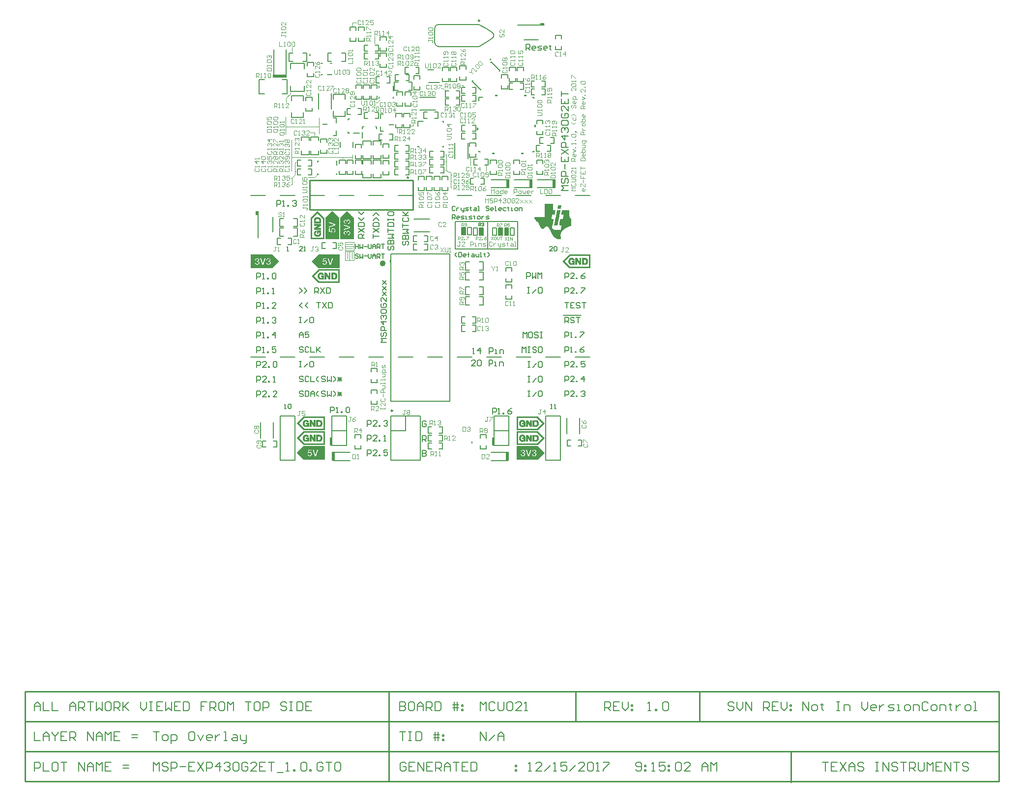
<source format=gto>
G04 Layer_Color=65535*
%FSAX25Y25*%
%MOIN*%
G70*
G01*
G75*
%ADD52C,0.01969*%
%ADD55C,0.01000*%
%ADD56C,0.00984*%
%ADD57C,0.00800*%
%ADD72C,0.00700*%
%ADD73C,0.00787*%
%ADD74C,0.00050*%
%ADD75C,0.00394*%
%ADD76C,0.00236*%
%ADD77C,0.00500*%
%ADD78C,0.00591*%
%ADD79C,0.00400*%
%ADD80R,0.01969X0.06299*%
%ADD81R,0.01500X0.05500*%
%ADD82R,0.02559X0.01378*%
%ADD83R,0.03248X0.00787*%
%ADD84R,0.09200X0.02000*%
%ADD85R,0.01161X0.02461*%
%ADD86R,0.01969X0.06299*%
%ADD87R,0.03248X0.00787*%
%ADD88R,0.01378X0.02559*%
%ADD89R,0.02500X0.05000*%
G36*
X0403652Y0430703D02*
Y0430604D01*
Y0430504D01*
Y0430404D01*
X0403552D01*
Y0430303D01*
Y0430203D01*
Y0430103D01*
Y0430003D01*
Y0429904D01*
X0403452D01*
Y0429804D01*
Y0429704D01*
Y0429603D01*
Y0429503D01*
Y0429403D01*
X0403352D01*
Y0429304D01*
Y0429204D01*
Y0429104D01*
Y0429003D01*
Y0428903D01*
X0403252D01*
Y0428803D01*
Y0428703D01*
Y0428604D01*
Y0428504D01*
X0400852D01*
Y0428604D01*
Y0428703D01*
X0400952D01*
Y0428803D01*
Y0428903D01*
Y0429003D01*
Y0429104D01*
Y0429204D01*
X0401052D01*
Y0429304D01*
Y0429403D01*
Y0429503D01*
Y0429603D01*
Y0429704D01*
X0401152D01*
Y0429804D01*
Y0429904D01*
Y0430003D01*
Y0430103D01*
Y0430203D01*
X0401252D01*
Y0430303D01*
Y0430404D01*
Y0430504D01*
Y0430604D01*
Y0430703D01*
X0401352D01*
Y0430803D01*
X0403652D01*
Y0430703D01*
D02*
G37*
G36*
X0358196Y0465710D02*
X0356696D01*
Y0466710D01*
X0358196D01*
Y0465710D01*
D02*
G37*
G36*
X0398052Y0427503D02*
X0399652D01*
Y0427403D01*
X0399552D01*
Y0426903D01*
X0399452D01*
Y0426404D01*
X0399352D01*
Y0425904D01*
X0399252D01*
Y0425403D01*
X0399152D01*
Y0424903D01*
X0399052D01*
Y0424504D01*
X0397352D01*
Y0424203D01*
X0397252D01*
Y0423703D01*
X0397152D01*
Y0423204D01*
X0397052D01*
Y0422704D01*
X0396952D01*
Y0422203D01*
X0396852D01*
Y0421703D01*
X0398452D01*
Y0421304D01*
X0398352D01*
Y0420803D01*
X0398252D01*
Y0420303D01*
X0398152D01*
Y0419803D01*
X0398052D01*
Y0419304D01*
X0397952D01*
Y0418804D01*
X0397852D01*
Y0418303D01*
X0397752D01*
Y0417803D01*
X0397652D01*
Y0417304D01*
X0397552D01*
Y0416804D01*
X0397452D01*
Y0416303D01*
X0397352D01*
Y0415504D01*
X0397452D01*
Y0415204D01*
X0397552D01*
Y0415003D01*
X0397652D01*
Y0414903D01*
X0397752D01*
Y0414804D01*
X0397852D01*
Y0414704D01*
X0398052D01*
Y0414604D01*
X0398252D01*
Y0414503D01*
X0398652D01*
Y0414403D01*
X0399252D01*
Y0414303D01*
X0403152D01*
Y0414604D01*
X0403252D01*
Y0415103D01*
X0403352D01*
Y0415603D01*
X0403452D01*
Y0416104D01*
X0403552D01*
Y0416604D01*
X0403652D01*
Y0417103D01*
X0403752D01*
Y0417304D01*
X0402452D01*
Y0417404D01*
X0402252D01*
Y0417503D01*
X0402152D01*
Y0418403D01*
X0402252D01*
Y0418804D01*
X0402352D01*
Y0419304D01*
X0402452D01*
Y0419803D01*
X0402552D01*
Y0420303D01*
X0402652D01*
Y0420803D01*
X0402752D01*
Y0421304D01*
X0402852D01*
Y0421703D01*
X0404652D01*
Y0422203D01*
X0404752D01*
Y0422704D01*
X0404852D01*
Y0423204D01*
X0404952D01*
Y0423703D01*
X0405052D01*
Y0424203D01*
X0405152D01*
Y0424504D01*
X0403452D01*
Y0424803D01*
X0403552D01*
Y0425304D01*
X0403652D01*
Y0425804D01*
X0403752D01*
Y0426303D01*
X0403852D01*
Y0426803D01*
X0403952D01*
Y0427304D01*
X0404052D01*
Y0427503D01*
X0408852D01*
Y0424103D01*
X0408952D01*
Y0423603D01*
X0409052D01*
Y0423204D01*
X0409152D01*
Y0423003D01*
X0409252D01*
Y0422803D01*
X0409352D01*
Y0422604D01*
X0409452D01*
Y0422504D01*
X0409552D01*
Y0422303D01*
X0409652D01*
Y0422203D01*
X0409752D01*
Y0422104D01*
X0409852D01*
Y0422004D01*
X0409952D01*
Y0421904D01*
X0410152D01*
Y0421804D01*
X0410252D01*
Y0416903D01*
X0410052D01*
Y0416804D01*
X0409752D01*
Y0416704D01*
X0409352D01*
Y0416604D01*
X0409052D01*
Y0416503D01*
X0408752D01*
Y0416403D01*
X0408452D01*
Y0416303D01*
X0408252D01*
Y0416203D01*
X0407952D01*
Y0416104D01*
X0407752D01*
Y0416004D01*
X0407552D01*
Y0415904D01*
X0407352D01*
Y0415803D01*
X0407152D01*
Y0415703D01*
X0406952D01*
Y0415603D01*
X0406752D01*
Y0415504D01*
X0406552D01*
Y0415404D01*
X0406452D01*
Y0415304D01*
X0406252D01*
Y0415204D01*
X0406052D01*
Y0415103D01*
X0405952D01*
Y0415003D01*
X0405852D01*
Y0414903D01*
X0405652D01*
Y0414804D01*
X0405552D01*
Y0414704D01*
X0405452D01*
Y0414604D01*
X0405252D01*
Y0414503D01*
X0405152D01*
Y0414403D01*
X0405052D01*
Y0414303D01*
X0404952D01*
Y0414204D01*
X0404852D01*
Y0414104D01*
X0404752D01*
Y0414004D01*
X0404652D01*
Y0413904D01*
X0404552D01*
Y0413803D01*
X0404452D01*
Y0413703D01*
X0404352D01*
Y0413603D01*
X0404252D01*
Y0413504D01*
X0404152D01*
Y0413304D01*
X0404052D01*
Y0413203D01*
X0403952D01*
Y0413103D01*
X0403852D01*
Y0412903D01*
X0403752D01*
Y0412804D01*
X0403652D01*
Y0412604D01*
X0403552D01*
Y0412403D01*
X0403452D01*
Y0412204D01*
X0403352D01*
Y0412004D01*
X0403252D01*
Y0411703D01*
X0403152D01*
Y0411304D01*
X0403052D01*
Y0409803D01*
X0403152D01*
Y0409304D01*
X0403252D01*
Y0408904D01*
X0403352D01*
Y0408603D01*
X0403452D01*
Y0408403D01*
X0403552D01*
Y0408204D01*
X0403352D01*
Y0408104D01*
X0403052D01*
Y0408004D01*
X0402552D01*
Y0407903D01*
X0401452D01*
Y0408004D01*
X0400952D01*
Y0408104D01*
X0400652D01*
Y0408204D01*
X0400352D01*
Y0408303D01*
X0400152D01*
Y0408403D01*
X0399952D01*
Y0408503D01*
X0399852D01*
Y0408603D01*
X0399652D01*
Y0408704D01*
X0399552D01*
Y0408804D01*
X0399352D01*
Y0408904D01*
X0399252D01*
Y0409003D01*
X0399152D01*
Y0409103D01*
X0398952D01*
Y0409203D01*
X0398852D01*
Y0409304D01*
X0398752D01*
Y0409404D01*
X0398652D01*
Y0409504D01*
X0398552D01*
Y0409604D01*
X0398452D01*
Y0409703D01*
X0398352D01*
Y0409803D01*
X0398252D01*
Y0410004D01*
X0398152D01*
Y0410104D01*
X0398052D01*
Y0410204D01*
X0397952D01*
Y0410303D01*
X0397852D01*
Y0410503D01*
X0397752D01*
Y0410604D01*
X0397652D01*
Y0410804D01*
X0397552D01*
Y0411003D01*
X0397452D01*
Y0411103D01*
X0397352D01*
Y0411304D01*
X0397252D01*
Y0411504D01*
X0397152D01*
Y0411703D01*
X0397052D01*
Y0411903D01*
X0396952D01*
Y0412104D01*
X0396852D01*
Y0412303D01*
X0396752D01*
Y0412503D01*
X0396652D01*
Y0412704D01*
X0396552D01*
Y0412903D01*
X0396452D01*
Y0413103D01*
X0396352D01*
Y0413404D01*
X0396252D01*
Y0413603D01*
X0396152D01*
Y0413803D01*
X0396052D01*
Y0414004D01*
X0395952D01*
Y0414204D01*
X0395852D01*
Y0414403D01*
X0395752D01*
Y0414604D01*
X0395652D01*
Y0414804D01*
X0395552D01*
Y0415003D01*
X0395452D01*
Y0415204D01*
X0395352D01*
Y0415404D01*
X0395252D01*
Y0415504D01*
X0395152D01*
Y0415703D01*
X0395052D01*
Y0415803D01*
X0394952D01*
Y0415904D01*
X0394852D01*
Y0416004D01*
X0394752D01*
Y0416104D01*
X0394652D01*
Y0416203D01*
X0394552D01*
Y0416303D01*
X0394452D01*
Y0416403D01*
X0394252D01*
Y0416503D01*
X0393852D01*
Y0416604D01*
X0393652D01*
Y0416503D01*
X0393152D01*
Y0416403D01*
X0392952D01*
Y0416303D01*
X0392752D01*
Y0416203D01*
X0392652D01*
Y0416104D01*
X0392552D01*
Y0416004D01*
X0392452D01*
Y0415904D01*
X0392352D01*
Y0415803D01*
X0392252D01*
Y0415703D01*
X0392152D01*
Y0415603D01*
X0392052D01*
Y0415504D01*
X0391952D01*
Y0415404D01*
X0391852D01*
Y0415304D01*
X0391752D01*
Y0415204D01*
X0391652D01*
Y0415103D01*
X0391452D01*
Y0415003D01*
X0390652D01*
Y0415103D01*
X0390352D01*
Y0415204D01*
X0390152D01*
Y0415304D01*
X0390052D01*
Y0415404D01*
X0389952D01*
Y0415504D01*
X0389752D01*
Y0415703D01*
X0389652D01*
Y0415803D01*
X0389552D01*
Y0415904D01*
X0389452D01*
Y0416104D01*
X0389352D01*
Y0416303D01*
X0389252D01*
Y0416503D01*
X0389152D01*
Y0416704D01*
X0389052D01*
Y0416903D01*
X0388952D01*
Y0417103D01*
X0388852D01*
Y0417404D01*
X0388752D01*
Y0417603D01*
X0388652D01*
Y0417904D01*
X0388552D01*
Y0418104D01*
X0388452D01*
Y0418403D01*
X0388352D01*
Y0418504D01*
X0388252D01*
Y0418704D01*
X0388152D01*
Y0418804D01*
X0388052D01*
Y0419003D01*
X0387952D01*
Y0419103D01*
X0387852D01*
Y0419204D01*
X0387752D01*
Y0419304D01*
X0387652D01*
Y0419404D01*
X0387552D01*
Y0419503D01*
X0387452D01*
Y0419603D01*
X0387352D01*
Y0419703D01*
X0387252D01*
Y0419803D01*
X0387152D01*
Y0419904D01*
X0387052D01*
Y0420004D01*
X0386852D01*
Y0420104D01*
X0386752D01*
Y0420203D01*
X0386652D01*
Y0420303D01*
X0386552D01*
Y0420403D01*
X0386452D01*
Y0420504D01*
X0386352D01*
Y0420604D01*
X0386252D01*
Y0420704D01*
X0386152D01*
Y0420803D01*
X0386052D01*
Y0421003D01*
X0385952D01*
Y0421103D01*
X0385852D01*
Y0421304D01*
X0385752D01*
Y0421503D01*
X0385652D01*
Y0421703D01*
X0385552D01*
Y0421904D01*
X0385452D01*
Y0422303D01*
X0385352D01*
Y0422803D01*
X0392252D01*
Y0432103D01*
X0398052D01*
Y0427503D01*
D02*
G37*
G36*
X0403052Y0427403D02*
Y0427304D01*
X0402952D01*
Y0427204D01*
Y0427104D01*
Y0427003D01*
Y0426903D01*
Y0426803D01*
X0402852D01*
Y0426704D01*
Y0426604D01*
Y0426504D01*
Y0426404D01*
Y0426303D01*
X0402752D01*
Y0426203D01*
Y0426103D01*
Y0426004D01*
Y0425904D01*
Y0425804D01*
X0402652D01*
Y0425703D01*
Y0425603D01*
Y0425503D01*
Y0425403D01*
Y0425304D01*
X0402552D01*
Y0425204D01*
Y0425104D01*
Y0425003D01*
Y0424903D01*
Y0424803D01*
X0402452D01*
Y0424704D01*
Y0424604D01*
Y0424504D01*
Y0424403D01*
Y0424303D01*
X0402352D01*
Y0424203D01*
Y0424103D01*
Y0424004D01*
Y0423904D01*
Y0423804D01*
X0402252D01*
Y0423703D01*
Y0423603D01*
Y0423503D01*
Y0423404D01*
Y0423304D01*
X0402152D01*
Y0423204D01*
Y0423104D01*
Y0423003D01*
Y0422903D01*
Y0422803D01*
X0402052D01*
Y0422704D01*
Y0422604D01*
Y0422504D01*
Y0422403D01*
Y0422303D01*
X0401952D01*
Y0422203D01*
Y0422104D01*
Y0422004D01*
Y0421904D01*
Y0421804D01*
X0401852D01*
Y0421703D01*
Y0421603D01*
Y0421503D01*
Y0421404D01*
Y0421304D01*
X0401752D01*
Y0421204D01*
Y0421103D01*
Y0421003D01*
Y0420903D01*
Y0420803D01*
X0401652D01*
Y0420704D01*
Y0420604D01*
Y0420504D01*
Y0420403D01*
Y0420303D01*
X0401552D01*
Y0420203D01*
Y0420104D01*
Y0420004D01*
Y0419904D01*
Y0419803D01*
X0401452D01*
Y0419703D01*
Y0419603D01*
Y0419503D01*
Y0419404D01*
Y0419304D01*
X0401352D01*
Y0419204D01*
Y0419103D01*
Y0419003D01*
Y0418903D01*
Y0418804D01*
X0401252D01*
Y0418704D01*
Y0418604D01*
Y0418504D01*
Y0418403D01*
Y0418303D01*
X0401152D01*
Y0418203D01*
Y0418104D01*
Y0418004D01*
Y0417904D01*
Y0417803D01*
X0401052D01*
Y0417703D01*
Y0417603D01*
Y0417503D01*
Y0417404D01*
Y0417304D01*
X0398652D01*
Y0417404D01*
Y0417503D01*
Y0417603D01*
X0398752D01*
Y0417703D01*
Y0417803D01*
Y0417904D01*
Y0418004D01*
Y0418104D01*
X0398852D01*
Y0418203D01*
Y0418303D01*
Y0418403D01*
Y0418504D01*
Y0418604D01*
X0398952D01*
Y0418704D01*
Y0418804D01*
Y0418903D01*
Y0419003D01*
Y0419103D01*
X0399052D01*
Y0419204D01*
Y0419304D01*
Y0419404D01*
Y0419503D01*
Y0419603D01*
X0399152D01*
Y0419703D01*
Y0419803D01*
Y0419904D01*
Y0420004D01*
Y0420104D01*
X0399252D01*
Y0420203D01*
Y0420303D01*
Y0420403D01*
Y0420504D01*
Y0420604D01*
X0399352D01*
Y0420704D01*
Y0420803D01*
Y0420903D01*
Y0421003D01*
Y0421103D01*
X0399452D01*
Y0421204D01*
Y0421304D01*
Y0421404D01*
Y0421503D01*
Y0421603D01*
X0399552D01*
Y0421703D01*
Y0421804D01*
Y0421904D01*
Y0422004D01*
Y0422104D01*
X0399652D01*
Y0422203D01*
Y0422303D01*
Y0422403D01*
Y0422504D01*
Y0422604D01*
X0399752D01*
Y0422704D01*
Y0422803D01*
Y0422903D01*
Y0423003D01*
Y0423104D01*
X0399852D01*
Y0423204D01*
Y0423304D01*
Y0423404D01*
Y0423503D01*
Y0423603D01*
X0399952D01*
Y0423703D01*
Y0423804D01*
Y0423904D01*
Y0424004D01*
Y0424103D01*
X0400052D01*
Y0424203D01*
Y0424303D01*
Y0424403D01*
Y0424504D01*
Y0424604D01*
X0400152D01*
Y0424704D01*
Y0424803D01*
Y0424903D01*
Y0425003D01*
Y0425104D01*
X0400252D01*
Y0425204D01*
Y0425304D01*
Y0425403D01*
Y0425503D01*
Y0425603D01*
X0400352D01*
Y0425703D01*
Y0425804D01*
Y0425904D01*
Y0426004D01*
Y0426103D01*
X0400452D01*
Y0426203D01*
Y0426303D01*
Y0426404D01*
Y0426504D01*
Y0426604D01*
X0400552D01*
Y0426704D01*
Y0426803D01*
Y0426903D01*
Y0427003D01*
Y0427104D01*
X0400652D01*
Y0427204D01*
Y0427304D01*
Y0427403D01*
Y0427503D01*
X0403052D01*
Y0427403D01*
D02*
G37*
G36*
X0377886Y0465710D02*
X0376386D01*
Y0466710D01*
X0377886D01*
Y0465710D01*
D02*
G37*
G36*
X0360165Y0504893D02*
X0358665D01*
Y0505893D01*
X0360165D01*
Y0504893D01*
D02*
G37*
G36*
X0379855D02*
X0378355D01*
Y0505893D01*
X0379855D01*
Y0504893D01*
D02*
G37*
G36*
X0347215Y0482099D02*
X0346215D01*
Y0483599D01*
X0347215D01*
Y0482099D01*
D02*
G37*
G36*
X0386398Y0484067D02*
X0385398D01*
Y0485567D01*
X0386398D01*
Y0484067D01*
D02*
G37*
G54D52*
X0283432Y0391510D02*
G03*
X0283432Y0391510I-0000984J0000000D01*
G01*
G54D55*
X0299884Y0449806D02*
G03*
X0299884Y0449806I-0000406J0000000D01*
G01*
X0233078Y0428006D02*
Y0448006D01*
X0303078D01*
X0233078Y0428006D02*
X0303078D01*
Y0448006D01*
X0497200Y0080717D02*
Y0101050D01*
X0413200Y0080717D02*
Y0101050D01*
X0040000Y0080717D02*
X0700200D01*
X0040000Y0060383D02*
X0700000D01*
X0040000Y0040050D02*
X0440500D01*
X0040050Y0101050D02*
X0700200D01*
X0040050Y0040050D02*
Y0101050D01*
Y0040050D02*
X0197600D01*
X0040000D02*
Y0101050D01*
X0286500Y0040050D02*
Y0101050D01*
X0700200Y0040050D02*
Y0101050D01*
X0440500Y0040050D02*
X0700200D01*
X0559400Y0039400D02*
Y0059683D01*
G54D56*
X0289121Y0291550D02*
G03*
X0289121Y0291550I-0000492J0000000D01*
G01*
X0348255Y0556235D02*
G03*
X0348255Y0556235I-0000492J0000000D01*
G01*
G54D57*
X0126900Y0073549D02*
X0130899D01*
X0128899D01*
Y0067551D01*
X0133898D02*
X0135897D01*
X0136897Y0068550D01*
Y0070550D01*
X0135897Y0071549D01*
X0133898D01*
X0132898Y0070550D01*
Y0068550D01*
X0133898Y0067551D01*
X0138896Y0065551D02*
Y0071549D01*
X0141895D01*
X0142895Y0070550D01*
Y0068550D01*
X0141895Y0067551D01*
X0138896D01*
X0153891Y0073549D02*
X0151892D01*
X0150892Y0072549D01*
Y0068550D01*
X0151892Y0067551D01*
X0153891D01*
X0154891Y0068550D01*
Y0072549D01*
X0153891Y0073549D01*
X0156890Y0071549D02*
X0158890Y0067551D01*
X0160889Y0071549D01*
X0165887Y0067551D02*
X0163888D01*
X0162888Y0068550D01*
Y0070550D01*
X0163888Y0071549D01*
X0165887D01*
X0166887Y0070550D01*
Y0069550D01*
X0162888D01*
X0168886Y0071549D02*
Y0067551D01*
Y0069550D01*
X0169886Y0070550D01*
X0170886Y0071549D01*
X0171885D01*
X0174884Y0067551D02*
X0176884D01*
X0175884D01*
Y0073549D01*
X0174884D01*
X0180883Y0071549D02*
X0182882D01*
X0183882Y0070550D01*
Y0067551D01*
X0180883D01*
X0179883Y0068550D01*
X0180883Y0069550D01*
X0183882D01*
X0185881Y0071549D02*
Y0068550D01*
X0186881Y0067551D01*
X0189880D01*
Y0066551D01*
X0188880Y0065551D01*
X0187880D01*
X0189880Y0067551D02*
Y0071549D01*
X0567400Y0087833D02*
Y0093831D01*
X0571399Y0087833D01*
Y0093831D01*
X0574398Y0087833D02*
X0576397D01*
X0577397Y0088833D01*
Y0090832D01*
X0576397Y0091832D01*
X0574398D01*
X0573398Y0090832D01*
Y0088833D01*
X0574398Y0087833D01*
X0580396Y0092832D02*
Y0091832D01*
X0579396D01*
X0581395D01*
X0580396D01*
Y0088833D01*
X0581395Y0087833D01*
X0590393Y0093831D02*
X0592392D01*
X0591392D01*
Y0087833D01*
X0590393D01*
X0592392D01*
X0595391D02*
Y0091832D01*
X0598390D01*
X0599390Y0090832D01*
Y0087833D01*
X0607387Y0093831D02*
Y0089833D01*
X0609386Y0087833D01*
X0611386Y0089833D01*
Y0093831D01*
X0616384Y0087833D02*
X0614385D01*
X0613385Y0088833D01*
Y0090832D01*
X0614385Y0091832D01*
X0616384D01*
X0617384Y0090832D01*
Y0089833D01*
X0613385D01*
X0619383Y0091832D02*
Y0087833D01*
Y0089833D01*
X0620383Y0090832D01*
X0621383Y0091832D01*
X0622382D01*
X0625381Y0087833D02*
X0628380D01*
X0629380Y0088833D01*
X0628380Y0089833D01*
X0626381D01*
X0625381Y0090832D01*
X0626381Y0091832D01*
X0629380D01*
X0631379Y0087833D02*
X0633379D01*
X0632379D01*
Y0091832D01*
X0631379D01*
X0637377Y0087833D02*
X0639377D01*
X0640376Y0088833D01*
Y0090832D01*
X0639377Y0091832D01*
X0637377D01*
X0636378Y0090832D01*
Y0088833D01*
X0637377Y0087833D01*
X0642376D02*
Y0091832D01*
X0645375D01*
X0646374Y0090832D01*
Y0087833D01*
X0652373Y0092832D02*
X0651373Y0093831D01*
X0649373D01*
X0648374Y0092832D01*
Y0088833D01*
X0649373Y0087833D01*
X0651373D01*
X0652373Y0088833D01*
X0655372Y0087833D02*
X0657371D01*
X0658371Y0088833D01*
Y0090832D01*
X0657371Y0091832D01*
X0655372D01*
X0654372Y0090832D01*
Y0088833D01*
X0655372Y0087833D01*
X0660370D02*
Y0091832D01*
X0663369D01*
X0664369Y0090832D01*
Y0087833D01*
X0667368Y0092832D02*
Y0091832D01*
X0666368D01*
X0668367D01*
X0667368D01*
Y0088833D01*
X0668367Y0087833D01*
X0671366Y0091832D02*
Y0087833D01*
Y0089833D01*
X0672366Y0090832D01*
X0673366Y0091832D01*
X0674365D01*
X0678364Y0087833D02*
X0680364D01*
X0681363Y0088833D01*
Y0090832D01*
X0680364Y0091832D01*
X0678364D01*
X0677364Y0090832D01*
Y0088833D01*
X0678364Y0087833D01*
X0683362D02*
X0685362D01*
X0684362D01*
Y0093831D01*
X0683362D01*
X0520799Y0092832D02*
X0519799Y0093831D01*
X0517800D01*
X0516800Y0092832D01*
Y0091832D01*
X0517800Y0090832D01*
X0519799D01*
X0520799Y0089833D01*
Y0088833D01*
X0519799Y0087833D01*
X0517800D01*
X0516800Y0088833D01*
X0522798Y0093831D02*
Y0089833D01*
X0524797Y0087833D01*
X0526797Y0089833D01*
Y0093831D01*
X0528796Y0087833D02*
Y0093831D01*
X0532795Y0087833D01*
Y0093831D01*
X0540792Y0087833D02*
Y0093831D01*
X0543791D01*
X0544791Y0092832D01*
Y0090832D01*
X0543791Y0089833D01*
X0540792D01*
X0542792D02*
X0544791Y0087833D01*
X0550789Y0093831D02*
X0546790D01*
Y0087833D01*
X0550789D01*
X0546790Y0090832D02*
X0548790D01*
X0552788Y0093831D02*
Y0089833D01*
X0554788Y0087833D01*
X0556787Y0089833D01*
Y0093831D01*
X0558786Y0091832D02*
X0559786D01*
Y0090832D01*
X0558786D01*
Y0091832D01*
Y0088833D02*
X0559786D01*
Y0087833D01*
X0558786D01*
Y0088833D01*
X0433000Y0087833D02*
Y0093831D01*
X0435999D01*
X0436999Y0092832D01*
Y0090832D01*
X0435999Y0089833D01*
X0433000D01*
X0434999D02*
X0436999Y0087833D01*
X0442997Y0093831D02*
X0438998D01*
Y0087833D01*
X0442997D01*
X0438998Y0090832D02*
X0440997D01*
X0444996Y0093831D02*
Y0089833D01*
X0446995Y0087833D01*
X0448995Y0089833D01*
Y0093831D01*
X0450994Y0091832D02*
X0451994D01*
Y0090832D01*
X0450994D01*
Y0091832D01*
Y0088833D02*
X0451994D01*
Y0087833D01*
X0450994D01*
Y0088833D01*
X0126900Y0046966D02*
Y0052965D01*
X0128899Y0050965D01*
X0130899Y0052965D01*
Y0046966D01*
X0136897Y0051965D02*
X0135897Y0052965D01*
X0133898D01*
X0132898Y0051965D01*
Y0050965D01*
X0133898Y0049966D01*
X0135897D01*
X0136897Y0048966D01*
Y0047966D01*
X0135897Y0046966D01*
X0133898D01*
X0132898Y0047966D01*
X0138896Y0046966D02*
Y0052965D01*
X0141895D01*
X0142895Y0051965D01*
Y0049966D01*
X0141895Y0048966D01*
X0138896D01*
X0144894Y0049966D02*
X0148893D01*
X0154891Y0052965D02*
X0150892D01*
Y0046966D01*
X0154891D01*
X0150892Y0049966D02*
X0152892D01*
X0156890Y0052965D02*
X0160889Y0046966D01*
Y0052965D02*
X0156890Y0046966D01*
X0162888D02*
Y0052965D01*
X0165887D01*
X0166887Y0051965D01*
Y0049966D01*
X0165887Y0048966D01*
X0162888D01*
X0171885Y0046966D02*
Y0052965D01*
X0168886Y0049966D01*
X0172885D01*
X0174884Y0051965D02*
X0175884Y0052965D01*
X0177884D01*
X0178883Y0051965D01*
Y0050965D01*
X0177884Y0049966D01*
X0176884D01*
X0177884D01*
X0178883Y0048966D01*
Y0047966D01*
X0177884Y0046966D01*
X0175884D01*
X0174884Y0047966D01*
X0180883Y0051965D02*
X0181882Y0052965D01*
X0183882D01*
X0184881Y0051965D01*
Y0047966D01*
X0183882Y0046966D01*
X0181882D01*
X0180883Y0047966D01*
Y0051965D01*
X0190879D02*
X0189880Y0052965D01*
X0187880D01*
X0186881Y0051965D01*
Y0047966D01*
X0187880Y0046966D01*
X0189880D01*
X0190879Y0047966D01*
Y0049966D01*
X0188880D01*
X0196877Y0046966D02*
X0192879D01*
X0196877Y0050965D01*
Y0051965D01*
X0195878Y0052965D01*
X0193878D01*
X0192879Y0051965D01*
X0202875Y0052965D02*
X0198877D01*
Y0046966D01*
X0202875D01*
X0198877Y0049966D02*
X0200876D01*
X0204875Y0052965D02*
X0208874D01*
X0206874D01*
Y0046966D01*
X0210873Y0045967D02*
X0214872D01*
X0216871Y0046966D02*
X0218870D01*
X0217871D01*
Y0052965D01*
X0216871Y0051965D01*
X0221869Y0046966D02*
Y0047966D01*
X0222869D01*
Y0046966D01*
X0221869D01*
X0226868Y0051965D02*
X0227867Y0052965D01*
X0229867D01*
X0230866Y0051965D01*
Y0047966D01*
X0229867Y0046966D01*
X0227867D01*
X0226868Y0047966D01*
Y0051965D01*
X0232866Y0046966D02*
Y0047966D01*
X0233865D01*
Y0046966D01*
X0232866D01*
X0241863Y0051965D02*
X0240863Y0052965D01*
X0238864D01*
X0237864Y0051965D01*
Y0047966D01*
X0238864Y0046966D01*
X0240863D01*
X0241863Y0047966D01*
Y0049966D01*
X0239863D01*
X0243862Y0052965D02*
X0247861D01*
X0245862D01*
Y0046966D01*
X0252859Y0052965D02*
X0250860D01*
X0249860Y0051965D01*
Y0047966D01*
X0250860Y0046966D01*
X0252859D01*
X0253859Y0047966D01*
Y0051965D01*
X0252859Y0052965D01*
X0381150Y0046966D02*
X0383149D01*
X0382150D01*
Y0052965D01*
X0381150Y0051965D01*
X0390147Y0046966D02*
X0386148D01*
X0390147Y0050965D01*
Y0051965D01*
X0389147Y0052965D01*
X0387148D01*
X0386148Y0051965D01*
X0392146Y0046966D02*
X0396145Y0050965D01*
X0398145Y0046966D02*
X0400144D01*
X0399144D01*
Y0052965D01*
X0398145Y0051965D01*
X0407142Y0052965D02*
X0403143D01*
Y0049966D01*
X0405142Y0050965D01*
X0406142D01*
X0407142Y0049966D01*
Y0047966D01*
X0406142Y0046966D01*
X0404143D01*
X0403143Y0047966D01*
X0409141Y0046966D02*
X0413140Y0050965D01*
X0419138Y0046966D02*
X0415139D01*
X0419138Y0050965D01*
Y0051965D01*
X0418138Y0052965D01*
X0416139D01*
X0415139Y0051965D01*
X0421137D02*
X0422137Y0052965D01*
X0424136D01*
X0425136Y0051965D01*
Y0047966D01*
X0424136Y0046966D01*
X0422137D01*
X0421137Y0047966D01*
Y0051965D01*
X0427135Y0046966D02*
X0429135D01*
X0428135D01*
Y0052965D01*
X0427135Y0051965D01*
X0432133Y0052965D02*
X0436132D01*
Y0051965D01*
X0432133Y0047966D01*
Y0046966D01*
X0298199Y0051965D02*
X0297199Y0052965D01*
X0295200D01*
X0294200Y0051965D01*
Y0047966D01*
X0295200Y0046966D01*
X0297199D01*
X0298199Y0047966D01*
Y0049966D01*
X0296199D01*
X0304197Y0052965D02*
X0300198D01*
Y0046966D01*
X0304197D01*
X0300198Y0049966D02*
X0302197D01*
X0306196Y0046966D02*
Y0052965D01*
X0310195Y0046966D01*
Y0052965D01*
X0316193D02*
X0312194D01*
Y0046966D01*
X0316193D01*
X0312194Y0049966D02*
X0314194D01*
X0318192Y0046966D02*
Y0052965D01*
X0321191D01*
X0322191Y0051965D01*
Y0049966D01*
X0321191Y0048966D01*
X0318192D01*
X0320192D02*
X0322191Y0046966D01*
X0324190D02*
Y0050965D01*
X0326190Y0052965D01*
X0328189Y0050965D01*
Y0046966D01*
Y0049966D01*
X0324190D01*
X0330188Y0052965D02*
X0334187D01*
X0332188D01*
Y0046966D01*
X0340185Y0052965D02*
X0336186D01*
Y0046966D01*
X0340185D01*
X0336186Y0049966D02*
X0338186D01*
X0342184Y0052965D02*
Y0046966D01*
X0345183D01*
X0346183Y0047966D01*
Y0051965D01*
X0345183Y0052965D01*
X0342184D01*
X0372175Y0050965D02*
X0373175D01*
Y0049966D01*
X0372175D01*
Y0050965D01*
Y0047966D02*
X0373175D01*
Y0046966D01*
X0372175D01*
Y0047966D01*
X0046350Y0087833D02*
Y0091832D01*
X0048349Y0093831D01*
X0050349Y0091832D01*
Y0087833D01*
Y0090832D01*
X0046350D01*
X0052348Y0093831D02*
Y0087833D01*
X0056347D01*
X0058346Y0093831D02*
Y0087833D01*
X0062345D01*
X0070342D02*
Y0091832D01*
X0072342Y0093831D01*
X0074341Y0091832D01*
Y0087833D01*
Y0090832D01*
X0070342D01*
X0076340Y0087833D02*
Y0093831D01*
X0079339D01*
X0080339Y0092832D01*
Y0090832D01*
X0079339Y0089833D01*
X0076340D01*
X0078340D02*
X0080339Y0087833D01*
X0082338Y0093831D02*
X0086337D01*
X0084338D01*
Y0087833D01*
X0088336Y0093831D02*
Y0087833D01*
X0090336Y0089833D01*
X0092335Y0087833D01*
Y0093831D01*
X0097334D02*
X0095334D01*
X0094335Y0092832D01*
Y0088833D01*
X0095334Y0087833D01*
X0097334D01*
X0098333Y0088833D01*
Y0092832D01*
X0097334Y0093831D01*
X0100332Y0087833D02*
Y0093831D01*
X0103332D01*
X0104331Y0092832D01*
Y0090832D01*
X0103332Y0089833D01*
X0100332D01*
X0102332D02*
X0104331Y0087833D01*
X0106331Y0093831D02*
Y0087833D01*
Y0089833D01*
X0110329Y0093831D01*
X0107330Y0090832D01*
X0110329Y0087833D01*
X0118327Y0093831D02*
Y0089833D01*
X0120326Y0087833D01*
X0122325Y0089833D01*
Y0093831D01*
X0124325D02*
X0126324D01*
X0125324D01*
Y0087833D01*
X0124325D01*
X0126324D01*
X0133322Y0093831D02*
X0129323D01*
Y0087833D01*
X0133322D01*
X0129323Y0090832D02*
X0131323D01*
X0135321Y0093831D02*
Y0087833D01*
X0137321Y0089833D01*
X0139320Y0087833D01*
Y0093831D01*
X0145318D02*
X0141319D01*
Y0087833D01*
X0145318D01*
X0141319Y0090832D02*
X0143319D01*
X0147317Y0093831D02*
Y0087833D01*
X0150316D01*
X0151316Y0088833D01*
Y0092832D01*
X0150316Y0093831D01*
X0147317D01*
X0163312D02*
X0159313D01*
Y0090832D01*
X0161313D01*
X0159313D01*
Y0087833D01*
X0165312D02*
Y0093831D01*
X0168310D01*
X0169310Y0092832D01*
Y0090832D01*
X0168310Y0089833D01*
X0165312D01*
X0167311D02*
X0169310Y0087833D01*
X0174309Y0093831D02*
X0172309D01*
X0171310Y0092832D01*
Y0088833D01*
X0172309Y0087833D01*
X0174309D01*
X0175308Y0088833D01*
Y0092832D01*
X0174309Y0093831D01*
X0177308Y0087833D02*
Y0093831D01*
X0179307Y0091832D01*
X0181306Y0093831D01*
Y0087833D01*
X0189304Y0093831D02*
X0193303D01*
X0191303D01*
Y0087833D01*
X0198301Y0093831D02*
X0196301D01*
X0195302Y0092832D01*
Y0088833D01*
X0196301Y0087833D01*
X0198301D01*
X0199301Y0088833D01*
Y0092832D01*
X0198301Y0093831D01*
X0201300Y0087833D02*
Y0093831D01*
X0204299D01*
X0205299Y0092832D01*
Y0090832D01*
X0204299Y0089833D01*
X0201300D01*
X0217295Y0092832D02*
X0216295Y0093831D01*
X0214296D01*
X0213296Y0092832D01*
Y0091832D01*
X0214296Y0090832D01*
X0216295D01*
X0217295Y0089833D01*
Y0088833D01*
X0216295Y0087833D01*
X0214296D01*
X0213296Y0088833D01*
X0219294Y0093831D02*
X0221293D01*
X0220294D01*
Y0087833D01*
X0219294D01*
X0221293D01*
X0224292Y0093831D02*
Y0087833D01*
X0227291D01*
X0228291Y0088833D01*
Y0092832D01*
X0227291Y0093831D01*
X0224292D01*
X0234289D02*
X0230291D01*
Y0087833D01*
X0234289D01*
X0230291Y0090832D02*
X0232290D01*
X0462150Y0087833D02*
X0464149D01*
X0463150D01*
Y0093831D01*
X0462150Y0092832D01*
X0467148Y0087833D02*
Y0088833D01*
X0468148D01*
Y0087833D01*
X0467148D01*
X0472147Y0092832D02*
X0473146Y0093831D01*
X0475146D01*
X0476146Y0092832D01*
Y0088833D01*
X0475146Y0087833D01*
X0473146D01*
X0472147Y0088833D01*
Y0092832D01*
X0348550Y0087833D02*
Y0093831D01*
X0350549Y0091832D01*
X0352549Y0093831D01*
Y0087833D01*
X0358547Y0092832D02*
X0357547Y0093831D01*
X0355548D01*
X0354548Y0092832D01*
Y0088833D01*
X0355548Y0087833D01*
X0357547D01*
X0358547Y0088833D01*
X0360546Y0093831D02*
Y0088833D01*
X0361546Y0087833D01*
X0363545D01*
X0364545Y0088833D01*
Y0093831D01*
X0366544Y0092832D02*
X0367544Y0093831D01*
X0369543D01*
X0370543Y0092832D01*
Y0088833D01*
X0369543Y0087833D01*
X0367544D01*
X0366544Y0088833D01*
Y0092832D01*
X0376541Y0087833D02*
X0372542D01*
X0376541Y0091832D01*
Y0092832D01*
X0375541Y0093831D01*
X0373542D01*
X0372542Y0092832D01*
X0378540Y0087833D02*
X0380540D01*
X0379540D01*
Y0093831D01*
X0378540Y0092832D01*
X0294000Y0093831D02*
Y0087833D01*
X0296999D01*
X0297999Y0088833D01*
Y0089833D01*
X0296999Y0090832D01*
X0294000D01*
X0296999D01*
X0297999Y0091832D01*
Y0092832D01*
X0296999Y0093831D01*
X0294000D01*
X0302997D02*
X0300998D01*
X0299998Y0092832D01*
Y0088833D01*
X0300998Y0087833D01*
X0302997D01*
X0303997Y0088833D01*
Y0092832D01*
X0302997Y0093831D01*
X0305996Y0087833D02*
Y0091832D01*
X0307996Y0093831D01*
X0309995Y0091832D01*
Y0087833D01*
Y0090832D01*
X0305996D01*
X0311994Y0087833D02*
Y0093831D01*
X0314993D01*
X0315993Y0092832D01*
Y0090832D01*
X0314993Y0089833D01*
X0311994D01*
X0313994D02*
X0315993Y0087833D01*
X0317992Y0093831D02*
Y0087833D01*
X0320991D01*
X0321991Y0088833D01*
Y0092832D01*
X0320991Y0093831D01*
X0317992D01*
X0330988Y0087833D02*
Y0093831D01*
X0332987D02*
Y0087833D01*
X0329988Y0091832D02*
X0332987D01*
X0333987D01*
X0329988Y0089833D02*
X0333987D01*
X0335986Y0091832D02*
X0336986D01*
Y0090832D01*
X0335986D01*
Y0091832D01*
Y0088833D02*
X0336986D01*
Y0087833D01*
X0335986D01*
Y0088833D01*
X0046350Y0073549D02*
Y0067551D01*
X0050349D01*
X0052348D02*
Y0071549D01*
X0054347Y0073549D01*
X0056347Y0071549D01*
Y0067551D01*
Y0070550D01*
X0052348D01*
X0058346Y0073549D02*
Y0072549D01*
X0060346Y0070550D01*
X0062345Y0072549D01*
Y0073549D01*
X0060346Y0070550D02*
Y0067551D01*
X0068343Y0073549D02*
X0064344D01*
Y0067551D01*
X0068343D01*
X0064344Y0070550D02*
X0066343D01*
X0070342Y0067551D02*
Y0073549D01*
X0073341D01*
X0074341Y0072549D01*
Y0070550D01*
X0073341Y0069550D01*
X0070342D01*
X0072342D02*
X0074341Y0067551D01*
X0082338D02*
Y0073549D01*
X0086337Y0067551D01*
Y0073549D01*
X0088336Y0067551D02*
Y0071549D01*
X0090336Y0073549D01*
X0092335Y0071549D01*
Y0067551D01*
Y0070550D01*
X0088336D01*
X0094335Y0067551D02*
Y0073549D01*
X0096334Y0071549D01*
X0098333Y0073549D01*
Y0067551D01*
X0104331Y0073549D02*
X0100332D01*
Y0067551D01*
X0104331D01*
X0100332Y0070550D02*
X0102332D01*
X0112329Y0069550D02*
X0116327D01*
X0112329Y0071549D02*
X0116327D01*
X0046350Y0046966D02*
Y0052965D01*
X0049349D01*
X0050349Y0051965D01*
Y0049966D01*
X0049349Y0048966D01*
X0046350D01*
X0052348Y0052965D02*
Y0046966D01*
X0056347D01*
X0061345Y0052965D02*
X0059346D01*
X0058346Y0051965D01*
Y0047966D01*
X0059346Y0046966D01*
X0061345D01*
X0062345Y0047966D01*
Y0051965D01*
X0061345Y0052965D01*
X0064344D02*
X0068343D01*
X0066343D01*
Y0046966D01*
X0076340D02*
Y0052965D01*
X0080339Y0046966D01*
Y0052965D01*
X0082338Y0046966D02*
Y0050965D01*
X0084338Y0052965D01*
X0086337Y0050965D01*
Y0046966D01*
Y0049966D01*
X0082338D01*
X0088336Y0046966D02*
Y0052965D01*
X0090336Y0050965D01*
X0092335Y0052965D01*
Y0046966D01*
X0098333Y0052965D02*
X0094335D01*
Y0046966D01*
X0098333D01*
X0094335Y0049966D02*
X0096334D01*
X0106331Y0048966D02*
X0110329D01*
X0106331Y0050965D02*
X0110329D01*
X0454050Y0047966D02*
X0455050Y0046966D01*
X0457049D01*
X0458049Y0047966D01*
Y0051965D01*
X0457049Y0052965D01*
X0455050D01*
X0454050Y0051965D01*
Y0050965D01*
X0455050Y0049966D01*
X0458049D01*
X0460048Y0050965D02*
X0461048D01*
Y0049966D01*
X0460048D01*
Y0050965D01*
Y0047966D02*
X0461048D01*
Y0046966D01*
X0460048D01*
Y0047966D01*
X0465046Y0046966D02*
X0467046D01*
X0466046D01*
Y0052965D01*
X0465046Y0051965D01*
X0474044Y0052965D02*
X0470045D01*
Y0049966D01*
X0472044Y0050965D01*
X0473044D01*
X0474044Y0049966D01*
Y0047966D01*
X0473044Y0046966D01*
X0471044D01*
X0470045Y0047966D01*
X0476043Y0050965D02*
X0477043D01*
Y0049966D01*
X0476043D01*
Y0050965D01*
Y0047966D02*
X0477043D01*
Y0046966D01*
X0476043D01*
Y0047966D01*
X0481041Y0051965D02*
X0482041Y0052965D01*
X0484040D01*
X0485040Y0051965D01*
Y0047966D01*
X0484040Y0046966D01*
X0482041D01*
X0481041Y0047966D01*
Y0051965D01*
X0491038Y0046966D02*
X0487039D01*
X0491038Y0050965D01*
Y0051965D01*
X0490038Y0052965D01*
X0488039D01*
X0487039Y0051965D01*
X0499035Y0046966D02*
Y0050965D01*
X0501035Y0052965D01*
X0503034Y0050965D01*
Y0046966D01*
Y0049966D01*
X0499035D01*
X0505033Y0046966D02*
Y0052965D01*
X0507033Y0050965D01*
X0509032Y0052965D01*
Y0046966D01*
X0580500Y0052965D02*
X0584499D01*
X0582499D01*
Y0046966D01*
X0590497Y0052965D02*
X0586498D01*
Y0046966D01*
X0590497D01*
X0586498Y0049966D02*
X0588497D01*
X0592496Y0052965D02*
X0596495Y0046966D01*
Y0052965D02*
X0592496Y0046966D01*
X0598494D02*
Y0050965D01*
X0600493Y0052965D01*
X0602493Y0050965D01*
Y0046966D01*
Y0049966D01*
X0598494D01*
X0608491Y0051965D02*
X0607491Y0052965D01*
X0605492D01*
X0604492Y0051965D01*
Y0050965D01*
X0605492Y0049966D01*
X0607491D01*
X0608491Y0048966D01*
Y0047966D01*
X0607491Y0046966D01*
X0605492D01*
X0604492Y0047966D01*
X0616488Y0052965D02*
X0618488D01*
X0617488D01*
Y0046966D01*
X0616488D01*
X0618488D01*
X0621487D02*
Y0052965D01*
X0625486Y0046966D01*
Y0052965D01*
X0631484Y0051965D02*
X0630484Y0052965D01*
X0628484D01*
X0627485Y0051965D01*
Y0050965D01*
X0628484Y0049966D01*
X0630484D01*
X0631484Y0048966D01*
Y0047966D01*
X0630484Y0046966D01*
X0628484D01*
X0627485Y0047966D01*
X0633483Y0052965D02*
X0637482D01*
X0635482D01*
Y0046966D01*
X0639481D02*
Y0052965D01*
X0642480D01*
X0643480Y0051965D01*
Y0049966D01*
X0642480Y0048966D01*
X0639481D01*
X0641480D02*
X0643480Y0046966D01*
X0645479Y0052965D02*
Y0047966D01*
X0646479Y0046966D01*
X0648478D01*
X0649478Y0047966D01*
Y0052965D01*
X0651477Y0046966D02*
Y0052965D01*
X0653476Y0050965D01*
X0655476Y0052965D01*
Y0046966D01*
X0661474Y0052965D02*
X0657475D01*
Y0046966D01*
X0661474D01*
X0657475Y0049966D02*
X0659474D01*
X0663473Y0046966D02*
Y0052965D01*
X0667472Y0046966D01*
Y0052965D01*
X0669471D02*
X0673470D01*
X0671471D01*
Y0046966D01*
X0679468Y0051965D02*
X0678468Y0052965D01*
X0676469D01*
X0675469Y0051965D01*
Y0050965D01*
X0676469Y0049966D01*
X0678468D01*
X0679468Y0048966D01*
Y0047966D01*
X0678468Y0046966D01*
X0676469D01*
X0675469Y0047966D01*
X0294000Y0073498D02*
X0297999D01*
X0295999D01*
Y0067500D01*
X0299998Y0073498D02*
X0301997D01*
X0300998D01*
Y0067500D01*
X0299998D01*
X0301997D01*
X0304996Y0073498D02*
Y0067500D01*
X0307996D01*
X0308995Y0068500D01*
Y0072498D01*
X0307996Y0073498D01*
X0304996D01*
X0317992Y0067500D02*
Y0073498D01*
X0319992D02*
Y0067500D01*
X0316993Y0071499D02*
X0319992D01*
X0320991D01*
X0316993Y0069499D02*
X0320991D01*
X0322991Y0071499D02*
X0323990D01*
Y0070499D01*
X0322991D01*
Y0071499D01*
Y0068500D02*
X0323990D01*
Y0067500D01*
X0322991D01*
Y0068500D01*
X0348550Y0067500D02*
Y0073498D01*
X0352549Y0067500D01*
Y0073498D01*
X0354548Y0067500D02*
X0358547Y0071499D01*
X0360546Y0067500D02*
Y0071499D01*
X0362545Y0073498D01*
X0364545Y0071499D01*
Y0067500D01*
Y0070499D01*
X0360546D01*
G54D72*
X0356763Y0544235D02*
G03*
X0356763Y0548235I-0001500J0002000D01*
G01*
X0320263Y0553735D02*
G03*
X0317763Y0551235I0000000J-0002500D01*
G01*
Y0541235D02*
G03*
X0320263Y0538735I0002500J0000000D01*
G01*
X0355800Y0529811D02*
G03*
X0355800Y0529811I-0000350J0000000D01*
G01*
X0288078Y0278006D02*
X0298078D01*
X0288078Y0258006D02*
Y0288006D01*
X0298078Y0278006D02*
Y0288006D01*
X0288078Y0258006D02*
X0308078D01*
X0288078Y0288006D02*
X0308078D01*
Y0258006D02*
Y0288006D01*
X0358078Y0288006D02*
X0368078D01*
X0358078Y0278006D02*
X0368078D01*
X0358078Y0268006D02*
Y0288006D01*
X0368078Y0268006D02*
Y0288006D01*
X0358078Y0268006D02*
X0368078D01*
X0353417Y0550465D02*
X0356763Y0548235D01*
X0347763Y0553735D02*
X0353186Y0550619D01*
Y0541850D02*
X0356763Y0544235D01*
X0347763Y0538735D02*
X0353186Y0541850D01*
X0340888Y0538735D02*
X0347763D01*
X0324763Y0553735D02*
X0347763D01*
X0320263D02*
X0324763D01*
X0325263Y0538735D02*
X0340888D01*
X0320263D02*
X0325263D01*
X0317763Y0541235D02*
Y0551235D01*
X0277590Y0484128D02*
X0278390D01*
Y0483077D02*
Y0484128D01*
X0268790Y0483077D02*
Y0484128D01*
X0269590D01*
X0268790Y0476577D02*
Y0480577D01*
X0217013Y0519018D02*
Y0536518D01*
X0208513Y0519018D02*
Y0536518D01*
X0347704Y0467199D02*
X0348491D01*
X0347704D02*
Y0467987D01*
X0384121Y0467199D02*
X0384909D01*
Y0467987D01*
Y0503617D02*
Y0504404D01*
X0384121D02*
X0384909D01*
X0347704D02*
X0350178D01*
X0347704Y0501927D02*
Y0504404D01*
X0213078Y0288006D02*
X0223078D01*
Y0258006D02*
Y0288006D01*
X0213078Y0258006D02*
X0223078D01*
X0213078D02*
Y0288006D01*
X0393078D02*
X0403078D01*
Y0258006D02*
Y0288006D01*
X0393078Y0258006D02*
X0403078D01*
X0393078D02*
Y0288006D01*
X0208334Y0273006D02*
Y0283636D01*
X0199476Y0273006D02*
Y0283636D01*
X0219810Y0508243D02*
Y0511786D01*
Y0523597D02*
Y0527140D01*
Y0508243D02*
X0229338D01*
Y0511786D01*
X0219810Y0527140D02*
X0229338D01*
Y0523597D02*
Y0527140D01*
X0249117Y0491394D02*
Y0494794D01*
Y0491394D02*
X0253117D01*
X0249117Y0502794D02*
Y0506194D01*
X0253117D01*
Y0491394D02*
X0257117D01*
Y0494794D01*
Y0502794D02*
Y0506194D01*
X0253117D02*
X0257117D01*
X0299824Y0514512D02*
X0302423D01*
Y0509066D02*
Y0514512D01*
X0299824Y0509066D02*
X0302423D01*
X0290426D02*
X0293024D01*
X0290426D02*
Y0514512D01*
X0293024D01*
X0201073Y0266822D02*
X0203373D01*
X0201073D02*
Y0270922D01*
X0203373D01*
X0208373Y0266822D02*
X0210673D01*
Y0270922D01*
X0208373D02*
X0210673D01*
X0285145Y0518166D02*
X0287445D01*
Y0514067D02*
Y0518166D01*
X0285145Y0514067D02*
X0287445D01*
X0277845Y0518166D02*
X0280145D01*
X0277845Y0514067D02*
Y0518166D01*
Y0514067D02*
X0280145D01*
X0263863Y0469994D02*
Y0472295D01*
X0267963D01*
Y0469994D02*
Y0472295D01*
X0263863Y0462695D02*
Y0464994D01*
Y0462695D02*
X0267963D01*
Y0464994D01*
X0303708Y0421727D02*
X0314338D01*
X0303708Y0412868D02*
X0314338D01*
X0310735Y0400484D02*
X0313035D01*
X0303435D02*
X0305735D01*
X0313035D02*
Y0404584D01*
X0310735D02*
X0313035D01*
X0303435Y0400484D02*
Y0404584D01*
X0305735D01*
X0310735Y0406193D02*
X0313035D01*
X0303435D02*
X0305735D01*
X0313035D02*
Y0410293D01*
X0310735D02*
X0313035D01*
X0303435Y0406193D02*
Y0410293D01*
X0305735D01*
X0366028Y0379033D02*
Y0381333D01*
Y0386333D02*
Y0388633D01*
Y0379033D02*
X0370128D01*
Y0381333D01*
X0366028Y0388633D02*
X0370128D01*
Y0386333D02*
Y0388633D01*
X0370128Y0374522D02*
Y0376822D01*
Y0367222D02*
Y0369522D01*
X0366028Y0376822D02*
X0370128D01*
X0366028Y0374522D02*
Y0376822D01*
Y0367222D02*
X0370128D01*
X0366028D02*
Y0369522D01*
X0222068Y0416546D02*
X0224667D01*
X0212670D02*
X0215268D01*
X0224667D02*
Y0421993D01*
X0222068D02*
X0224667D01*
X0212670Y0416546D02*
Y0421993D01*
X0215268D01*
X0343216Y0349466D02*
X0345516D01*
Y0345366D02*
Y0349466D01*
X0343216Y0345366D02*
X0345516D01*
X0335916Y0349466D02*
X0338216D01*
X0335916Y0345366D02*
Y0349466D01*
Y0345366D02*
X0338216D01*
X0268356Y0510349D02*
Y0512649D01*
Y0503049D02*
Y0505349D01*
X0264256Y0512649D02*
X0268356D01*
X0264256Y0510349D02*
Y0512649D01*
Y0503049D02*
X0268356D01*
X0264256D02*
Y0505349D01*
X0269374Y0510349D02*
Y0512649D01*
X0273474D01*
Y0510349D02*
Y0512649D01*
X0269374Y0503049D02*
Y0505349D01*
Y0503049D02*
X0273474D01*
Y0505349D01*
X0278592Y0510349D02*
Y0512649D01*
Y0503049D02*
Y0505349D01*
X0274493Y0512649D02*
X0278592D01*
X0274493Y0510349D02*
Y0512649D01*
Y0503049D02*
X0278592D01*
X0274493D02*
Y0505349D01*
X0301624Y0498324D02*
Y0500624D01*
X0297524Y0498324D02*
X0301624D01*
X0297524D02*
Y0500624D01*
X0301624Y0505624D02*
Y0507924D01*
X0297524D02*
X0301624D01*
X0297524Y0505624D02*
Y0507924D01*
X0335916Y0485292D02*
X0338216D01*
X0343216D02*
X0345516D01*
X0335916Y0481192D02*
Y0485292D01*
Y0481192D02*
X0338216D01*
X0345516D02*
Y0485292D01*
X0343216Y0481192D02*
X0345516D01*
X0317209Y0441041D02*
Y0443341D01*
Y0448341D02*
Y0450641D01*
Y0441041D02*
X0321309D01*
Y0443341D01*
X0317209Y0450641D02*
X0321309D01*
Y0448341D02*
Y0450641D01*
X0311894Y0441041D02*
Y0443341D01*
Y0448341D02*
Y0450641D01*
Y0441041D02*
X0315994D01*
Y0443341D01*
X0311894Y0450641D02*
X0315994D01*
Y0448341D02*
Y0450641D01*
X0367175Y0517239D02*
Y0519539D01*
Y0509939D02*
Y0512239D01*
X0363075Y0519539D02*
X0367175D01*
X0363075Y0517239D02*
Y0519539D01*
Y0509939D02*
X0367175D01*
X0363075D02*
Y0512239D01*
X0351680Y0462261D02*
X0353980D01*
Y0458161D02*
Y0462261D01*
X0351680Y0458161D02*
X0353980D01*
X0344380Y0462261D02*
X0346680D01*
X0344380Y0458161D02*
Y0462261D01*
Y0458161D02*
X0346680D01*
X0368390Y0522357D02*
Y0524657D01*
X0372490D01*
Y0522357D02*
Y0524657D01*
X0368390Y0515057D02*
Y0517357D01*
Y0515057D02*
X0372490D01*
Y0517357D01*
X0331365Y0462573D02*
Y0473203D01*
X0340224Y0462573D02*
Y0473203D01*
X0335916Y0479978D02*
X0338216D01*
X0343216D02*
X0345516D01*
X0335916Y0475878D02*
Y0479978D01*
Y0475878D02*
X0338216D01*
X0345516D02*
Y0479978D01*
X0343216Y0475878D02*
X0345516D01*
X0386894Y0479033D02*
Y0481333D01*
Y0486333D02*
Y0488633D01*
Y0479033D02*
X0390994D01*
Y0481333D01*
X0386894Y0488633D02*
X0390994D01*
Y0486333D02*
Y0488633D01*
X0341422Y0463679D02*
Y0465979D01*
Y0470979D02*
Y0473279D01*
Y0463679D02*
X0345522D01*
Y0465979D01*
X0341422Y0473279D02*
X0345522D01*
Y0470979D02*
Y0473279D01*
X0377805Y0522357D02*
Y0524657D01*
Y0515057D02*
Y0517357D01*
X0373705Y0524657D02*
X0377805D01*
X0373705Y0522357D02*
Y0524657D01*
Y0515057D02*
X0377805D01*
X0373705D02*
Y0517357D01*
X0375696Y0509736D02*
X0377996D01*
X0368396D02*
X0370696D01*
X0377996D02*
Y0513836D01*
X0375696D02*
X0377996D01*
X0368396Y0509736D02*
Y0513836D01*
X0370696D01*
X0335916Y0505568D02*
X0338216D01*
X0343216D02*
X0345516D01*
X0335916Y0501468D02*
Y0505568D01*
Y0501468D02*
X0338216D01*
X0345516D02*
Y0505568D01*
X0343216Y0501468D02*
X0345516D01*
X0220574Y0490606D02*
Y0494006D01*
Y0490606D02*
X0224574D01*
X0228574D01*
Y0494006D01*
Y0502006D02*
Y0505406D01*
X0224574D02*
X0228574D01*
X0220574D02*
X0224574D01*
X0220574Y0502006D02*
Y0505406D01*
X0234498Y0494781D02*
Y0497081D01*
X0230398Y0494781D02*
X0234498D01*
X0230398D02*
Y0497081D01*
X0234498Y0502081D02*
Y0504381D01*
X0230398D02*
X0234498D01*
X0230398Y0502081D02*
Y0504381D01*
X0284892Y0524702D02*
Y0527002D01*
X0280792Y0524702D02*
X0284892D01*
X0280792D02*
Y0527002D01*
X0284892Y0532002D02*
Y0534302D01*
X0280792D02*
X0284892D01*
X0280792Y0532002D02*
Y0534302D01*
X0284892Y0542829D02*
Y0545129D01*
Y0535529D02*
Y0537829D01*
X0280792Y0545129D02*
X0284892D01*
X0280792Y0542829D02*
Y0545129D01*
Y0535529D02*
X0284892D01*
X0280792D02*
Y0537829D01*
X0260319Y0542419D02*
Y0544719D01*
Y0549719D02*
Y0552019D01*
Y0542419D02*
X0264419D01*
Y0544719D01*
X0260319Y0552019D02*
X0264419D01*
Y0549719D02*
Y0552019D01*
X0235482Y0525703D02*
Y0528003D01*
Y0518403D02*
Y0520703D01*
X0231382Y0528003D02*
X0235482D01*
X0231382Y0525703D02*
Y0528003D01*
Y0518403D02*
X0235482D01*
X0231382D02*
Y0520703D01*
X0238846Y0496431D02*
Y0507061D01*
X0247704Y0496431D02*
Y0507061D01*
X0258357Y0492610D02*
X0260657D01*
X0258357D02*
Y0496710D01*
X0260657D01*
X0265657Y0492610D02*
X0267957D01*
Y0496710D01*
X0265657D02*
X0267957D01*
X0307645Y0495546D02*
X0318275D01*
X0307645Y0504404D02*
X0318275D01*
X0317625Y0490051D02*
X0319925D01*
X0310325D02*
X0312625D01*
X0319925D02*
Y0494151D01*
X0317625D02*
X0319925D01*
X0310325Y0490051D02*
Y0494151D01*
X0312625D01*
X0239105Y0474831D02*
Y0477430D01*
Y0465433D02*
Y0468032D01*
X0233658Y0477430D02*
X0239105D01*
X0233658Y0474831D02*
Y0477430D01*
Y0465433D02*
X0239105D01*
X0233658D02*
Y0468032D01*
X0244537Y0473538D02*
Y0475838D01*
Y0466238D02*
Y0468538D01*
X0240437Y0475838D02*
X0244537D01*
X0240437Y0473538D02*
Y0475838D01*
Y0466238D02*
X0244537D01*
X0240437D02*
Y0468538D01*
X0264059Y0451868D02*
Y0454168D01*
Y0459168D02*
Y0461468D01*
Y0451868D02*
X0268159D01*
Y0454168D01*
X0264059Y0461468D02*
X0268159D01*
Y0459168D02*
Y0461468D01*
X0321562Y0458161D02*
X0323862D01*
X0314262D02*
X0316562D01*
X0323862D02*
Y0462261D01*
X0321562D02*
X0323862D01*
X0314262Y0458161D02*
Y0462261D01*
X0316562D01*
X0325089Y0504421D02*
X0327389D01*
X0325089D02*
Y0508521D01*
X0327389D01*
X0332389Y0504421D02*
X0334689D01*
Y0508521D01*
X0332389D02*
X0334689D01*
X0282563Y0462891D02*
Y0465191D01*
Y0470191D02*
Y0472491D01*
Y0462891D02*
X0286663D01*
Y0465191D01*
X0282563Y0472491D02*
X0286663D01*
Y0470191D02*
Y0472491D01*
X0282563Y0458971D02*
Y0461271D01*
X0286663D01*
Y0458971D02*
Y0461271D01*
X0282563Y0451671D02*
Y0453971D01*
Y0451671D02*
X0286663D01*
Y0453971D01*
X0258351Y0451868D02*
Y0454168D01*
Y0459168D02*
Y0461468D01*
Y0451868D02*
X0262451D01*
Y0454168D01*
X0258351Y0461468D02*
X0262451D01*
Y0459168D02*
Y0461468D01*
X0248078Y0288006D02*
X0258078D01*
X0248078Y0278006D02*
X0258078D01*
X0248078Y0268006D02*
Y0288006D01*
X0258078Y0268006D02*
Y0288006D01*
X0248078Y0268006D02*
X0258078D01*
X0218969Y0528744D02*
X0221568D01*
X0218969D02*
Y0534191D01*
X0221568D01*
X0228368D02*
X0230966D01*
Y0528744D02*
Y0534191D01*
X0228368Y0528744D02*
X0230966D01*
X0254549Y0534198D02*
X0257147D01*
Y0528751D02*
Y0534198D01*
X0254549Y0528751D02*
X0257147D01*
X0245151D02*
X0247749D01*
X0245151D02*
Y0534198D01*
X0247749D01*
X0258924Y0488817D02*
Y0489617D01*
X0259976D01*
X0258924Y0480017D02*
X0259976D01*
X0258924D02*
Y0480817D01*
X0262476Y0480017D02*
X0266476D01*
X0274689Y0310529D02*
Y0312829D01*
Y0317829D02*
Y0320129D01*
Y0310529D02*
X0278789D01*
Y0312829D01*
X0274689Y0320129D02*
X0278789D01*
Y0317829D02*
Y0320129D01*
X0278789Y0303262D02*
Y0305562D01*
Y0295962D02*
Y0298262D01*
X0274689Y0305562D02*
X0278789D01*
X0274689Y0303262D02*
Y0305562D01*
Y0295962D02*
X0278789D01*
X0274689D02*
Y0298262D01*
X0348053Y0387018D02*
X0350651D01*
X0338654D02*
X0341253D01*
X0350651D02*
Y0392465D01*
X0348053D02*
X0350651D01*
X0338654Y0387018D02*
Y0392465D01*
X0341253D01*
X0348053Y0380326D02*
X0350651D01*
X0338654D02*
X0341253D01*
X0350651D02*
Y0385772D01*
X0348053D02*
X0350651D01*
X0338654Y0380326D02*
Y0385772D01*
X0341253D01*
X0348053Y0370286D02*
X0350651D01*
X0338655D02*
X0341253D01*
X0350651D02*
Y0375733D01*
X0348053D02*
X0350651D01*
X0338655Y0370286D02*
Y0375733D01*
X0341253D01*
X0348053Y0363397D02*
X0350651D01*
X0338655D02*
X0341253D01*
X0350651D02*
Y0368843D01*
X0348053D02*
X0350651D01*
X0338655Y0363397D02*
Y0368843D01*
X0341253D01*
X0222068Y0410050D02*
X0224667D01*
X0212670D02*
X0215268D01*
X0224667D02*
Y0415497D01*
X0222068D02*
X0224667D01*
X0212670Y0410050D02*
Y0415497D01*
X0215268D01*
X0267628Y0273006D02*
Y0275306D01*
Y0265706D02*
Y0268006D01*
X0263528Y0275306D02*
X0267628D01*
X0263528Y0273006D02*
Y0275306D01*
Y0265706D02*
X0267628D01*
X0263528D02*
Y0268006D01*
X0348528Y0265706D02*
Y0268006D01*
Y0273006D02*
Y0275306D01*
Y0265706D02*
X0352628D01*
Y0268006D01*
X0348528Y0275306D02*
X0352628D01*
Y0273006D02*
Y0275306D01*
X0343216Y0351074D02*
X0345516D01*
X0335916D02*
X0338216D01*
X0345516D02*
Y0355174D01*
X0343216D02*
X0345516D01*
X0335916Y0351074D02*
Y0355174D01*
X0338216D01*
X0320578Y0265563D02*
X0322878D01*
X0313278D02*
X0315578D01*
X0322878D02*
Y0269663D01*
X0320578D02*
X0322878D01*
X0313278Y0265563D02*
Y0269663D01*
X0315578D01*
X0320578Y0270956D02*
X0322878D01*
X0313278D02*
X0315578D01*
X0322878D02*
Y0275056D01*
X0320578D02*
X0322878D01*
X0313278Y0270956D02*
Y0275056D01*
X0315578D01*
X0320578Y0276389D02*
X0322878D01*
X0313278D02*
X0315578D01*
X0322878D02*
Y0280489D01*
X0320578D02*
X0322878D01*
X0313278Y0276389D02*
Y0280489D01*
X0315578D01*
X0355398Y0459168D02*
Y0461468D01*
X0359498D01*
Y0459168D02*
Y0461468D01*
X0355398Y0451868D02*
Y0454168D01*
Y0451868D02*
X0359498D01*
Y0454168D01*
X0375246Y0459168D02*
Y0461468D01*
Y0451868D02*
Y0454168D01*
X0371146Y0461468D02*
X0375246D01*
X0371146Y0459168D02*
Y0461468D01*
Y0451868D02*
X0375246D01*
X0371146D02*
Y0454168D01*
X0390994Y0459168D02*
Y0461468D01*
Y0451868D02*
Y0454168D01*
X0386894Y0461468D02*
X0390994D01*
X0386894Y0459168D02*
Y0461468D01*
Y0451868D02*
X0390994D01*
X0386894D02*
Y0454168D01*
X0322524Y0441041D02*
Y0443341D01*
Y0448341D02*
Y0450641D01*
Y0441041D02*
X0326624D01*
Y0443341D01*
X0322524Y0450641D02*
X0326624D01*
Y0448341D02*
Y0450641D01*
X0310679Y0448341D02*
Y0450641D01*
Y0441041D02*
Y0443341D01*
X0306579Y0450641D02*
X0310679D01*
X0306579Y0448341D02*
Y0450641D01*
Y0441041D02*
X0310679D01*
X0306579D02*
Y0443341D01*
X0349121Y0449269D02*
X0351421D01*
Y0445169D02*
Y0449269D01*
X0349121Y0445169D02*
X0351421D01*
X0341821Y0449269D02*
X0344121D01*
X0341821Y0445169D02*
Y0449269D01*
Y0445169D02*
X0344121D01*
X0290640Y0455568D02*
X0292940D01*
X0297940D02*
X0300240D01*
X0290640Y0451468D02*
Y0455568D01*
Y0451468D02*
X0292940D01*
X0300240D02*
Y0455568D01*
X0297940Y0451468D02*
X0300240D01*
X0335916Y0510883D02*
X0338216D01*
X0343216D02*
X0345516D01*
X0335916Y0506783D02*
Y0510883D01*
Y0506783D02*
X0338216D01*
X0345516D02*
Y0510883D01*
X0343216Y0506783D02*
X0345516D01*
X0198787Y0516156D02*
X0202330D01*
X0214141D02*
X0217684D01*
X0198787Y0506628D02*
Y0516156D01*
Y0506628D02*
X0202330D01*
X0217684D02*
Y0516156D01*
X0214141Y0506628D02*
X0217684D01*
X0277271Y0530208D02*
X0279571D01*
X0269971D02*
X0272271D01*
X0279571D02*
Y0534308D01*
X0277271D02*
X0279571D01*
X0269971Y0530208D02*
Y0534308D01*
X0272271D01*
X0277271Y0535523D02*
X0279571D01*
X0269971D02*
X0272271D01*
X0279571D02*
Y0539623D01*
X0277271D02*
X0279571D01*
X0269971Y0535523D02*
Y0539623D01*
X0272271D01*
X0390460Y0505799D02*
X0392760D01*
X0383160D02*
X0385460D01*
X0392760D02*
Y0509899D01*
X0390460D02*
X0392760D01*
X0383160Y0505799D02*
Y0509899D01*
X0385460D01*
X0383160Y0515214D02*
X0385460D01*
X0390460D02*
X0392760D01*
X0383160Y0511114D02*
Y0515214D01*
Y0511114D02*
X0385460D01*
X0392760D02*
Y0515214D01*
X0390460Y0511114D02*
X0392760D01*
X0269931Y0549719D02*
Y0552019D01*
Y0542419D02*
Y0544719D01*
X0265831Y0552019D02*
X0269931D01*
X0265831Y0549719D02*
Y0552019D01*
Y0542419D02*
X0269931D01*
X0265831D02*
Y0544719D01*
X0394003Y0471710D02*
X0396303D01*
Y0467610D02*
Y0471710D01*
X0394003Y0467610D02*
X0396303D01*
X0386703Y0471710D02*
X0389003D01*
X0386703Y0467610D02*
Y0471710D01*
Y0467610D02*
X0389003D01*
X0396365Y0472925D02*
X0398665D01*
X0389065D02*
X0391365D01*
X0398665D02*
Y0477025D01*
X0396365D02*
X0398665D01*
X0389065Y0472925D02*
Y0477025D01*
X0391365D01*
X0269971Y0493954D02*
X0272271D01*
X0277271D02*
X0279571D01*
X0269971Y0489854D02*
Y0493954D01*
Y0489854D02*
X0272271D01*
X0279571D02*
Y0493954D01*
X0277271Y0489854D02*
X0279571D01*
X0296737Y0491057D02*
Y0493358D01*
X0300837D01*
Y0491057D02*
Y0493358D01*
X0296737Y0483757D02*
Y0486058D01*
Y0483757D02*
X0300837D01*
Y0486058D01*
X0295522Y0491057D02*
Y0493358D01*
Y0483757D02*
Y0486058D01*
X0291422Y0493358D02*
X0295522D01*
X0291422Y0491057D02*
Y0493358D01*
Y0483757D02*
X0295522D01*
X0291422D02*
Y0486058D01*
X0232609Y0474831D02*
Y0477430D01*
Y0465433D02*
Y0468032D01*
X0227162Y0477430D02*
X0232609D01*
X0227162Y0474831D02*
Y0477430D01*
Y0465433D02*
X0232609D01*
X0227162D02*
Y0468032D01*
X0279813Y0479387D02*
X0282113D01*
X0287113D02*
X0289413D01*
X0279813Y0475287D02*
Y0479387D01*
Y0475287D02*
X0282113D01*
X0289413D02*
Y0479387D01*
X0287113Y0475287D02*
X0289413D01*
X0321562Y0456946D02*
X0323862D01*
Y0452846D02*
Y0456946D01*
X0321562Y0452846D02*
X0323862D01*
X0314262Y0456946D02*
X0316562D01*
X0314262Y0452846D02*
Y0456946D01*
Y0452846D02*
X0316562D01*
X0338829Y0523144D02*
Y0525444D01*
Y0515844D02*
Y0518144D01*
X0334729Y0525444D02*
X0338829D01*
X0334729Y0523144D02*
Y0525444D01*
Y0515844D02*
X0338829D01*
X0334729D02*
Y0518144D01*
X0269098Y0462481D02*
Y0465079D01*
Y0471879D02*
Y0474477D01*
Y0462481D02*
X0274545D01*
Y0465079D01*
X0269098Y0474477D02*
X0274545D01*
Y0471879D02*
Y0474477D01*
X0269092Y0459084D02*
Y0461682D01*
X0274538D01*
Y0459084D02*
Y0461682D01*
Y0449685D02*
Y0452283D01*
X0269092Y0449685D02*
X0274538D01*
X0269092D02*
Y0452283D01*
X0314262Y0467576D02*
X0316562D01*
X0321562D02*
X0323862D01*
X0314262Y0463476D02*
Y0467576D01*
Y0463476D02*
X0316562D01*
X0323862D02*
Y0467576D01*
X0321562Y0463476D02*
X0323862D01*
X0332389Y0503206D02*
X0334689D01*
Y0499106D02*
Y0503206D01*
X0332389Y0499106D02*
X0334689D01*
X0325089Y0503206D02*
X0327389D01*
X0325089Y0499106D02*
Y0503206D01*
Y0499106D02*
X0327389D01*
X0281428Y0471879D02*
Y0474477D01*
Y0462481D02*
Y0465079D01*
X0275981Y0474477D02*
X0281428D01*
X0275981Y0471879D02*
Y0474477D01*
Y0462481D02*
X0281428D01*
X0275981D02*
Y0465079D01*
X0275988Y0449685D02*
Y0452283D01*
Y0459083D02*
Y0461682D01*
Y0449685D02*
X0281434D01*
Y0452283D01*
X0275988Y0461682D02*
X0281434D01*
Y0459083D02*
Y0461682D01*
X0231995Y0457571D02*
X0234295D01*
X0224695D02*
X0226995D01*
X0234295D02*
Y0461671D01*
X0231995D02*
X0234295D01*
X0224695Y0457571D02*
Y0461671D01*
X0226995D01*
X0290640Y0466395D02*
X0292940D01*
X0297940D02*
X0300240D01*
X0290640Y0462295D02*
Y0466395D01*
Y0462295D02*
X0292940D01*
X0300240D02*
Y0466395D01*
X0297940Y0462295D02*
X0300240D01*
X0290640Y0471710D02*
X0292940D01*
X0297940D02*
X0300240D01*
X0290640Y0467610D02*
Y0471710D01*
Y0467610D02*
X0292940D01*
X0300240D02*
Y0471710D01*
X0297940Y0467610D02*
X0300240D01*
X0231995Y0455765D02*
X0234295D01*
Y0451665D02*
Y0455765D01*
X0231995Y0451665D02*
X0234295D01*
X0224695Y0455765D02*
X0226995D01*
X0224695Y0451665D02*
Y0455765D01*
Y0451665D02*
X0226995D01*
X0290640Y0461080D02*
X0292940D01*
X0297940D02*
X0300240D01*
X0290640Y0456980D02*
Y0461080D01*
Y0456980D02*
X0292940D01*
X0300240D02*
Y0461080D01*
X0297940Y0456980D02*
X0300240D01*
X0399493Y0543813D02*
Y0546113D01*
X0403592D01*
Y0543813D02*
Y0546113D01*
X0399493Y0536513D02*
Y0538813D01*
Y0536513D02*
X0403592D01*
Y0538813D01*
X0253036Y0459168D02*
Y0461468D01*
X0257136D01*
Y0459168D02*
Y0461468D01*
X0253036Y0451868D02*
Y0454168D01*
Y0451868D02*
X0257136D01*
Y0454168D01*
X0291828Y0505506D02*
Y0507806D01*
X0295928D01*
Y0505506D02*
Y0507806D01*
X0291828Y0498206D02*
Y0500506D01*
Y0498206D02*
X0295928D01*
Y0500506D01*
X0332529Y0514860D02*
Y0517160D01*
X0328430Y0514860D02*
X0332529D01*
X0328430D02*
Y0517160D01*
X0332529Y0522160D02*
Y0524460D01*
X0328430D02*
X0332529D01*
X0328430Y0522160D02*
Y0524460D01*
X0327215Y0514860D02*
Y0517160D01*
X0323115Y0514860D02*
X0327215D01*
X0323115D02*
Y0517160D01*
X0327215Y0522160D02*
Y0524460D01*
X0323115D02*
X0327215D01*
X0323115Y0522160D02*
Y0524460D01*
X0304830Y0524466D02*
X0307130D01*
Y0520366D02*
Y0524466D01*
X0304830Y0520366D02*
X0307130D01*
X0297530Y0524466D02*
X0299830D01*
X0297530Y0520366D02*
Y0524466D01*
Y0520366D02*
X0299830D01*
X0298137Y0519741D02*
X0300437D01*
Y0515641D02*
Y0519741D01*
X0298137Y0515641D02*
X0300437D01*
X0290837Y0519741D02*
X0293137D01*
X0290837Y0515641D02*
Y0519741D01*
Y0515641D02*
X0293137D01*
X0303626Y0516648D02*
Y0518948D01*
X0307726D01*
Y0516648D02*
Y0518948D01*
X0303626Y0509348D02*
Y0511648D01*
Y0509348D02*
X0307726D01*
Y0511648D01*
X0210916Y0404421D02*
X0213216D01*
X0210916D02*
Y0408521D01*
X0213216D01*
X0218216Y0404421D02*
X0220516D01*
Y0408521D01*
X0218216D02*
X0220516D01*
X0248728Y0405568D02*
X0251028D01*
Y0401468D02*
Y0405568D01*
X0248728Y0401468D02*
X0251028D01*
X0241428Y0405568D02*
X0243728D01*
X0241428Y0401468D02*
Y0405568D01*
Y0401468D02*
X0243728D01*
X0416011Y0275959D02*
Y0286589D01*
X0407153Y0275959D02*
Y0286589D01*
X0415066Y0271710D02*
X0417366D01*
Y0267610D02*
Y0271710D01*
X0415066Y0267610D02*
X0417366D01*
X0407766Y0271710D02*
X0410066D01*
X0407766Y0267610D02*
Y0271710D01*
Y0267610D02*
X0410066D01*
X0270078Y0408506D02*
X0266079D01*
Y0410506D01*
X0266746Y0411172D01*
X0268079D01*
X0268745Y0410506D01*
Y0408506D01*
Y0409839D02*
X0270078Y0411172D01*
X0266079Y0412505D02*
X0270078Y0415171D01*
X0266079D02*
X0270078Y0412505D01*
X0266079Y0416504D02*
X0270078D01*
Y0418503D01*
X0269411Y0419170D01*
X0266746D01*
X0266079Y0418503D01*
Y0416504D01*
X0270078Y0422502D02*
X0268079Y0420502D01*
X0266079Y0422502D01*
X0270078Y0426501D02*
X0268079Y0424501D01*
X0266079Y0426501D01*
X0286746Y0403172D02*
X0286079Y0402506D01*
Y0401173D01*
X0286746Y0400506D01*
X0287412D01*
X0288079Y0401173D01*
Y0402506D01*
X0288745Y0403172D01*
X0289411D01*
X0290078Y0402506D01*
Y0401173D01*
X0289411Y0400506D01*
X0286079Y0404505D02*
X0290078D01*
Y0406504D01*
X0289411Y0407171D01*
X0288745D01*
X0288079Y0406504D01*
Y0404505D01*
Y0406504D01*
X0287412Y0407171D01*
X0286746D01*
X0286079Y0406504D01*
Y0404505D01*
Y0408504D02*
X0290078D01*
X0288745Y0409837D01*
X0290078Y0411169D01*
X0286079D01*
Y0412502D02*
Y0415168D01*
Y0413835D01*
X0290078D01*
X0286079Y0416501D02*
X0290078D01*
Y0418501D01*
X0289411Y0419167D01*
X0286746D01*
X0286079Y0418501D01*
Y0416501D01*
Y0420500D02*
Y0421833D01*
Y0421166D01*
X0290078D01*
Y0420500D01*
Y0421833D01*
X0286079Y0425832D02*
Y0424499D01*
X0286746Y0423832D01*
X0289411D01*
X0290078Y0424499D01*
Y0425832D01*
X0289411Y0426498D01*
X0286746D01*
X0286079Y0425832D01*
X0276079Y0408506D02*
Y0411172D01*
Y0409839D01*
X0280078D01*
X0276079Y0412505D02*
X0280078Y0415171D01*
X0276079D02*
X0280078Y0412505D01*
X0276079Y0416504D02*
X0280078D01*
Y0418503D01*
X0279412Y0419170D01*
X0276746D01*
X0276079Y0418503D01*
Y0416504D01*
X0280078Y0420502D02*
X0278079Y0422502D01*
X0276079Y0420502D01*
X0280078Y0423835D02*
X0278079Y0425834D01*
X0276079Y0423835D01*
X0296746Y0406472D02*
X0296079Y0405806D01*
Y0404473D01*
X0296746Y0403806D01*
X0297412D01*
X0298079Y0404473D01*
Y0405806D01*
X0298745Y0406472D01*
X0299412D01*
X0300078Y0405806D01*
Y0404473D01*
X0299412Y0403806D01*
X0296079Y0407805D02*
X0300078D01*
Y0409804D01*
X0299412Y0410471D01*
X0298745D01*
X0298079Y0409804D01*
Y0407805D01*
Y0409804D01*
X0297412Y0410471D01*
X0296746D01*
X0296079Y0409804D01*
Y0407805D01*
Y0411804D02*
X0300078D01*
X0298745Y0413137D01*
X0300078Y0414469D01*
X0296079D01*
Y0415802D02*
Y0418468D01*
Y0417135D01*
X0300078D01*
X0296746Y0422467D02*
X0296079Y0421801D01*
Y0420468D01*
X0296746Y0419801D01*
X0299412D01*
X0300078Y0420468D01*
Y0421801D01*
X0299412Y0422467D01*
X0296079Y0423800D02*
X0300078D01*
X0298745D01*
X0296079Y0426466D01*
X0298079Y0424466D01*
X0300078Y0426466D01*
X0228077Y0400006D02*
X0226078D01*
X0228077Y0402006D01*
Y0402505D01*
X0227577Y0403005D01*
X0226578D01*
X0226078Y0402505D01*
X0229077Y0400006D02*
X0230077D01*
X0229577D01*
Y0403005D01*
X0229077Y0402505D01*
X0397577Y0400006D02*
X0395578D01*
X0397577Y0402006D01*
Y0402505D01*
X0397077Y0403005D01*
X0396078D01*
X0395578Y0402505D01*
X0398577D02*
X0399077Y0403005D01*
X0400076D01*
X0400576Y0402505D01*
Y0400506D01*
X0400076Y0400006D01*
X0399077D01*
X0398577Y0400506D01*
Y0402505D01*
X0396378Y0293006D02*
X0397378D01*
X0396878D01*
Y0296005D01*
X0396378Y0295505D01*
X0398877Y0293006D02*
X0399877D01*
X0399377D01*
Y0296005D01*
X0398877Y0295505D01*
X0217578Y0400006D02*
X0218577D01*
X0218077D01*
Y0403005D01*
X0217578Y0402505D01*
X0215878Y0293006D02*
X0216877D01*
X0216377D01*
Y0296005D01*
X0215878Y0295505D01*
X0218377D02*
X0218877Y0296005D01*
X0219876D01*
X0220376Y0295505D01*
Y0293506D01*
X0219876Y0293006D01*
X0218877D01*
X0218377Y0293506D01*
Y0295505D01*
G54D73*
X0387369Y0442888D02*
X0398393D01*
X0387369Y0448400D02*
X0398393D01*
X0356070Y0442888D02*
X0367094D01*
X0356070Y0448400D02*
X0367094D01*
X0371621D02*
X0382645D01*
X0371621Y0442888D02*
X0382645D01*
X0378157Y0543266D02*
X0387999D01*
X0374105Y0553109D02*
X0392051D01*
X0250952Y0486983D02*
Y0490132D01*
X0248983D02*
X0250952D01*
X0248983Y0478321D02*
X0250952D01*
Y0481471D01*
X0306464Y0470644D02*
X0307251D01*
X0306464D02*
Y0471431D01*
X0322999Y0470644D02*
X0323787D01*
Y0471431D01*
Y0487180D02*
Y0487967D01*
X0322999D02*
X0323787D01*
X0306464Y0484621D02*
Y0487967D01*
X0309810D01*
X0343131Y0515126D02*
X0343479Y0515474D01*
X0355659Y0527793D02*
X0356007Y0528141D01*
X0343131Y0515126D02*
X0349047Y0509210D01*
X0349395Y0509558D01*
X0356007Y0528141D02*
X0361922Y0522225D01*
X0361574Y0521877D02*
X0361922Y0522225D01*
X0328078Y0298006D02*
Y0398006D01*
X0288078D02*
X0328078D01*
X0288078Y0298006D02*
X0328078D01*
X0288078D02*
Y0398006D01*
X0289535Y0508636D02*
Y0511983D01*
Y0503715D02*
Y0504699D01*
X0280086Y0503715D02*
Y0504699D01*
Y0510998D02*
Y0511983D01*
X0244948Y0519660D02*
X0247802D01*
X0240716D02*
X0241503D01*
X0240716Y0527140D02*
X0241503D01*
X0247015D02*
X0247802D01*
X0238353Y0451943D02*
Y0452632D01*
Y0451943D02*
X0238846D01*
X0238353Y0460998D02*
X0238846D01*
X0238353Y0460310D02*
Y0460998D01*
X0251346Y0458439D02*
Y0460998D01*
X0250853D02*
X0251346D01*
X0250853Y0451943D02*
X0251346D01*
Y0452632D01*
X0313625Y0514376D02*
X0321025D01*
X0313125Y0522976D02*
X0317125D01*
X0253511Y0470250D02*
Y0473794D01*
X0262172Y0470250D02*
Y0473794D01*
X0342802Y0269463D02*
Y0270644D01*
X0249279Y0263262D02*
X0260302D01*
X0249279Y0257750D02*
X0260302D01*
X0355854D02*
X0366877D01*
X0355854Y0263262D02*
X0366877D01*
X0280873Y0489935D02*
Y0493085D01*
X0282842D01*
X0280873Y0481274D02*
Y0484424D01*
Y0481274D02*
X0282842D01*
X0207818Y0413085D02*
Y0422928D01*
X0197976Y0409033D02*
Y0426979D01*
X0293078Y0437613D02*
X0303078D01*
X0273078D02*
X0283078D01*
X0253078D02*
X0263078D01*
X0233078D02*
X0243078D01*
X0213078D02*
X0223078D01*
X0193078D02*
X0203078D01*
X0353078Y0328006D02*
X0363078D01*
X0333078D02*
X0343078D01*
X0313078D02*
X0323078D01*
X0193078D02*
X0203078D01*
X0213078D02*
X0223078D01*
X0233078D02*
X0243078D01*
X0253078D02*
X0263078D01*
X0273078D02*
X0283078D01*
X0293078D02*
X0303078D01*
X0373078D02*
X0383078D01*
X0393078D02*
X0403078D01*
X0413078D02*
X0423078D01*
X0404889Y0356274D02*
X0417094D01*
X0333078Y0437613D02*
X0343078D01*
X0353078D02*
X0363078D01*
X0373078D02*
X0383078D01*
X0393078D02*
X0403078D01*
X0413078D02*
X0423078D01*
X0285078Y0338006D02*
X0281142D01*
X0282454Y0339318D01*
X0281142Y0340630D01*
X0285078D01*
X0281798Y0344566D02*
X0281142Y0343910D01*
Y0342598D01*
X0281798Y0341942D01*
X0282454D01*
X0283110Y0342598D01*
Y0343910D01*
X0283766Y0344566D01*
X0284422D01*
X0285078Y0343910D01*
Y0342598D01*
X0284422Y0341942D01*
X0285078Y0345878D02*
X0281142D01*
Y0347846D01*
X0281798Y0348502D01*
X0283110D01*
X0283766Y0347846D01*
Y0345878D01*
X0285078Y0351781D02*
X0281142D01*
X0283110Y0349814D01*
Y0352437D01*
X0281798Y0353749D02*
X0281142Y0354405D01*
Y0355717D01*
X0281798Y0356373D01*
X0282454D01*
X0283110Y0355717D01*
Y0355061D01*
Y0355717D01*
X0283766Y0356373D01*
X0284422D01*
X0285078Y0355717D01*
Y0354405D01*
X0284422Y0353749D01*
X0281798Y0357685D02*
X0281142Y0358341D01*
Y0359653D01*
X0281798Y0360309D01*
X0284422D01*
X0285078Y0359653D01*
Y0358341D01*
X0284422Y0357685D01*
X0281798D01*
Y0364245D02*
X0281142Y0363589D01*
Y0362277D01*
X0281798Y0361621D01*
X0284422D01*
X0285078Y0362277D01*
Y0363589D01*
X0284422Y0364245D01*
X0283110D01*
Y0362933D01*
X0285078Y0368180D02*
Y0365557D01*
X0282454Y0368180D01*
X0281798D01*
X0281142Y0367524D01*
Y0366212D01*
X0281798Y0365557D01*
X0282454Y0369492D02*
X0285078Y0372116D01*
X0283766Y0370804D01*
X0282454Y0372116D01*
X0285078Y0369492D01*
X0282454Y0373428D02*
X0285078Y0376052D01*
X0283766Y0374740D01*
X0282454Y0376052D01*
X0285078Y0373428D01*
X0282454Y0377364D02*
X0285078Y0379988D01*
X0283766Y0378676D01*
X0282454Y0379988D01*
X0285078Y0377364D01*
X0345308Y0322022D02*
X0342684D01*
X0345308Y0324646D01*
Y0325302D01*
X0344652Y0325958D01*
X0343340D01*
X0342684Y0325302D01*
X0346620D02*
X0347276Y0325958D01*
X0348588D01*
X0349244Y0325302D01*
Y0322678D01*
X0348588Y0322022D01*
X0347276D01*
X0346620Y0322678D01*
Y0325302D01*
X0354491Y0322022D02*
Y0325958D01*
X0356459D01*
X0357115Y0325302D01*
Y0323990D01*
X0356459Y0323334D01*
X0354491D01*
X0358427Y0322022D02*
X0359739D01*
X0359083D01*
Y0324646D01*
X0358427D01*
X0361707Y0322022D02*
Y0324646D01*
X0363675D01*
X0364331Y0323990D01*
Y0322022D01*
X0343472Y0330290D02*
X0344784D01*
X0344128D01*
Y0334226D01*
X0343472Y0333570D01*
X0348719Y0330290D02*
Y0334226D01*
X0346751Y0332258D01*
X0349375D01*
X0354623Y0330290D02*
Y0334226D01*
X0356591D01*
X0357247Y0333570D01*
Y0332258D01*
X0356591Y0331602D01*
X0354623D01*
X0358559Y0330290D02*
X0359871D01*
X0359215D01*
Y0332914D01*
X0358559D01*
X0361838Y0330290D02*
Y0332914D01*
X0363806D01*
X0364462Y0332258D01*
Y0330290D01*
X0309417Y0264541D02*
Y0260605D01*
X0311384D01*
X0312040Y0261261D01*
Y0261917D01*
X0311384Y0262573D01*
X0309417D01*
X0311384D01*
X0312040Y0263229D01*
Y0263884D01*
X0311384Y0264541D01*
X0309417D01*
Y0270644D02*
Y0274580D01*
X0311384D01*
X0312040Y0273924D01*
Y0272612D01*
X0311384Y0271956D01*
X0309417D01*
X0310728D02*
X0312040Y0270644D01*
Y0283963D02*
X0311384Y0284619D01*
X0310072D01*
X0309417Y0283963D01*
Y0281339D01*
X0310072Y0280683D01*
X0311384D01*
X0312040Y0281339D01*
Y0282651D01*
X0310728D01*
X0380873Y0305092D02*
X0382185D01*
X0381529D01*
Y0301156D01*
X0380873D01*
X0382185D01*
X0384153D02*
X0386777Y0303780D01*
X0390057Y0305092D02*
X0388745D01*
X0388089Y0304436D01*
Y0301812D01*
X0388745Y0301156D01*
X0390057D01*
X0390713Y0301812D01*
Y0304436D01*
X0390057Y0305092D01*
X0380873Y0324974D02*
X0382185D01*
X0381529D01*
Y0321038D01*
X0380873D01*
X0382185D01*
X0384153D02*
X0386777Y0323662D01*
X0390057Y0324974D02*
X0388745D01*
X0388089Y0324318D01*
Y0321694D01*
X0388745Y0321038D01*
X0390057D01*
X0390713Y0321694D01*
Y0324318D01*
X0390057Y0324974D01*
X0272015Y0261077D02*
Y0265013D01*
X0273983D01*
X0274639Y0264357D01*
Y0263045D01*
X0273983Y0262389D01*
X0272015D01*
X0278574Y0261077D02*
X0275951D01*
X0278574Y0263701D01*
Y0264357D01*
X0277918Y0265013D01*
X0276606D01*
X0275951Y0264357D01*
X0279886Y0261077D02*
Y0261733D01*
X0280542D01*
Y0261077D01*
X0279886D01*
X0285790Y0265013D02*
X0283166D01*
Y0263045D01*
X0284478Y0263701D01*
X0285134D01*
X0285790Y0263045D01*
Y0261733D01*
X0285134Y0261077D01*
X0283822D01*
X0283166Y0261733D01*
X0272015Y0271077D02*
Y0275013D01*
X0273983D01*
X0274639Y0274357D01*
Y0273045D01*
X0273983Y0272389D01*
X0272015D01*
X0278574Y0271077D02*
X0275951D01*
X0278574Y0273701D01*
Y0274357D01*
X0277918Y0275013D01*
X0276606D01*
X0275951Y0274357D01*
X0279886Y0271077D02*
Y0271733D01*
X0280542D01*
Y0271077D01*
X0279886D01*
X0283166D02*
X0284478D01*
X0283822D01*
Y0275013D01*
X0283166Y0274357D01*
X0272015Y0281077D02*
Y0285013D01*
X0273983D01*
X0274639Y0284357D01*
Y0283045D01*
X0273983Y0282389D01*
X0272015D01*
X0278574Y0281077D02*
X0275951D01*
X0278574Y0283701D01*
Y0284357D01*
X0277918Y0285013D01*
X0276606D01*
X0275951Y0284357D01*
X0279886Y0281077D02*
Y0281733D01*
X0280542D01*
Y0281077D01*
X0279886D01*
X0283166Y0284357D02*
X0283822Y0285013D01*
X0285134D01*
X0285790Y0284357D01*
Y0283701D01*
X0285134Y0283045D01*
X0284478D01*
X0285134D01*
X0285790Y0282389D01*
Y0281733D01*
X0285134Y0281077D01*
X0283822D01*
X0283166Y0281733D01*
X0356857Y0289345D02*
Y0293281D01*
X0358825D01*
X0359481Y0292625D01*
Y0291313D01*
X0358825Y0290657D01*
X0356857D01*
X0360793Y0289345D02*
X0362105D01*
X0361449D01*
Y0293281D01*
X0360793Y0292625D01*
X0364073Y0289345D02*
Y0290001D01*
X0364729D01*
Y0289345D01*
X0364073D01*
X0369977Y0293281D02*
X0368665Y0292625D01*
X0367353Y0291313D01*
Y0290001D01*
X0368009Y0289345D01*
X0369321D01*
X0369977Y0290001D01*
Y0290657D01*
X0369321Y0291313D01*
X0367353D01*
X0247015Y0290132D02*
Y0294068D01*
X0248983D01*
X0249639Y0293412D01*
Y0292100D01*
X0248983Y0291444D01*
X0247015D01*
X0250951Y0290132D02*
X0252263D01*
X0251607D01*
Y0294068D01*
X0250951Y0293412D01*
X0254230Y0290132D02*
Y0290788D01*
X0254886D01*
Y0290132D01*
X0254230D01*
X0257510Y0293412D02*
X0258166Y0294068D01*
X0259478D01*
X0260134Y0293412D01*
Y0290788D01*
X0259478Y0290132D01*
X0258166D01*
X0257510Y0290788D01*
Y0293412D01*
X0379889Y0381274D02*
Y0385210D01*
X0381857D01*
X0382513Y0384554D01*
Y0383242D01*
X0381857Y0382586D01*
X0379889D01*
X0383825Y0385210D02*
Y0381274D01*
X0385137Y0382586D01*
X0386449Y0381274D01*
Y0385210D01*
X0387760Y0381274D02*
Y0385210D01*
X0389072Y0383898D01*
X0390384Y0385210D01*
Y0381274D01*
X0380676Y0375170D02*
X0381988D01*
X0381332D01*
Y0371235D01*
X0380676D01*
X0381988D01*
X0383956D02*
X0386580Y0373858D01*
X0389860Y0375170D02*
X0388548D01*
X0387892Y0374514D01*
Y0371891D01*
X0388548Y0371235D01*
X0389860D01*
X0390516Y0371891D01*
Y0374514D01*
X0389860Y0375170D01*
X0377527Y0340920D02*
Y0344855D01*
X0378839Y0343544D01*
X0380151Y0344855D01*
Y0340920D01*
X0383430Y0344855D02*
X0382119D01*
X0381463Y0344199D01*
Y0341576D01*
X0382119Y0340920D01*
X0383430D01*
X0384086Y0341576D01*
Y0344199D01*
X0383430Y0344855D01*
X0388022Y0344199D02*
X0387366Y0344855D01*
X0386054D01*
X0385398Y0344199D01*
Y0343544D01*
X0386054Y0342888D01*
X0387366D01*
X0388022Y0342232D01*
Y0341576D01*
X0387366Y0340920D01*
X0386054D01*
X0385398Y0341576D01*
X0389334Y0344855D02*
X0390646D01*
X0389990D01*
Y0340920D01*
X0389334D01*
X0390646D01*
X0376936Y0330880D02*
Y0334816D01*
X0378248Y0333504D01*
X0379560Y0334816D01*
Y0330880D01*
X0380872Y0334816D02*
X0382184D01*
X0381528D01*
Y0330880D01*
X0380872D01*
X0382184D01*
X0386776Y0334160D02*
X0386120Y0334816D01*
X0384808D01*
X0384152Y0334160D01*
Y0333504D01*
X0384808Y0332848D01*
X0386120D01*
X0386776Y0332192D01*
Y0331536D01*
X0386120Y0330880D01*
X0384808D01*
X0384152Y0331536D01*
X0390055Y0334816D02*
X0388743D01*
X0388088Y0334160D01*
Y0331536D01*
X0388743Y0330880D01*
X0390055D01*
X0390711Y0331536D01*
Y0334160D01*
X0390055Y0334816D01*
X0380873Y0314934D02*
X0382185D01*
X0381529D01*
Y0310998D01*
X0380873D01*
X0382185D01*
X0384153D02*
X0386777Y0313622D01*
X0390057Y0314934D02*
X0388745D01*
X0388089Y0314278D01*
Y0311654D01*
X0388745Y0310998D01*
X0390057D01*
X0390713Y0311654D01*
Y0314278D01*
X0390057Y0314934D01*
X0228497Y0304396D02*
X0227841Y0305052D01*
X0226529D01*
X0225873Y0304396D01*
Y0303740D01*
X0226529Y0303084D01*
X0227841D01*
X0228497Y0302428D01*
Y0301772D01*
X0227841Y0301116D01*
X0226529D01*
X0225873Y0301772D01*
X0229809Y0305052D02*
Y0301116D01*
X0231777D01*
X0232433Y0301772D01*
Y0304396D01*
X0231777Y0305052D01*
X0229809D01*
X0233745Y0301116D02*
Y0303740D01*
X0235057Y0305052D01*
X0236368Y0303740D01*
Y0301116D01*
Y0303084D01*
X0233745D01*
X0238992Y0301116D02*
X0237680Y0302428D01*
Y0303740D01*
X0238992Y0305052D01*
X0243584Y0304396D02*
X0242928Y0305052D01*
X0241616D01*
X0240960Y0304396D01*
Y0303740D01*
X0241616Y0303084D01*
X0242928D01*
X0243584Y0302428D01*
Y0301772D01*
X0242928Y0301116D01*
X0241616D01*
X0240960Y0301772D01*
X0244896Y0305052D02*
Y0301116D01*
X0246208Y0302428D01*
X0247520Y0301116D01*
Y0305052D01*
X0248832Y0301116D02*
X0250144Y0302428D01*
Y0303740D01*
X0248832Y0305052D01*
X0252111Y0304396D02*
X0254735Y0301772D01*
X0252111D02*
X0254735Y0304396D01*
X0252111Y0303084D02*
X0254735D01*
X0253423Y0301772D02*
Y0304396D01*
X0228497Y0314396D02*
X0227841Y0315052D01*
X0226529D01*
X0225873Y0314396D01*
Y0313740D01*
X0226529Y0313084D01*
X0227841D01*
X0228497Y0312428D01*
Y0311772D01*
X0227841Y0311116D01*
X0226529D01*
X0225873Y0311772D01*
X0232433Y0314396D02*
X0231777Y0315052D01*
X0230465D01*
X0229809Y0314396D01*
Y0311772D01*
X0230465Y0311116D01*
X0231777D01*
X0232433Y0311772D01*
X0233745Y0315052D02*
Y0311116D01*
X0236368D01*
X0238992D02*
X0237680Y0312428D01*
Y0313740D01*
X0238992Y0315052D01*
X0243584Y0314396D02*
X0242928Y0315052D01*
X0241616D01*
X0240960Y0314396D01*
Y0313740D01*
X0241616Y0313084D01*
X0242928D01*
X0243584Y0312428D01*
Y0311772D01*
X0242928Y0311116D01*
X0241616D01*
X0240960Y0311772D01*
X0244896Y0315052D02*
Y0311116D01*
X0246208Y0312428D01*
X0247520Y0311116D01*
Y0315052D01*
X0248832Y0311116D02*
X0250144Y0312428D01*
Y0313740D01*
X0248832Y0315052D01*
X0252111Y0314396D02*
X0254735Y0311772D01*
X0252111D02*
X0254735Y0314396D01*
X0252111Y0313084D02*
X0254735D01*
X0253423Y0311772D02*
Y0314396D01*
X0225873Y0325052D02*
X0227185D01*
X0226529D01*
Y0321116D01*
X0225873D01*
X0227185D01*
X0229153D02*
X0231777Y0323740D01*
X0235057Y0325052D02*
X0233745D01*
X0233089Y0324396D01*
Y0321772D01*
X0233745Y0321116D01*
X0235057D01*
X0235713Y0321772D01*
Y0324396D01*
X0235057Y0325052D01*
X0228497Y0334396D02*
X0227841Y0335052D01*
X0226529D01*
X0225873Y0334396D01*
Y0333740D01*
X0226529Y0333084D01*
X0227841D01*
X0228497Y0332428D01*
Y0331772D01*
X0227841Y0331116D01*
X0226529D01*
X0225873Y0331772D01*
X0232433Y0334396D02*
X0231777Y0335052D01*
X0230465D01*
X0229809Y0334396D01*
Y0331772D01*
X0230465Y0331116D01*
X0231777D01*
X0232433Y0331772D01*
X0233745Y0335052D02*
Y0331116D01*
X0236368D01*
X0237680Y0335052D02*
Y0331116D01*
Y0332428D01*
X0240304Y0335052D01*
X0238336Y0333084D01*
X0240304Y0331116D01*
X0225873Y0341116D02*
Y0343740D01*
X0227185Y0345052D01*
X0228497Y0343740D01*
Y0341116D01*
Y0343084D01*
X0225873D01*
X0232433Y0345052D02*
X0229809D01*
Y0343084D01*
X0231121Y0343740D01*
X0231777D01*
X0232433Y0343084D01*
Y0341772D01*
X0231777Y0341116D01*
X0230465D01*
X0229809Y0341772D01*
X0225873Y0355052D02*
X0227185D01*
X0226529D01*
Y0351116D01*
X0225873D01*
X0227185D01*
X0229153D02*
X0231777Y0353740D01*
X0235057Y0355052D02*
X0233745D01*
X0233089Y0354396D01*
Y0351772D01*
X0233745Y0351116D01*
X0235057D01*
X0235713Y0351772D01*
Y0354396D01*
X0235057Y0355052D01*
X0227841Y0361116D02*
X0225873Y0363084D01*
X0227841Y0365052D01*
X0231777Y0361116D02*
X0229809Y0363084D01*
X0231777Y0365052D01*
X0237680D02*
X0240304D01*
X0238992D01*
Y0361116D01*
X0241616Y0365052D02*
X0244240Y0361116D01*
Y0365052D02*
X0241616Y0361116D01*
X0245552Y0365052D02*
Y0361116D01*
X0247520D01*
X0248176Y0361772D01*
Y0364396D01*
X0247520Y0365052D01*
X0245552D01*
X0225873Y0371116D02*
X0227841Y0373084D01*
X0225873Y0375052D01*
X0229153Y0371116D02*
X0231121Y0373084D01*
X0229153Y0375052D01*
X0236368Y0371116D02*
Y0375052D01*
X0238336D01*
X0238992Y0374396D01*
Y0373084D01*
X0238336Y0372428D01*
X0236368D01*
X0237680D02*
X0238992Y0371116D01*
X0240304Y0375052D02*
X0242928Y0371116D01*
Y0375052D02*
X0240304Y0371116D01*
X0244240Y0375052D02*
Y0371116D01*
X0246208D01*
X0246864Y0371772D01*
Y0374396D01*
X0246208Y0375052D01*
X0244240D01*
X0405873Y0381116D02*
Y0385052D01*
X0407841D01*
X0408497Y0384396D01*
Y0383084D01*
X0407841Y0382428D01*
X0405873D01*
X0412433Y0381116D02*
X0409809D01*
X0412433Y0383740D01*
Y0384396D01*
X0411777Y0385052D01*
X0410465D01*
X0409809Y0384396D01*
X0413745Y0381116D02*
Y0381772D01*
X0414401D01*
Y0381116D01*
X0413745D01*
X0419648Y0385052D02*
X0418336Y0384396D01*
X0417024Y0383084D01*
Y0381772D01*
X0417680Y0381116D01*
X0418992D01*
X0419648Y0381772D01*
Y0382428D01*
X0418992Y0383084D01*
X0417024D01*
X0405873Y0371116D02*
Y0375052D01*
X0407841D01*
X0408497Y0374396D01*
Y0373084D01*
X0407841Y0372428D01*
X0405873D01*
X0412433Y0371116D02*
X0409809D01*
X0412433Y0373740D01*
Y0374396D01*
X0411777Y0375052D01*
X0410465D01*
X0409809Y0374396D01*
X0413745Y0371116D02*
Y0371772D01*
X0414401D01*
Y0371116D01*
X0413745D01*
X0417024Y0375052D02*
X0419648D01*
Y0374396D01*
X0417024Y0371772D01*
Y0371116D01*
X0405873Y0365052D02*
X0408497D01*
X0407185D01*
Y0361116D01*
X0412433Y0365052D02*
X0409809D01*
Y0361116D01*
X0412433D01*
X0409809Y0363084D02*
X0411121D01*
X0416368Y0364396D02*
X0415712Y0365052D01*
X0414401D01*
X0413745Y0364396D01*
Y0363740D01*
X0414401Y0363084D01*
X0415712D01*
X0416368Y0362428D01*
Y0361772D01*
X0415712Y0361116D01*
X0414401D01*
X0413745Y0361772D01*
X0417680Y0365052D02*
X0420304D01*
X0418992D01*
Y0361116D01*
X0405873Y0351116D02*
Y0355052D01*
X0407841D01*
X0408497Y0354396D01*
Y0353084D01*
X0407841Y0352428D01*
X0405873D01*
X0407185D02*
X0408497Y0351116D01*
X0412433Y0354396D02*
X0411777Y0355052D01*
X0410465D01*
X0409809Y0354396D01*
Y0353740D01*
X0410465Y0353084D01*
X0411777D01*
X0412433Y0352428D01*
Y0351772D01*
X0411777Y0351116D01*
X0410465D01*
X0409809Y0351772D01*
X0413745Y0355052D02*
X0416368D01*
X0415057D01*
Y0351116D01*
X0405873Y0341116D02*
Y0345052D01*
X0407841D01*
X0408497Y0344396D01*
Y0343084D01*
X0407841Y0342428D01*
X0405873D01*
X0409809Y0341116D02*
X0411121D01*
X0410465D01*
Y0345052D01*
X0409809Y0344396D01*
X0413089Y0341116D02*
Y0341772D01*
X0413745D01*
Y0341116D01*
X0413089D01*
X0416368Y0345052D02*
X0418992D01*
Y0344396D01*
X0416368Y0341772D01*
Y0341116D01*
X0405873Y0331116D02*
Y0335052D01*
X0407841D01*
X0408497Y0334396D01*
Y0333084D01*
X0407841Y0332428D01*
X0405873D01*
X0409809Y0331116D02*
X0411121D01*
X0410465D01*
Y0335052D01*
X0409809Y0334396D01*
X0413089Y0331116D02*
Y0331772D01*
X0413745D01*
Y0331116D01*
X0413089D01*
X0418992Y0335052D02*
X0417680Y0334396D01*
X0416368Y0333084D01*
Y0331772D01*
X0417024Y0331116D01*
X0418336D01*
X0418992Y0331772D01*
Y0332428D01*
X0418336Y0333084D01*
X0416368D01*
X0405873Y0321116D02*
Y0325052D01*
X0407841D01*
X0408497Y0324396D01*
Y0323084D01*
X0407841Y0322428D01*
X0405873D01*
X0412433Y0321116D02*
X0409809D01*
X0412433Y0323740D01*
Y0324396D01*
X0411777Y0325052D01*
X0410465D01*
X0409809Y0324396D01*
X0413745Y0321116D02*
Y0321772D01*
X0414401D01*
Y0321116D01*
X0413745D01*
X0419648Y0325052D02*
X0417024D01*
Y0323084D01*
X0418336Y0323740D01*
X0418992D01*
X0419648Y0323084D01*
Y0321772D01*
X0418992Y0321116D01*
X0417680D01*
X0417024Y0321772D01*
X0405873Y0311116D02*
Y0315052D01*
X0407841D01*
X0408497Y0314396D01*
Y0313084D01*
X0407841Y0312428D01*
X0405873D01*
X0412433Y0311116D02*
X0409809D01*
X0412433Y0313740D01*
Y0314396D01*
X0411777Y0315052D01*
X0410465D01*
X0409809Y0314396D01*
X0413745Y0311116D02*
Y0311772D01*
X0414401D01*
Y0311116D01*
X0413745D01*
X0418992D02*
Y0315052D01*
X0417024Y0313084D01*
X0419648D01*
X0405873Y0301116D02*
Y0305052D01*
X0407841D01*
X0408497Y0304396D01*
Y0303084D01*
X0407841Y0302428D01*
X0405873D01*
X0412433Y0301116D02*
X0409809D01*
X0412433Y0303740D01*
Y0304396D01*
X0411777Y0305052D01*
X0410465D01*
X0409809Y0304396D01*
X0413745Y0301116D02*
Y0301772D01*
X0414401D01*
Y0301116D01*
X0413745D01*
X0417024Y0304396D02*
X0417680Y0305052D01*
X0418992D01*
X0419648Y0304396D01*
Y0303740D01*
X0418992Y0303084D01*
X0418336D01*
X0418992D01*
X0419648Y0302428D01*
Y0301772D01*
X0418992Y0301116D01*
X0417680D01*
X0417024Y0301772D01*
X0197015Y0301077D02*
Y0305013D01*
X0198983D01*
X0199639Y0304357D01*
Y0303045D01*
X0198983Y0302389D01*
X0197015D01*
X0203574Y0301077D02*
X0200951D01*
X0203574Y0303701D01*
Y0304357D01*
X0202919Y0305013D01*
X0201607D01*
X0200951Y0304357D01*
X0204886Y0301077D02*
Y0301733D01*
X0205542D01*
Y0301077D01*
X0204886D01*
X0210790D02*
X0208166D01*
X0210790Y0303701D01*
Y0304357D01*
X0210134Y0305013D01*
X0208822D01*
X0208166Y0304357D01*
X0197015Y0311077D02*
Y0315013D01*
X0198983D01*
X0199639Y0314357D01*
Y0313045D01*
X0198983Y0312389D01*
X0197015D01*
X0203574Y0311077D02*
X0200951D01*
X0203574Y0313701D01*
Y0314357D01*
X0202919Y0315013D01*
X0201607D01*
X0200951Y0314357D01*
X0204886Y0311077D02*
Y0311733D01*
X0205542D01*
Y0311077D01*
X0204886D01*
X0208166D02*
X0209478D01*
X0208822D01*
Y0315013D01*
X0208166Y0314357D01*
X0197015Y0321077D02*
Y0325013D01*
X0198983D01*
X0199639Y0324357D01*
Y0323045D01*
X0198983Y0322389D01*
X0197015D01*
X0203574Y0321077D02*
X0200951D01*
X0203574Y0323701D01*
Y0324357D01*
X0202919Y0325013D01*
X0201607D01*
X0200951Y0324357D01*
X0204886Y0321077D02*
Y0321733D01*
X0205542D01*
Y0321077D01*
X0204886D01*
X0208166Y0324357D02*
X0208822Y0325013D01*
X0210134D01*
X0210790Y0324357D01*
Y0321733D01*
X0210134Y0321077D01*
X0208822D01*
X0208166Y0321733D01*
Y0324357D01*
X0197015Y0331077D02*
Y0335013D01*
X0198983D01*
X0199639Y0334357D01*
Y0333045D01*
X0198983Y0332389D01*
X0197015D01*
X0200951Y0331077D02*
X0202263D01*
X0201607D01*
Y0335013D01*
X0200951Y0334357D01*
X0204230Y0331077D02*
Y0331733D01*
X0204886D01*
Y0331077D01*
X0204230D01*
X0210134Y0335013D02*
X0207510D01*
Y0333045D01*
X0208822Y0333701D01*
X0209478D01*
X0210134Y0333045D01*
Y0331733D01*
X0209478Y0331077D01*
X0208166D01*
X0207510Y0331733D01*
X0197015Y0341077D02*
Y0345013D01*
X0198983D01*
X0199639Y0344357D01*
Y0343045D01*
X0198983Y0342389D01*
X0197015D01*
X0200951Y0341077D02*
X0202263D01*
X0201607D01*
Y0345013D01*
X0200951Y0344357D01*
X0204230Y0341077D02*
Y0341733D01*
X0204886D01*
Y0341077D01*
X0204230D01*
X0209478D02*
Y0345013D01*
X0207510Y0343045D01*
X0210134D01*
X0197015Y0351077D02*
Y0355013D01*
X0198983D01*
X0199639Y0354357D01*
Y0353045D01*
X0198983Y0352389D01*
X0197015D01*
X0200951Y0351077D02*
X0202263D01*
X0201607D01*
Y0355013D01*
X0200951Y0354357D01*
X0204230Y0351077D02*
Y0351733D01*
X0204886D01*
Y0351077D01*
X0204230D01*
X0207510Y0354357D02*
X0208166Y0355013D01*
X0209478D01*
X0210134Y0354357D01*
Y0353701D01*
X0209478Y0353045D01*
X0208822D01*
X0209478D01*
X0210134Y0352389D01*
Y0351733D01*
X0209478Y0351077D01*
X0208166D01*
X0207510Y0351733D01*
X0197015Y0361077D02*
Y0365013D01*
X0198983D01*
X0199639Y0364357D01*
Y0363045D01*
X0198983Y0362389D01*
X0197015D01*
X0200951Y0361077D02*
X0202263D01*
X0201607D01*
Y0365013D01*
X0200951Y0364357D01*
X0204230Y0361077D02*
Y0361733D01*
X0204886D01*
Y0361077D01*
X0204230D01*
X0210134D02*
X0207510D01*
X0210134Y0363701D01*
Y0364357D01*
X0209478Y0365013D01*
X0208166D01*
X0207510Y0364357D01*
X0197015Y0371077D02*
Y0375013D01*
X0198983D01*
X0199639Y0374357D01*
Y0373045D01*
X0198983Y0372389D01*
X0197015D01*
X0200951Y0371077D02*
X0202263D01*
X0201607D01*
Y0375013D01*
X0200951Y0374357D01*
X0204230Y0371077D02*
Y0371733D01*
X0204886D01*
Y0371077D01*
X0204230D01*
X0207510D02*
X0208822D01*
X0208166D01*
Y0375013D01*
X0207510Y0374357D01*
X0197015Y0381077D02*
Y0385013D01*
X0198983D01*
X0199639Y0384357D01*
Y0383045D01*
X0198983Y0382389D01*
X0197015D01*
X0200951Y0381077D02*
X0202263D01*
X0201607D01*
Y0385013D01*
X0200951Y0384357D01*
X0204230Y0381077D02*
Y0381733D01*
X0204886D01*
Y0381077D01*
X0204230D01*
X0207510Y0384357D02*
X0208166Y0385013D01*
X0209478D01*
X0210134Y0384357D01*
Y0381733D01*
X0209478Y0381077D01*
X0208166D01*
X0207510Y0381733D01*
Y0384357D01*
X0408432Y0440920D02*
X0403513D01*
X0405153Y0442560D01*
X0403513Y0444200D01*
X0408432D01*
X0404333Y0449119D02*
X0403513Y0448299D01*
Y0446659D01*
X0404333Y0445839D01*
X0405153D01*
X0405972Y0446659D01*
Y0448299D01*
X0406792Y0449119D01*
X0407612D01*
X0408432Y0448299D01*
Y0446659D01*
X0407612Y0445839D01*
X0408432Y0450759D02*
X0403513D01*
Y0453219D01*
X0404333Y0454039D01*
X0405972D01*
X0406792Y0453219D01*
Y0450759D01*
X0405972Y0455679D02*
Y0458958D01*
X0403513Y0463878D02*
Y0460598D01*
X0408432D01*
Y0463878D01*
X0405972Y0460598D02*
Y0462238D01*
X0403513Y0465518D02*
X0408432Y0468798D01*
X0403513D02*
X0408432Y0465518D01*
Y0470438D02*
X0403513D01*
Y0472897D01*
X0404333Y0473717D01*
X0405972D01*
X0406792Y0472897D01*
Y0470438D01*
X0408432Y0477817D02*
X0403513D01*
X0405972Y0475357D01*
Y0478637D01*
X0404333Y0480277D02*
X0403513Y0481097D01*
Y0482737D01*
X0404333Y0483557D01*
X0405153D01*
X0405972Y0482737D01*
Y0481917D01*
Y0482737D01*
X0406792Y0483557D01*
X0407612D01*
X0408432Y0482737D01*
Y0481097D01*
X0407612Y0480277D01*
X0404333Y0485197D02*
X0403513Y0486017D01*
Y0487656D01*
X0404333Y0488477D01*
X0407612D01*
X0408432Y0487656D01*
Y0486017D01*
X0407612Y0485197D01*
X0404333D01*
Y0493396D02*
X0403513Y0492576D01*
Y0490936D01*
X0404333Y0490116D01*
X0407612D01*
X0408432Y0490936D01*
Y0492576D01*
X0407612Y0493396D01*
X0405972D01*
Y0491756D01*
X0408432Y0498316D02*
Y0495036D01*
X0405153Y0498316D01*
X0404333D01*
X0403513Y0497496D01*
Y0495856D01*
X0404333Y0495036D01*
X0403513Y0503235D02*
Y0499956D01*
X0408432D01*
Y0503235D01*
X0405972Y0499956D02*
Y0501596D01*
X0403513Y0504875D02*
Y0508155D01*
Y0506515D01*
X0408432D01*
X0210794Y0430290D02*
Y0434226D01*
X0212762D01*
X0213418Y0433569D01*
Y0432258D01*
X0212762Y0431602D01*
X0210794D01*
X0214730Y0430290D02*
X0216042D01*
X0215386D01*
Y0434226D01*
X0214730Y0433569D01*
X0218010Y0430290D02*
Y0430946D01*
X0218666D01*
Y0430290D01*
X0218010D01*
X0221290Y0433569D02*
X0221946Y0434226D01*
X0223258D01*
X0223914Y0433569D01*
Y0432914D01*
X0223258Y0432258D01*
X0222602D01*
X0223258D01*
X0223914Y0431602D01*
Y0430946D01*
X0223258Y0430290D01*
X0221946D01*
X0221290Y0430946D01*
X0379692Y0536195D02*
Y0540131D01*
X0381660D01*
X0382316Y0539475D01*
Y0538163D01*
X0381660Y0537507D01*
X0379692D01*
X0381004D02*
X0382316Y0536195D01*
X0385596D02*
X0384284D01*
X0383628Y0536851D01*
Y0538163D01*
X0384284Y0538819D01*
X0385596D01*
X0386252Y0538163D01*
Y0537507D01*
X0383628D01*
X0387564Y0536195D02*
X0389531D01*
X0390187Y0536851D01*
X0389531Y0537507D01*
X0388220D01*
X0387564Y0538163D01*
X0388220Y0538819D01*
X0390187D01*
X0393467Y0536195D02*
X0392155D01*
X0391499Y0536851D01*
Y0538163D01*
X0392155Y0538819D01*
X0393467D01*
X0394123Y0538163D01*
Y0537507D01*
X0391499D01*
X0396091Y0539475D02*
Y0538819D01*
X0395435D01*
X0396747D01*
X0396091D01*
Y0536851D01*
X0396747Y0536195D01*
G54D74*
X0236628Y0424356D02*
Y0425406D01*
X0236478Y0424206D02*
Y0425256D01*
X0236428Y0424156D02*
Y0425206D01*
X0236578Y0424306D02*
Y0425356D01*
X0236528Y0424256D02*
Y0425306D01*
X0236878Y0424606D02*
Y0425656D01*
X0236828Y0424556D02*
Y0425606D01*
X0236978Y0424706D02*
Y0425756D01*
X0236928Y0424656D02*
Y0425706D01*
X0236728Y0424456D02*
Y0425506D01*
X0236678Y0424406D02*
Y0425456D01*
X0236778Y0424506D02*
Y0425556D01*
X0235928Y0423656D02*
Y0424706D01*
X0235878Y0423606D02*
Y0424656D01*
X0236028Y0423756D02*
Y0424806D01*
X0235978Y0423706D02*
Y0424756D01*
X0235728Y0423456D02*
Y0424506D01*
X0235678Y0423406D02*
Y0424456D01*
X0235828Y0423556D02*
Y0424606D01*
X0235778Y0423506D02*
Y0424556D01*
X0236278Y0424006D02*
Y0425056D01*
X0236228Y0423956D02*
Y0425006D01*
X0236378Y0424106D02*
Y0425156D01*
X0236328Y0424056D02*
Y0425106D01*
X0236128Y0423856D02*
Y0424906D01*
X0236078Y0423806D02*
Y0424856D01*
X0236178Y0423906D02*
Y0424956D01*
X0237828Y0425556D02*
Y0426606D01*
X0237778Y0425506D02*
Y0426556D01*
X0237928Y0425656D02*
Y0426706D01*
X0237878Y0425606D02*
Y0426656D01*
X0238028Y0425756D02*
Y0426806D01*
X0237978Y0425706D02*
Y0426756D01*
X0238078Y0425806D02*
Y0426856D01*
X0238128Y0425756D02*
Y0426806D01*
X0238178Y0425706D02*
Y0426756D01*
X0238228Y0425656D02*
Y0426706D01*
X0238278Y0425606D02*
Y0426656D01*
X0237278Y0425006D02*
Y0426056D01*
X0237228Y0424956D02*
Y0426006D01*
X0237378Y0425106D02*
Y0426156D01*
X0237328Y0425056D02*
Y0426106D01*
X0237078Y0424806D02*
Y0425856D01*
X0237028Y0424756D02*
Y0425806D01*
X0237178Y0424906D02*
Y0425956D01*
X0237128Y0424856D02*
Y0425906D01*
X0237628Y0425356D02*
Y0426406D01*
X0237578Y0425306D02*
Y0426356D01*
X0237728Y0425456D02*
Y0426506D01*
X0237678Y0425406D02*
Y0426456D01*
X0237478Y0425206D02*
Y0426256D01*
X0237428Y0425156D02*
Y0426206D01*
X0237528Y0425256D02*
Y0426306D01*
X0235178Y0422906D02*
Y0423956D01*
X0235128Y0422856D02*
Y0423906D01*
X0235278Y0423006D02*
Y0424056D01*
X0235228Y0422956D02*
Y0424006D01*
X0234978Y0422706D02*
Y0423756D01*
X0234928Y0422656D02*
Y0423706D01*
X0235078Y0422806D02*
Y0423856D01*
X0235028Y0422756D02*
Y0423806D01*
X0235528Y0423256D02*
Y0424306D01*
X0235478Y0423206D02*
Y0424256D01*
X0235628Y0423356D02*
Y0424406D01*
X0235578Y0423306D02*
Y0424356D01*
X0235378Y0423106D02*
Y0424156D01*
X0235328Y0423056D02*
Y0424106D01*
X0235428Y0423156D02*
Y0424206D01*
X0234578Y0422306D02*
Y0423356D01*
X0234528Y0422256D02*
Y0423306D01*
X0234678Y0422406D02*
Y0423456D01*
X0234628Y0422356D02*
Y0423406D01*
X0234378Y0422106D02*
Y0423156D01*
X0234328Y0422056D02*
Y0423106D01*
X0234478Y0422206D02*
Y0423256D01*
X0234428Y0422156D02*
Y0423206D01*
X0234778Y0422506D02*
Y0423556D01*
X0234728Y0422456D02*
Y0423506D01*
X0234878Y0422606D02*
Y0423656D01*
X0234828Y0422556D02*
Y0423606D01*
X0236778Y0421106D02*
Y0422556D01*
X0236728Y0419056D02*
Y0422506D01*
X0236828Y0421256D02*
Y0422556D01*
X0237878Y0421906D02*
Y0422856D01*
X0237828Y0421906D02*
Y0422856D01*
X0237978Y0421906D02*
Y0422856D01*
X0237928Y0421906D02*
Y0422856D01*
X0237678Y0421906D02*
Y0422856D01*
X0237628Y0421856D02*
Y0422856D01*
X0237778Y0421906D02*
Y0422856D01*
X0237728Y0421906D02*
Y0422856D01*
X0238228Y0421906D02*
Y0422856D01*
X0238178Y0421906D02*
Y0422856D01*
X0238328Y0421906D02*
Y0422856D01*
X0238278Y0421906D02*
Y0422856D01*
X0238078Y0421906D02*
Y0422856D01*
X0238028Y0421906D02*
Y0422856D01*
X0238128Y0421906D02*
Y0422856D01*
X0237128Y0421656D02*
Y0422706D01*
X0237078Y0421606D02*
Y0422706D01*
X0237228Y0421706D02*
Y0422756D01*
X0237178Y0421706D02*
Y0422756D01*
X0236928Y0421456D02*
Y0422656D01*
X0236878Y0421356D02*
Y0422606D01*
X0237028Y0421556D02*
Y0422656D01*
X0236978Y0421506D02*
Y0422656D01*
X0237478Y0421856D02*
Y0422806D01*
X0237428Y0421806D02*
Y0422806D01*
X0237578Y0421856D02*
Y0422856D01*
X0237528Y0421856D02*
Y0422806D01*
X0237328Y0421806D02*
Y0422806D01*
X0237278Y0421756D02*
Y0422756D01*
X0237378Y0421806D02*
Y0422806D01*
X0238328Y0425556D02*
Y0426606D01*
X0238378Y0425506D02*
Y0426556D01*
X0238428Y0425456D02*
Y0426506D01*
X0238478Y0425406D02*
Y0426456D01*
X0238528Y0425356D02*
Y0426406D01*
X0238578Y0425306D02*
Y0426356D01*
X0238628Y0425256D02*
Y0426306D01*
X0238678Y0425206D02*
Y0426256D01*
X0238728Y0425156D02*
Y0426206D01*
X0238778Y0425106D02*
Y0426156D01*
X0238828Y0425056D02*
Y0426106D01*
X0238878Y0425006D02*
Y0426056D01*
X0238928Y0424956D02*
Y0426006D01*
X0238978Y0424906D02*
Y0425956D01*
X0239028Y0424856D02*
Y0425906D01*
X0239078Y0424806D02*
Y0425856D01*
X0239128Y0424756D02*
Y0425806D01*
X0239178Y0424706D02*
Y0425756D01*
X0239228Y0424656D02*
Y0425706D01*
X0239278Y0424606D02*
Y0425656D01*
X0239328Y0424556D02*
Y0425606D01*
X0239378Y0424506D02*
Y0425556D01*
X0239428Y0424456D02*
Y0425506D01*
X0239478Y0424406D02*
Y0425456D01*
X0239528Y0424356D02*
Y0425406D01*
X0239578Y0424306D02*
Y0425356D01*
X0239628Y0424256D02*
Y0425306D01*
X0239678Y0424206D02*
Y0425256D01*
X0239728Y0424156D02*
Y0425206D01*
X0239778Y0424106D02*
Y0425156D01*
X0239828Y0424056D02*
Y0425106D01*
X0239878Y0424006D02*
Y0425056D01*
X0239928Y0423956D02*
Y0425006D01*
X0239978Y0423906D02*
Y0424956D01*
X0240028Y0423856D02*
Y0424906D01*
X0240078Y0423806D02*
Y0424856D01*
X0240128Y0423756D02*
Y0424806D01*
X0240178Y0423706D02*
Y0424756D01*
X0240228Y0423656D02*
Y0424706D01*
X0240278Y0423606D02*
Y0424656D01*
X0240328Y0423556D02*
Y0424606D01*
X0240378Y0423506D02*
Y0424556D01*
X0240428Y0423456D02*
Y0424506D01*
X0240478Y0423406D02*
Y0424456D01*
X0240528Y0423356D02*
Y0424406D01*
X0240578Y0423306D02*
Y0424356D01*
X0240628Y0423256D02*
Y0424306D01*
X0240678Y0423206D02*
Y0424256D01*
X0240728Y0423156D02*
Y0424206D01*
X0240778Y0423106D02*
Y0424156D01*
X0240828Y0423056D02*
Y0424106D01*
X0240878Y0423006D02*
Y0424056D01*
X0240928Y0422956D02*
Y0424006D01*
X0240978Y0422906D02*
Y0423956D01*
X0241028Y0422856D02*
Y0423906D01*
X0241078Y0422806D02*
Y0423856D01*
X0241128Y0422756D02*
Y0423806D01*
X0241178Y0422706D02*
Y0423756D01*
X0241228Y0422656D02*
Y0423706D01*
X0241278Y0422606D02*
Y0423656D01*
X0238428Y0421906D02*
Y0422856D01*
X0238378Y0421906D02*
Y0422856D01*
X0238528Y0421906D02*
Y0422856D01*
X0238478Y0421906D02*
Y0422856D01*
X0238678Y0421856D02*
Y0422806D01*
X0238578Y0421906D02*
Y0422806D01*
X0238778Y0421856D02*
Y0422806D01*
X0238728Y0421856D02*
Y0422806D01*
X0241328Y0422556D02*
Y0423606D01*
X0241378Y0422506D02*
Y0423556D01*
X0241428Y0422456D02*
Y0423506D01*
X0241478Y0422406D02*
Y0423456D01*
X0241528Y0422356D02*
Y0423406D01*
X0241578Y0422306D02*
Y0423356D01*
X0241628Y0422256D02*
Y0423306D01*
X0238628Y0421856D02*
Y0422806D01*
X0238828Y0421806D02*
Y0422756D01*
X0238928Y0421756D02*
Y0422756D01*
X0238878Y0421806D02*
Y0422756D01*
X0238978Y0421756D02*
Y0422756D01*
X0239028Y0421706D02*
Y0422706D01*
X0239128Y0421606D02*
Y0422706D01*
X0239078Y0421656D02*
Y0422706D01*
X0239228Y0421506D02*
Y0422656D01*
X0239178Y0421606D02*
Y0422656D01*
X0239328Y0421356D02*
Y0422606D01*
X0239278Y0421456D02*
Y0422606D01*
X0239378Y0421256D02*
Y0422556D01*
X0239428Y0421106D02*
Y0422506D01*
X0239478Y0419056D02*
Y0422506D01*
X0246378Y0419806D02*
Y0425206D01*
X0246328Y0419806D02*
Y0425156D01*
X0246478Y0419756D02*
Y0425306D01*
X0246428Y0419756D02*
Y0425256D01*
X0246578Y0419706D02*
Y0425406D01*
X0246528Y0419756D02*
Y0425356D01*
X0246678Y0419706D02*
Y0425506D01*
X0246628Y0419706D02*
Y0425456D01*
X0246778Y0419656D02*
Y0425606D01*
X0246728Y0419656D02*
Y0425556D01*
X0246878Y0419606D02*
Y0425706D01*
X0246828Y0419656D02*
Y0425656D01*
X0246978Y0419606D02*
Y0425806D01*
X0246928Y0419606D02*
Y0425756D01*
X0247028Y0419556D02*
Y0425856D01*
X0241678Y0422206D02*
Y0423256D01*
X0241728Y0422156D02*
Y0423206D01*
X0241778Y0422106D02*
Y0423156D01*
X0241828Y0422056D02*
Y0423106D01*
X0245828Y0419956D02*
Y0424656D01*
X0245778Y0420006D02*
Y0424606D01*
X0245928Y0419956D02*
Y0424756D01*
X0245878Y0419956D02*
Y0424706D01*
X0246028Y0419906D02*
Y0424856D01*
X0245978Y0419906D02*
Y0424806D01*
X0246128Y0419856D02*
Y0424956D01*
X0246078Y0419906D02*
Y0424906D01*
X0246228Y0419856D02*
Y0425056D01*
X0246178Y0419856D02*
Y0425006D01*
X0246278Y0419806D02*
Y0425106D01*
X0236228Y0419056D02*
Y0422006D01*
X0236178Y0419056D02*
Y0421956D01*
X0236328Y0419056D02*
Y0422156D01*
X0236278Y0419056D02*
Y0422106D01*
X0236028Y0419056D02*
Y0421556D01*
X0235978Y0419056D02*
Y0421356D01*
X0236128Y0419056D02*
Y0421806D01*
X0236078Y0419056D02*
Y0421706D01*
X0236578Y0419056D02*
Y0422406D01*
X0236528Y0419056D02*
Y0422356D01*
X0236678Y0419056D02*
Y0422506D01*
X0236628Y0419056D02*
Y0422456D01*
X0236428Y0419056D02*
Y0422256D01*
X0236378Y0419056D02*
Y0422206D01*
X0236478Y0419056D02*
Y0422306D01*
X0236778Y0419056D02*
Y0420006D01*
X0236578Y0417356D02*
Y0418256D01*
X0236878Y0419056D02*
Y0420006D01*
X0236828Y0419056D02*
Y0420006D01*
X0236628Y0417356D02*
Y0418256D01*
X0236528Y0417356D02*
Y0418256D01*
X0236828Y0417356D02*
Y0418256D01*
X0236678Y0417356D02*
Y0418256D01*
X0236978Y0419056D02*
Y0420006D01*
X0236928Y0419056D02*
Y0420006D01*
X0237128Y0419056D02*
Y0420006D01*
X0237028Y0419056D02*
Y0420006D01*
X0236928Y0417356D02*
Y0418256D01*
X0236878Y0417356D02*
Y0418256D01*
X0237078Y0419056D02*
Y0420006D01*
X0237428Y0419056D02*
Y0420006D01*
X0237378Y0419056D02*
Y0420006D01*
X0237528Y0419056D02*
Y0420006D01*
X0237478Y0419056D02*
Y0420006D01*
X0237228Y0419056D02*
Y0420006D01*
X0237178Y0419056D02*
Y0420006D01*
X0237328Y0419056D02*
Y0420006D01*
X0237278Y0419056D02*
Y0420006D01*
X0237778Y0419056D02*
Y0420006D01*
X0237728Y0419056D02*
Y0420006D01*
X0237878Y0419056D02*
Y0420006D01*
X0237828Y0419056D02*
Y0420006D01*
X0237628Y0419056D02*
Y0420006D01*
X0237578Y0419056D02*
Y0420006D01*
X0237678Y0419056D02*
Y0420006D01*
X0237978Y0419056D02*
Y0420006D01*
X0237928Y0419056D02*
Y0420006D01*
X0238128Y0419056D02*
Y0420006D01*
X0238028Y0419056D02*
Y0420006D01*
X0237878Y0417356D02*
Y0418256D01*
X0237778Y0417356D02*
Y0418256D01*
X0238078Y0419056D02*
Y0420006D01*
X0238128Y0417356D02*
Y0418256D01*
X0238228Y0419056D02*
Y0420006D01*
X0238178Y0419056D02*
Y0420006D01*
X0238378Y0419056D02*
Y0420006D01*
X0238278Y0419056D02*
Y0420006D01*
X0238328Y0419056D02*
Y0420006D01*
X0238228Y0417356D02*
Y0418256D01*
X0238428Y0419056D02*
Y0420006D01*
X0236228Y0417356D02*
Y0418256D01*
X0236178Y0417356D02*
Y0418256D01*
X0236328Y0417356D02*
Y0418256D01*
X0236278Y0417356D02*
Y0418256D01*
X0236028Y0417356D02*
Y0418256D01*
X0235978Y0417356D02*
Y0418256D01*
X0236128Y0417356D02*
Y0418256D01*
X0236078Y0417356D02*
Y0418256D01*
X0236778Y0417356D02*
Y0418256D01*
X0236728Y0417356D02*
Y0418256D01*
X0237028Y0417356D02*
Y0418256D01*
X0236978Y0417356D02*
Y0418256D01*
X0236428Y0417356D02*
Y0418256D01*
X0236378Y0417356D02*
Y0418256D01*
X0236478Y0417356D02*
Y0418256D01*
X0237328Y0417356D02*
Y0418256D01*
X0237278Y0417356D02*
Y0418256D01*
X0237428Y0417356D02*
Y0418256D01*
X0237378Y0417356D02*
Y0418256D01*
X0237128Y0417356D02*
Y0418256D01*
X0237078Y0417356D02*
Y0418256D01*
X0237228Y0417356D02*
Y0418256D01*
X0237178Y0417356D02*
Y0418256D01*
X0237528Y0417356D02*
Y0418256D01*
X0237478Y0417356D02*
Y0418256D01*
X0237578Y0417356D02*
Y0418256D01*
Y0415656D02*
Y0416606D01*
X0237478Y0415606D02*
Y0416506D01*
X0237428Y0415556D02*
Y0416506D01*
X0237528Y0415606D02*
Y0416556D01*
X0237978Y0417356D02*
Y0418256D01*
X0237928Y0417356D02*
Y0418256D01*
X0238078Y0417356D02*
Y0418256D01*
X0238028Y0417356D02*
Y0418256D01*
X0237678Y0417356D02*
Y0418256D01*
X0237628Y0417356D02*
Y0418256D01*
X0237828Y0417356D02*
Y0418256D01*
X0237728Y0417356D02*
Y0418256D01*
X0238278Y0417356D02*
Y0418256D01*
X0238178Y0417356D02*
Y0418256D01*
X0238428Y0417356D02*
Y0418256D01*
X0238328Y0417356D02*
Y0418256D01*
X0238378Y0417356D02*
Y0418256D01*
X0238328Y0416106D02*
Y0417056D01*
X0238428Y0416206D02*
Y0417106D01*
X0237878Y0415856D02*
Y0416756D01*
X0237828Y0415806D02*
Y0416756D01*
X0237978Y0415906D02*
Y0416806D01*
X0237928Y0415856D02*
Y0416806D01*
X0237678Y0415706D02*
Y0416656D01*
X0237628Y0415706D02*
Y0416606D01*
X0237778Y0415806D02*
Y0416706D01*
X0237728Y0415756D02*
Y0416656D01*
X0238228Y0416056D02*
Y0417006D01*
X0238178Y0416006D02*
Y0416956D01*
X0238378Y0416156D02*
Y0417056D01*
X0238278Y0416106D02*
Y0417006D01*
X0238078Y0415956D02*
Y0416906D01*
X0238028Y0415956D02*
Y0416856D01*
X0238128Y0416006D02*
Y0416906D01*
X0238728Y0419056D02*
Y0420006D01*
X0238678Y0419056D02*
Y0420006D01*
X0238828Y0419056D02*
Y0420006D01*
X0238778Y0419056D02*
Y0420006D01*
X0238528Y0419056D02*
Y0420006D01*
X0238478Y0419056D02*
Y0420006D01*
X0238628Y0419056D02*
Y0420006D01*
X0238578Y0419056D02*
Y0420006D01*
X0239528Y0419056D02*
Y0422456D01*
X0239278Y0419056D02*
Y0420006D01*
X0239628Y0419056D02*
Y0422406D01*
X0239578Y0419056D02*
Y0422406D01*
X0238928Y0419056D02*
Y0420006D01*
X0238878Y0419056D02*
Y0420006D01*
X0239228Y0419056D02*
Y0420006D01*
X0238728Y0417356D02*
Y0418256D01*
X0238678Y0417356D02*
Y0418256D01*
X0238978Y0419056D02*
Y0420006D01*
X0238778Y0417356D02*
Y0418256D01*
X0238528Y0417356D02*
Y0418256D01*
X0238478Y0417356D02*
Y0418256D01*
X0238628Y0417356D02*
Y0418256D01*
X0238578Y0417356D02*
Y0418256D01*
X0239328Y0419056D02*
Y0420006D01*
X0239178Y0419056D02*
Y0420006D01*
X0239428Y0419056D02*
Y0420006D01*
X0239378Y0419056D02*
Y0420006D01*
X0239078Y0419056D02*
Y0420006D01*
X0239028Y0419056D02*
Y0420006D01*
X0239128Y0419056D02*
Y0420006D01*
X0239878Y0419056D02*
Y0422106D01*
X0239928Y0419056D02*
Y0422056D01*
X0239978Y0419056D02*
Y0422006D01*
X0240028Y0419056D02*
Y0421906D01*
X0239678Y0419056D02*
Y0422356D01*
X0239728Y0419056D02*
Y0422306D01*
X0239778Y0419056D02*
Y0422256D01*
X0239828Y0419056D02*
Y0422206D01*
X0240078Y0419056D02*
Y0421806D01*
X0240128Y0419056D02*
Y0421656D01*
X0240178Y0419056D02*
Y0421506D01*
X0240228Y0419056D02*
Y0421256D01*
X0246478Y0417106D02*
Y0418706D01*
X0246428Y0417106D02*
Y0418706D01*
X0246578Y0417156D02*
Y0418656D01*
X0240128Y0417256D02*
Y0418256D01*
X0240078Y0417206D02*
Y0418256D01*
X0240228Y0417306D02*
Y0418256D01*
X0240178Y0417256D02*
Y0418256D01*
X0239978Y0417156D02*
Y0418256D01*
X0239928Y0417106D02*
Y0418256D01*
X0246628Y0417156D02*
Y0418656D01*
X0240028Y0417156D02*
Y0418256D01*
X0246878Y0417256D02*
Y0418606D01*
X0246828Y0417206D02*
Y0418606D01*
X0246978Y0417256D02*
Y0418556D01*
X0246928Y0417256D02*
Y0418556D01*
X0246728Y0417206D02*
Y0418656D01*
X0246678Y0417156D02*
Y0418656D01*
X0246778Y0417206D02*
Y0418606D01*
X0239478Y0416856D02*
Y0418256D01*
X0239428Y0416806D02*
Y0418256D01*
X0239578Y0416906D02*
Y0418256D01*
X0239528Y0416856D02*
Y0418256D01*
X0239278Y0416706D02*
Y0418256D01*
X0239228Y0416656D02*
Y0418256D01*
X0239378Y0416756D02*
Y0418256D01*
X0239328Y0416756D02*
Y0418256D01*
X0239778Y0417006D02*
Y0418256D01*
X0239728Y0417006D02*
Y0418256D01*
X0239878Y0417056D02*
Y0418256D01*
X0239828Y0417056D02*
Y0418256D01*
X0239678Y0416956D02*
Y0418256D01*
X0239628Y0416906D02*
Y0418256D01*
X0245778Y0416906D02*
Y0418956D01*
X0238728Y0416356D02*
Y0417306D01*
X0238678Y0416356D02*
Y0417256D01*
X0238828Y0416406D02*
Y0418256D01*
X0238778Y0416406D02*
Y0417306D01*
X0238528Y0416256D02*
Y0417156D01*
X0238478Y0416206D02*
Y0417156D01*
X0238628Y0416306D02*
Y0417256D01*
X0238578Y0416256D02*
Y0417206D01*
X0239078Y0416606D02*
Y0418256D01*
X0239028Y0416556D02*
Y0418256D01*
X0239178Y0416656D02*
Y0418256D01*
X0239128Y0416606D02*
Y0418256D01*
X0238928Y0416506D02*
Y0418256D01*
X0238878Y0416456D02*
Y0418256D01*
X0238978Y0416506D02*
Y0418256D01*
X0246078Y0416956D02*
Y0418856D01*
X0246028Y0416956D02*
Y0418856D01*
X0246178Y0417006D02*
Y0418806D01*
X0246128Y0417006D02*
Y0418806D01*
X0245878Y0416906D02*
Y0418906D01*
X0245828Y0416906D02*
Y0418906D01*
X0245928Y0416906D02*
Y0418906D01*
X0245978Y0416956D02*
Y0418856D01*
X0246328Y0417056D02*
Y0418756D01*
X0246278Y0417056D02*
Y0418756D01*
X0246378Y0417056D02*
Y0418756D01*
X0246528Y0417106D02*
Y0418706D01*
X0246228Y0417006D02*
Y0418806D01*
X0246378Y0415506D02*
Y0416056D01*
X0246578Y0415506D02*
Y0416106D01*
X0246028Y0415506D02*
Y0415906D01*
X0245978Y0415506D02*
Y0415906D01*
X0246128Y0415506D02*
Y0415956D01*
X0246078Y0415506D02*
Y0415956D01*
X0245878Y0415506D02*
Y0415856D01*
X0245828Y0415506D02*
Y0415856D01*
X0245928Y0415506D02*
Y0415906D01*
X0246428Y0415506D02*
Y0416056D01*
X0246328Y0415506D02*
Y0416006D01*
X0246528Y0415506D02*
Y0416056D01*
X0246478Y0415506D02*
Y0416056D01*
X0246228Y0415506D02*
Y0416006D01*
X0246178Y0415506D02*
Y0415956D01*
X0246278Y0415506D02*
Y0416006D01*
X0247128Y0419556D02*
Y0425956D01*
X0247078Y0419556D02*
Y0425906D01*
X0247228Y0419506D02*
Y0426056D01*
X0247178Y0419506D02*
Y0426006D01*
X0247328Y0419456D02*
Y0426156D01*
X0247278Y0419506D02*
Y0426106D01*
X0247428Y0419456D02*
Y0426256D01*
X0247378Y0419456D02*
Y0426206D01*
X0247528Y0419406D02*
Y0426356D01*
X0247478Y0419406D02*
Y0426306D01*
X0247578Y0419406D02*
Y0426406D01*
X0256028Y0420906D02*
Y0424756D01*
X0255978Y0420856D02*
Y0424706D01*
X0256128Y0421056D02*
Y0424856D01*
X0256078Y0421006D02*
Y0424806D01*
X0255828Y0420506D02*
Y0424556D01*
X0255778Y0420306D02*
Y0424506D01*
X0255928Y0420756D02*
Y0424656D01*
X0255878Y0420656D02*
Y0424606D01*
X0256378Y0421306D02*
Y0425106D01*
X0256328Y0421256D02*
Y0425056D01*
X0256478Y0421356D02*
Y0425206D01*
X0256428Y0421306D02*
Y0425156D01*
X0256228Y0421156D02*
Y0424956D01*
X0256178Y0421106D02*
Y0424906D01*
X0256278Y0421206D02*
Y0425006D01*
X0257078Y0421456D02*
Y0425806D01*
X0257028Y0421456D02*
Y0425756D01*
X0257128Y0421456D02*
Y0425856D01*
X0256628Y0421406D02*
Y0425356D01*
X0256578Y0421406D02*
Y0425306D01*
X0256728Y0421456D02*
Y0425456D01*
X0256678Y0421456D02*
Y0425406D01*
X0256528Y0421356D02*
Y0425256D01*
X0256628Y0419556D02*
Y0420356D01*
X0256728Y0419456D02*
Y0420456D01*
X0256678Y0419506D02*
Y0420456D01*
X0256828Y0421456D02*
Y0425556D01*
X0256778Y0421456D02*
Y0425506D01*
X0256978Y0421456D02*
Y0425706D01*
X0256878Y0421456D02*
Y0425606D01*
X0256828Y0419406D02*
Y0420556D01*
X0256778Y0419406D02*
Y0420506D01*
X0256928Y0421456D02*
Y0425656D01*
X0247778Y0419306D02*
Y0426606D01*
X0247728Y0419356D02*
Y0426556D01*
X0247878Y0419306D02*
Y0426706D01*
X0247828Y0419306D02*
Y0426656D01*
X0247978Y0419256D02*
Y0426806D01*
X0247928Y0419256D02*
Y0426756D01*
X0248078Y0419206D02*
Y0426906D01*
X0248028Y0419256D02*
Y0426856D01*
X0248128Y0419206D02*
Y0426856D01*
X0248178Y0419206D02*
Y0426806D01*
X0248228Y0419156D02*
Y0426756D01*
X0248278Y0419156D02*
Y0426706D01*
X0248328Y0419156D02*
Y0426656D01*
X0248378Y0419106D02*
Y0426606D01*
X0248428Y0419106D02*
Y0426556D01*
X0247678Y0419356D02*
Y0426506D01*
X0247628Y0419356D02*
Y0426456D01*
X0248478Y0419106D02*
Y0426506D01*
X0248528Y0419056D02*
Y0426456D01*
X0248578Y0419056D02*
Y0426406D01*
X0248628Y0419056D02*
Y0426356D01*
X0248678Y0419006D02*
Y0426306D01*
X0248728Y0419006D02*
Y0426256D01*
X0248778Y0419006D02*
Y0426206D01*
X0248828Y0418956D02*
Y0426156D01*
X0248878Y0418956D02*
Y0426106D01*
X0248928Y0418956D02*
Y0426056D01*
X0248978Y0418906D02*
Y0426006D01*
X0249028Y0418906D02*
Y0425956D01*
X0249078Y0418906D02*
Y0425906D01*
X0249128Y0418856D02*
Y0425856D01*
X0249178Y0418856D02*
Y0425806D01*
X0249228Y0418856D02*
Y0425756D01*
X0249278Y0418806D02*
Y0425706D01*
X0249328Y0418806D02*
Y0425656D01*
X0249378Y0418806D02*
Y0425606D01*
X0249428Y0418756D02*
Y0425556D01*
X0249478Y0418756D02*
Y0425506D01*
X0249528Y0418756D02*
Y0425456D01*
X0249578Y0418706D02*
Y0425406D01*
X0249628Y0418706D02*
Y0425356D01*
X0249678Y0418706D02*
Y0425306D01*
X0249728Y0418656D02*
Y0425256D01*
X0249778Y0418656D02*
Y0425206D01*
X0249828Y0418656D02*
Y0425156D01*
X0249878Y0418606D02*
Y0425106D01*
X0249928Y0418606D02*
Y0425056D01*
X0249978Y0418606D02*
Y0425006D01*
X0250028Y0418556D02*
Y0424956D01*
X0250078Y0418556D02*
Y0424906D01*
X0250128Y0418556D02*
Y0424856D01*
X0250178Y0418506D02*
Y0424806D01*
X0250228Y0418506D02*
Y0424756D01*
X0256928Y0419356D02*
Y0420606D01*
X0256878Y0419356D02*
Y0420556D01*
X0257078Y0419306D02*
Y0420606D01*
X0257028Y0419306D02*
Y0420606D01*
X0250278Y0418506D02*
Y0424706D01*
X0250328Y0418456D02*
Y0424656D01*
X0256978Y0419306D02*
Y0420606D01*
X0258328Y0421456D02*
Y0426606D01*
X0258378Y0421506D02*
Y0426556D01*
X0258428Y0421506D02*
Y0426506D01*
X0258478Y0421556D02*
Y0426456D01*
X0257478Y0421356D02*
Y0426206D01*
X0257428Y0421406D02*
Y0426156D01*
X0258228Y0421356D02*
Y0426706D01*
X0258278Y0421406D02*
Y0426656D01*
X0258678Y0421606D02*
Y0426256D01*
X0258728Y0421606D02*
Y0426206D01*
X0258778Y0421656D02*
Y0426156D01*
X0258828Y0421656D02*
Y0426106D01*
X0258528Y0421556D02*
Y0426406D01*
X0258578Y0421606D02*
Y0426356D01*
X0258628Y0421606D02*
Y0426306D01*
X0258878Y0421656D02*
Y0426056D01*
X0257228Y0421456D02*
Y0425956D01*
X0258928Y0421656D02*
Y0426006D01*
X0258978Y0421656D02*
Y0425956D01*
X0257278Y0421456D02*
Y0426006D01*
X0257178Y0421456D02*
Y0425906D01*
X0257378Y0421406D02*
Y0426106D01*
X0257328Y0421456D02*
Y0426056D01*
X0259028Y0421656D02*
Y0425906D01*
X0259078Y0421656D02*
Y0425856D01*
X0259128Y0421656D02*
Y0425806D01*
X0259178Y0421656D02*
Y0425756D01*
X0259228Y0421606D02*
Y0425706D01*
X0259278Y0421606D02*
Y0425656D01*
X0259328Y0421606D02*
Y0425606D01*
X0259378Y0421606D02*
Y0425556D01*
X0259428Y0421556D02*
Y0425506D01*
X0259478Y0421556D02*
Y0425456D01*
X0259528Y0421556D02*
Y0425406D01*
X0259578Y0421506D02*
Y0425356D01*
X0259628Y0421506D02*
Y0425306D01*
X0259678Y0421456D02*
Y0425256D01*
X0259728Y0421456D02*
Y0425206D01*
X0259778Y0421406D02*
Y0425156D01*
X0259828Y0421356D02*
Y0425106D01*
X0257578Y0421306D02*
Y0426306D01*
X0257528Y0421356D02*
Y0426256D01*
X0257678Y0421256D02*
Y0426406D01*
X0257628Y0421306D02*
Y0426356D01*
X0257778Y0421156D02*
Y0426506D01*
X0257728Y0421206D02*
Y0426456D01*
X0257878Y0420956D02*
Y0426606D01*
X0257828Y0421056D02*
Y0426556D01*
X0258078Y0421206D02*
Y0426806D01*
X0258028Y0421106D02*
Y0426756D01*
X0258128Y0421256D02*
Y0426806D01*
X0258178Y0421306D02*
Y0426756D01*
X0257978Y0421006D02*
Y0426706D01*
X0257928Y0420856D02*
Y0426656D01*
X0258728Y0417256D02*
Y0420656D01*
X0257178Y0419306D02*
Y0420606D01*
X0257128Y0419306D02*
Y0420606D01*
X0257278Y0419256D02*
Y0420606D01*
X0257228Y0419256D02*
Y0420606D01*
X0257378Y0417706D02*
Y0420556D01*
X0257328Y0417706D02*
Y0420556D01*
X0257428Y0417656D02*
Y0420506D01*
X0257478Y0417656D02*
Y0420456D01*
X0258428Y0417356D02*
Y0420406D01*
X0257528Y0417656D02*
Y0420406D01*
X0258528Y0417306D02*
Y0420556D01*
X0258478Y0417306D02*
Y0420506D01*
X0258628Y0417256D02*
Y0420606D01*
X0258578Y0417306D02*
Y0420606D01*
X0258678Y0417256D02*
Y0420656D01*
X0259878Y0421306D02*
Y0425056D01*
X0259928Y0421306D02*
Y0425006D01*
X0259978Y0421256D02*
Y0424956D01*
X0260028Y0421156D02*
Y0424906D01*
X0259028Y0419206D02*
Y0420706D01*
X0258878Y0419156D02*
Y0420706D01*
X0260078Y0421106D02*
Y0424856D01*
X0259078Y0419206D02*
Y0420706D01*
X0260128Y0421056D02*
Y0424806D01*
X0260178Y0421006D02*
Y0424756D01*
X0260228Y0420906D02*
Y0424706D01*
X0260278Y0420806D02*
Y0424656D01*
X0260328Y0420656D02*
Y0424606D01*
X0260378Y0420506D02*
Y0424556D01*
X0260428Y0420256D02*
Y0424506D01*
X0258978Y0419206D02*
Y0420706D01*
X0259128Y0419206D02*
Y0420656D01*
X0259228Y0419256D02*
Y0420656D01*
X0259178Y0419256D02*
Y0420656D01*
X0258828Y0419156D02*
Y0420656D01*
X0258778Y0417206D02*
Y0420656D01*
X0258928Y0419156D02*
Y0420706D01*
X0259428Y0419356D02*
Y0420556D01*
X0259478Y0419406D02*
Y0420506D01*
X0259528Y0419456D02*
Y0420456D01*
X0259578Y0419556D02*
Y0420356D01*
X0259278Y0419256D02*
Y0420656D01*
X0259328Y0419306D02*
Y0420606D01*
X0259378Y0419356D02*
Y0420556D01*
X0247278Y0417356D02*
Y0418456D01*
X0247228Y0417356D02*
Y0418456D01*
X0247328Y0417356D02*
Y0418456D01*
X0247378Y0417406D02*
Y0418406D01*
X0247028Y0417256D02*
Y0418556D01*
X0247078Y0417306D02*
Y0418506D01*
X0247178Y0417306D02*
Y0418506D01*
X0247128Y0417306D02*
Y0418506D01*
X0247628Y0417456D02*
Y0418356D01*
X0247578Y0417456D02*
Y0418356D01*
X0247728Y0417506D02*
Y0418306D01*
X0247678Y0417506D02*
Y0418306D01*
X0247478Y0417406D02*
Y0418406D01*
X0247428Y0417406D02*
Y0418406D01*
X0247528Y0417456D02*
Y0418356D01*
X0247978Y0417556D02*
Y0418256D01*
X0248028Y0417606D02*
Y0418206D01*
X0248128Y0417606D02*
Y0418206D01*
X0248078Y0417606D02*
Y0418206D01*
X0247778Y0417506D02*
Y0418306D01*
X0247828Y0417556D02*
Y0418256D01*
X0247928Y0417556D02*
Y0418256D01*
X0247878Y0417556D02*
Y0418256D01*
X0248378Y0417706D02*
Y0418106D01*
X0248328Y0417706D02*
Y0418106D01*
X0248428Y0417706D02*
Y0418106D01*
X0248478Y0417756D02*
Y0418056D01*
X0248228Y0417656D02*
Y0418156D01*
X0248178Y0417656D02*
Y0418156D01*
X0248278Y0417656D02*
Y0418156D01*
X0255778Y0418206D02*
Y0419656D01*
X0255828Y0418206D02*
Y0419456D01*
X0255878Y0418206D02*
Y0419306D01*
X0256028Y0418156D02*
Y0419056D01*
X0255928Y0418156D02*
Y0419206D01*
X0248578Y0417756D02*
Y0418056D01*
X0255978Y0418156D02*
Y0419106D01*
X0256078Y0418106D02*
Y0418956D01*
X0256128Y0418106D02*
Y0418906D01*
X0256178Y0418106D02*
Y0418856D01*
X0256228Y0418056D02*
Y0418806D01*
X0256278Y0418056D02*
Y0418756D01*
X0256378Y0418006D02*
Y0418706D01*
X0256328Y0418056D02*
Y0418706D01*
X0256428Y0418006D02*
Y0418656D01*
X0248528Y0417756D02*
Y0418056D01*
X0248628Y0417806D02*
Y0418006D01*
X0248728Y0417806D02*
Y0418006D01*
X0248678Y0417806D02*
Y0418006D01*
X0248628Y0415756D02*
Y0416756D01*
X0248528Y0415756D02*
Y0416706D01*
X0248728Y0415756D02*
Y0416806D01*
X0248678Y0415756D02*
Y0416756D01*
X0248778Y0417856D02*
Y0417956D01*
Y0415756D02*
Y0416806D01*
X0248878Y0417856D02*
Y0417956D01*
X0248828Y0417856D02*
Y0417956D01*
X0248928Y0415756D02*
Y0416856D01*
X0248878Y0415756D02*
Y0416856D01*
X0248978Y0415756D02*
Y0416856D01*
X0248478Y0415706D02*
Y0416706D01*
X0248428Y0415706D02*
Y0416706D01*
X0248828Y0415756D02*
Y0416806D01*
X0248578Y0415756D02*
Y0416756D01*
X0248278Y0415656D02*
Y0416656D01*
X0248228Y0415656D02*
Y0416656D01*
X0248378Y0415706D02*
Y0416706D01*
X0248328Y0415706D02*
Y0416656D01*
X0249078Y0415706D02*
Y0416906D01*
X0249028Y0415756D02*
Y0416906D01*
X0249178Y0415706D02*
Y0416956D01*
X0249128Y0415706D02*
Y0416906D01*
X0249278Y0415706D02*
Y0416956D01*
X0249228Y0415706D02*
Y0416956D01*
X0249328Y0415656D02*
Y0417006D01*
X0247728Y0415406D02*
Y0416456D01*
X0247678Y0415356D02*
Y0416456D01*
X0247828Y0415456D02*
Y0416506D01*
X0247778Y0415456D02*
Y0416506D01*
X0247528Y0415156D02*
Y0416406D01*
X0247478Y0415106D02*
Y0416406D01*
X0247628Y0415306D02*
Y0416456D01*
X0247578Y0415256D02*
Y0416406D01*
X0248078Y0415606D02*
Y0416606D01*
X0248028Y0415606D02*
Y0416556D01*
X0248178Y0415656D02*
Y0416606D01*
X0248128Y0415606D02*
Y0416606D01*
X0247928Y0415556D02*
Y0416556D01*
X0247878Y0415506D02*
Y0416506D01*
X0247978Y0415556D02*
Y0416556D01*
X0249678Y0415506D02*
Y0417106D01*
X0249628Y0415506D02*
Y0417106D01*
X0249778Y0415406D02*
Y0417156D01*
X0249728Y0415456D02*
Y0417106D01*
X0249878Y0415356D02*
Y0417156D01*
X0249828Y0415406D02*
Y0417156D01*
X0249978Y0415256D02*
Y0417206D01*
X0249928Y0415306D02*
Y0417206D01*
X0250078Y0415156D02*
Y0417256D01*
X0250028Y0415206D02*
Y0417206D01*
X0255878Y0415156D02*
Y0417156D01*
X0256028Y0415206D02*
Y0417106D01*
X0250128Y0415056D02*
Y0417256D01*
X0255778Y0415106D02*
Y0417156D01*
X0255828Y0415106D02*
Y0417156D01*
X0249428Y0415606D02*
Y0417006D01*
X0249378Y0415656D02*
Y0417006D01*
X0249528Y0415606D02*
Y0417056D01*
X0249478Y0415606D02*
Y0417056D01*
X0255928Y0415156D02*
Y0417106D01*
X0249578Y0415556D02*
Y0417056D01*
X0255978Y0415156D02*
Y0417106D01*
X0256078Y0415206D02*
Y0417056D01*
X0256328Y0415306D02*
Y0417006D01*
X0256278Y0415256D02*
Y0417006D01*
X0256428Y0415306D02*
Y0416956D01*
X0256378Y0415306D02*
Y0416956D01*
X0256178Y0415256D02*
Y0417056D01*
X0256128Y0415206D02*
Y0417056D01*
X0256228Y0415256D02*
Y0417006D01*
X0256528Y0419756D02*
Y0420156D01*
X0256478Y0418006D02*
Y0418606D01*
X0256578Y0419656D02*
Y0420306D01*
X0256528Y0417956D02*
Y0418606D01*
X0257578Y0417606D02*
Y0420306D01*
X0257628Y0417606D02*
Y0420156D01*
X0257728Y0417556D02*
Y0419656D01*
X0257678Y0417606D02*
Y0419656D01*
X0257828Y0417556D02*
Y0419656D01*
X0257778Y0417556D02*
Y0419656D01*
X0257928Y0417506D02*
Y0419656D01*
X0257878Y0417506D02*
Y0419656D01*
X0258028Y0417456D02*
Y0419656D01*
X0257978Y0417506D02*
Y0419656D01*
X0258078Y0417456D02*
Y0419656D01*
X0256628Y0417956D02*
Y0418556D01*
X0256578Y0417956D02*
Y0418556D01*
X0256678Y0417906D02*
Y0418556D01*
X0256728Y0417906D02*
Y0418506D01*
X0256778Y0417906D02*
Y0418506D01*
X0256828Y0417856D02*
Y0418456D01*
X0256928Y0417856D02*
Y0418456D01*
X0256878Y0417856D02*
Y0418456D01*
X0257028Y0417806D02*
Y0418456D01*
X0256978Y0417806D02*
Y0418456D01*
X0257128Y0417756D02*
Y0418406D01*
X0257078Y0417806D02*
Y0418406D01*
X0257228Y0417756D02*
Y0418406D01*
X0257178Y0417756D02*
Y0418406D01*
X0257278Y0417706D02*
Y0418406D01*
X0258178Y0417406D02*
Y0419656D01*
X0258128Y0417456D02*
Y0419656D01*
X0258278Y0417406D02*
Y0419656D01*
X0258228Y0417406D02*
Y0419656D01*
X0258378Y0417356D02*
Y0420306D01*
X0258328Y0417356D02*
Y0420056D01*
X0259628Y0416956D02*
Y0418456D01*
X0259578Y0416956D02*
Y0418456D01*
X0259628Y0419606D02*
Y0420256D01*
X0259678Y0419806D02*
Y0420106D01*
X0259728Y0416906D02*
Y0418506D01*
X0259678Y0416906D02*
Y0418506D01*
X0259828Y0416856D02*
Y0418606D01*
X0259778Y0416906D02*
Y0418556D01*
X0259928Y0416856D02*
Y0418656D01*
X0258878Y0417206D02*
Y0418306D01*
X0258828Y0417206D02*
Y0418306D01*
X0258978Y0417156D02*
Y0418306D01*
X0258928Y0417156D02*
Y0418306D01*
X0259078Y0417106D02*
Y0418306D01*
X0259028Y0417156D02*
Y0418306D01*
X0259178Y0417106D02*
Y0418306D01*
X0259128Y0417106D02*
Y0418306D01*
X0259278Y0417056D02*
Y0418356D01*
X0259228Y0417056D02*
Y0418356D01*
X0259378Y0417006D02*
Y0418356D01*
X0259328Y0417056D02*
Y0418356D01*
X0259478Y0417006D02*
Y0418406D01*
X0259428Y0417006D02*
Y0418406D01*
X0259528Y0416956D02*
Y0418406D01*
X0256678Y0415406D02*
Y0416906D01*
X0256728Y0415406D02*
Y0416856D01*
X0256828Y0415456D02*
Y0416856D01*
X0256778Y0415406D02*
Y0416856D01*
X0256528Y0415356D02*
Y0416956D01*
X0256478Y0415356D02*
Y0416956D01*
X0256628Y0415406D02*
Y0416906D01*
X0256578Y0415356D02*
Y0416906D01*
X0257078Y0415506D02*
Y0416756D01*
X0257028Y0415506D02*
Y0416756D01*
X0257128Y0415556D02*
Y0416756D01*
X0257178Y0415556D02*
Y0416706D01*
X0256928Y0415456D02*
Y0416806D01*
X0256878Y0415456D02*
Y0416806D01*
X0256978Y0415506D02*
Y0416806D01*
X0257428Y0415656D02*
Y0416656D01*
X0257478Y0415656D02*
Y0416606D01*
X0257578Y0415706D02*
Y0416606D01*
X0257528Y0415656D02*
Y0416606D01*
X0257278Y0415606D02*
Y0416706D01*
X0257228Y0415556D02*
Y0416706D01*
X0257378Y0415606D02*
Y0416656D01*
X0257328Y0415606D02*
Y0416656D01*
X0257828Y0415756D02*
Y0416506D01*
X0257778Y0415756D02*
Y0416506D01*
X0257928Y0415806D02*
Y0416506D01*
X0257878Y0415756D02*
Y0416506D01*
X0257678Y0415706D02*
Y0416556D01*
X0257628Y0415706D02*
Y0416556D01*
X0257728Y0415706D02*
Y0416556D01*
X0258078Y0415856D02*
Y0416456D01*
X0258228Y0415906D02*
Y0416406D01*
X0259978Y0416806D02*
Y0418706D01*
X0259878Y0416856D02*
Y0418606D01*
X0258028Y0415806D02*
Y0416456D01*
X0257978Y0415806D02*
Y0416456D01*
X0258178Y0415856D02*
Y0416406D01*
X0258128Y0415856D02*
Y0416406D01*
X0260078Y0416806D02*
Y0418806D01*
X0260028Y0416806D02*
Y0418756D01*
X0260178Y0416756D02*
Y0418956D01*
X0260128Y0416756D02*
Y0418906D01*
X0260278Y0416706D02*
Y0419156D01*
X0260228Y0416756D02*
Y0419056D01*
X0260328Y0416706D02*
Y0419256D01*
X0258478Y0415956D02*
Y0416306D01*
X0258428Y0415956D02*
Y0416306D01*
X0258528Y0416006D02*
Y0416306D01*
X0258578Y0416006D02*
Y0416256D01*
X0258328Y0415906D02*
Y0416356D01*
X0258278Y0415906D02*
Y0416356D01*
X0258378Y0415956D02*
Y0416356D01*
X0258828Y0416056D02*
Y0416206D01*
X0258778Y0416056D02*
Y0416206D01*
X0258928Y0416106D02*
Y0416156D01*
X0258878Y0416106D02*
Y0416156D01*
X0258678Y0416056D02*
Y0416256D01*
X0258628Y0416006D02*
Y0416256D01*
X0258728Y0416056D02*
Y0416206D01*
X0236928Y0414656D02*
Y0416156D01*
X0236878Y0414656D02*
Y0416156D01*
X0237028Y0414656D02*
Y0416256D01*
X0236978Y0414656D02*
Y0416206D01*
X0236728Y0414656D02*
Y0416056D01*
X0236628Y0414656D02*
Y0416006D01*
X0236828Y0414656D02*
Y0416106D01*
X0236778Y0414656D02*
Y0416106D01*
X0237278Y0414656D02*
Y0416406D01*
X0237228Y0414656D02*
Y0416356D01*
X0237378Y0414656D02*
Y0416456D01*
X0237328Y0414656D02*
Y0416406D01*
X0237128Y0414656D02*
Y0416306D01*
X0237078Y0414656D02*
Y0416256D01*
X0237178Y0414656D02*
Y0416356D01*
X0236228Y0414656D02*
Y0415756D01*
X0236178Y0414656D02*
Y0415706D01*
X0236328Y0414656D02*
Y0415806D01*
X0236278Y0414656D02*
Y0415756D01*
X0236028Y0414656D02*
Y0415606D01*
X0235978Y0414656D02*
Y0415606D01*
X0236128Y0414656D02*
Y0415706D01*
X0236078Y0414656D02*
Y0415656D01*
X0236578Y0414656D02*
Y0415956D01*
X0236528Y0414656D02*
Y0415956D01*
X0236678Y0414656D02*
Y0416006D01*
X0237428Y0414656D02*
Y0415506D01*
X0236428Y0414656D02*
Y0415856D01*
X0236378Y0414656D02*
Y0415856D01*
X0236478Y0414656D02*
Y0415906D01*
X0237728Y0414656D02*
Y0415506D01*
X0237678Y0414656D02*
Y0415506D01*
X0237828Y0414656D02*
Y0415506D01*
X0237778Y0414656D02*
Y0415506D01*
X0237528Y0414656D02*
Y0415506D01*
X0237478Y0414656D02*
Y0415506D01*
X0237628Y0414656D02*
Y0415506D01*
X0237578Y0414656D02*
Y0415506D01*
X0238078Y0414656D02*
Y0415506D01*
X0238028Y0414656D02*
Y0415506D01*
X0238178Y0414656D02*
Y0415506D01*
X0238128Y0414656D02*
Y0415506D01*
X0237928Y0414656D02*
Y0415506D01*
X0237878Y0414656D02*
Y0415506D01*
X0237978Y0414656D02*
Y0415506D01*
X0238478Y0414656D02*
Y0415506D01*
X0238428Y0414656D02*
Y0415506D01*
X0238578Y0414656D02*
Y0415506D01*
X0238528Y0414656D02*
Y0415506D01*
X0238278Y0414656D02*
Y0415506D01*
X0238228Y0414656D02*
Y0415506D01*
X0238378Y0414656D02*
Y0415506D01*
X0238328Y0414656D02*
Y0415506D01*
X0238678Y0414656D02*
Y0415506D01*
X0238628Y0414656D02*
Y0415506D01*
X0238878Y0414656D02*
Y0415506D01*
X0238728Y0414656D02*
Y0415506D01*
X0238778Y0414656D02*
Y0415506D01*
X0238728Y0413006D02*
Y0413856D01*
X0238828Y0414656D02*
Y0415506D01*
X0233828Y0408206D02*
Y0422606D01*
X0233778Y0408206D02*
Y0422556D01*
X0233928Y0408206D02*
Y0422706D01*
X0233878Y0408206D02*
Y0422656D01*
X0233628Y0408206D02*
Y0422406D01*
X0233578Y0408206D02*
Y0422356D01*
X0233728Y0408206D02*
Y0422506D01*
X0233678Y0408206D02*
Y0422456D01*
X0234178Y0408206D02*
Y0422956D01*
X0234128Y0408206D02*
Y0422906D01*
X0234278Y0408206D02*
Y0423056D01*
X0234228Y0408206D02*
Y0423006D01*
X0234028Y0408206D02*
Y0422806D01*
X0233978Y0408206D02*
Y0422756D01*
X0234078Y0408206D02*
Y0422856D01*
X0236178Y0410806D02*
Y0413106D01*
X0236128Y0410856D02*
Y0413056D01*
X0236278Y0410656D02*
Y0413256D01*
X0236228Y0410706D02*
Y0413206D01*
X0236378Y0410556D02*
Y0413356D01*
X0236328Y0410606D02*
Y0413306D01*
X0236478Y0410456D02*
Y0413456D01*
X0236428Y0410506D02*
Y0413406D01*
X0236728Y0412406D02*
Y0413606D01*
X0236678Y0412306D02*
Y0413556D01*
X0236828Y0412606D02*
Y0413656D01*
X0236778Y0412506D02*
Y0413656D01*
X0236578Y0410356D02*
Y0413506D01*
X0236528Y0410406D02*
Y0413456D01*
X0236628Y0410356D02*
Y0413556D01*
X0238428Y0412056D02*
Y0413856D01*
X0238378Y0412056D02*
Y0413856D01*
X0238528Y0412056D02*
Y0413856D01*
X0238478Y0412056D02*
Y0413856D01*
X0238228Y0412056D02*
Y0413856D01*
X0238178Y0412056D02*
Y0413856D01*
X0238328Y0412056D02*
Y0413856D01*
X0238278Y0412056D02*
Y0413856D01*
X0238678Y0413006D02*
Y0413856D01*
X0238628Y0413006D02*
Y0413856D01*
X0238928Y0412956D02*
Y0413856D01*
X0238778Y0413006D02*
Y0413856D01*
X0238828Y0412956D02*
Y0413856D01*
X0238578Y0412056D02*
Y0413856D01*
X0238878Y0412956D02*
Y0413856D01*
X0237128Y0412806D02*
Y0413756D01*
X0237078Y0412806D02*
Y0413756D01*
X0237228Y0412856D02*
Y0413756D01*
X0237178Y0412856D02*
Y0413756D01*
X0236928Y0412706D02*
Y0413706D01*
X0236878Y0412656D02*
Y0413656D01*
X0237028Y0412756D02*
Y0413756D01*
X0236978Y0412706D02*
Y0413706D01*
X0237328Y0412906D02*
Y0413806D01*
X0237278Y0412856D02*
Y0413806D01*
X0237978Y0412056D02*
Y0413856D01*
X0237928Y0412056D02*
Y0413856D01*
X0238078Y0412056D02*
Y0413856D01*
X0238028Y0412056D02*
Y0413856D01*
X0238128Y0412056D02*
Y0413856D01*
X0239178Y0414656D02*
Y0415506D01*
X0239128Y0414656D02*
Y0415506D01*
X0239278Y0414656D02*
Y0415506D01*
X0239228Y0414656D02*
Y0415506D01*
X0238978Y0414656D02*
Y0415506D01*
X0238928Y0414656D02*
Y0415506D01*
X0239078Y0414656D02*
Y0415506D01*
X0239028Y0414656D02*
Y0415506D01*
X0239578Y0414656D02*
Y0415506D01*
X0239528Y0414656D02*
Y0415506D01*
X0239678Y0414656D02*
Y0415506D01*
X0239628Y0414656D02*
Y0415506D01*
X0239378Y0414656D02*
Y0415506D01*
X0239328Y0414656D02*
Y0415506D01*
X0239478Y0414656D02*
Y0415506D01*
X0239028Y0412906D02*
Y0413856D01*
X0238978Y0412956D02*
Y0413856D01*
X0239128Y0412856D02*
Y0413856D01*
X0239078Y0412906D02*
Y0413856D01*
X0239228Y0412806D02*
Y0413856D01*
X0239178Y0412806D02*
Y0413856D01*
X0239328Y0412706D02*
Y0413856D01*
X0239278Y0412756D02*
Y0413856D01*
X0239428Y0414656D02*
Y0415506D01*
X0239378Y0412606D02*
Y0413856D01*
X0239478Y0412456D02*
Y0413856D01*
X0239428Y0412556D02*
Y0413856D01*
X0239578Y0410356D02*
Y0413856D01*
X0239528Y0412256D02*
Y0413856D01*
X0239628Y0410406D02*
Y0413856D01*
X0239978Y0414656D02*
Y0415506D01*
X0239928Y0414656D02*
Y0415506D01*
X0240078Y0414656D02*
Y0415506D01*
X0240028Y0414656D02*
Y0415506D01*
X0239778Y0414656D02*
Y0415506D01*
X0239728Y0414656D02*
Y0415506D01*
X0239878Y0414656D02*
Y0415506D01*
X0239828Y0414656D02*
Y0415506D01*
X0240178Y0414656D02*
Y0415506D01*
X0240128Y0414656D02*
Y0415506D01*
X0246728Y0413606D02*
Y0416156D01*
X0240228Y0414656D02*
Y0415506D01*
X0241928Y0408206D02*
Y0423006D01*
X0246628Y0413606D02*
Y0416106D01*
X0246678Y0413606D02*
Y0416106D01*
X0239878Y0413206D02*
Y0413856D01*
X0239828Y0413206D02*
Y0413856D01*
X0239878Y0410606D02*
Y0413056D01*
X0239928Y0410706D02*
Y0413006D01*
X0239728Y0410456D02*
Y0413856D01*
X0239678Y0410406D02*
Y0413856D01*
X0239778Y0410506D02*
Y0413856D01*
X0239828Y0410556D02*
Y0413106D01*
X0240128Y0413256D02*
Y0413856D01*
X0240078Y0413206D02*
Y0413856D01*
X0240228Y0413256D02*
Y0413856D01*
X0240178Y0413256D02*
Y0413856D01*
X0239978Y0413206D02*
Y0413856D01*
X0239928Y0413206D02*
Y0413856D01*
X0240028Y0413206D02*
Y0413856D01*
X0242128Y0408206D02*
Y0422806D01*
X0242178Y0408206D02*
Y0422756D01*
X0243978Y0408206D02*
Y0422806D01*
X0243928Y0408206D02*
Y0422756D01*
X0241878Y0408206D02*
Y0423056D01*
X0241978Y0408206D02*
Y0422956D01*
X0242028Y0408206D02*
Y0422906D01*
X0242078Y0408206D02*
Y0422856D01*
X0244228Y0408206D02*
Y0423056D01*
X0244178Y0408206D02*
Y0423006D01*
X0244328Y0408206D02*
Y0423156D01*
X0244278Y0408206D02*
Y0423106D01*
X0244078Y0408206D02*
Y0422906D01*
X0244028Y0408206D02*
Y0422856D01*
X0244128Y0408206D02*
Y0422956D01*
X0242428Y0408206D02*
Y0422506D01*
X0242478Y0408206D02*
Y0422456D01*
X0242528Y0408206D02*
Y0422406D01*
X0242578Y0408206D02*
Y0422356D01*
X0242228Y0408206D02*
Y0422706D01*
X0242278Y0408206D02*
Y0422656D01*
X0242328Y0408206D02*
Y0422606D01*
X0242378Y0408206D02*
Y0422556D01*
X0243778Y0408206D02*
Y0422606D01*
X0243728Y0408206D02*
Y0422556D01*
X0243878Y0408206D02*
Y0422706D01*
X0243828Y0408206D02*
Y0422656D01*
X0243628Y0408206D02*
Y0422456D01*
X0243578Y0408206D02*
Y0422356D01*
X0243678Y0408206D02*
Y0422506D01*
X0245278Y0408206D02*
Y0424106D01*
X0245228Y0408206D02*
Y0424056D01*
X0245378Y0408206D02*
Y0424206D01*
X0245328Y0408206D02*
Y0424156D01*
X0245078Y0408206D02*
Y0423906D01*
X0245028Y0408206D02*
Y0423856D01*
X0245178Y0408206D02*
Y0424006D01*
X0245128Y0408206D02*
Y0423956D01*
X0245628Y0408206D02*
Y0424456D01*
X0245578Y0408206D02*
Y0424406D01*
X0245728Y0408206D02*
Y0424556D01*
X0245678Y0408206D02*
Y0424506D01*
X0245478Y0408206D02*
Y0424306D01*
X0245428Y0408206D02*
Y0424256D01*
X0245528Y0408206D02*
Y0424356D01*
X0244628Y0408206D02*
Y0423456D01*
X0244578Y0408206D02*
Y0423406D01*
X0244728Y0408206D02*
Y0423556D01*
X0244678Y0408206D02*
Y0423506D01*
X0244428Y0408206D02*
Y0423256D01*
X0244378Y0408206D02*
Y0423206D01*
X0244528Y0408206D02*
Y0423356D01*
X0244478Y0408206D02*
Y0423306D01*
X0244978Y0408206D02*
Y0423806D01*
X0244928Y0408206D02*
Y0423756D01*
X0245778Y0408206D02*
Y0415856D01*
X0245828Y0408206D02*
Y0413006D01*
X0244828Y0408206D02*
Y0423656D01*
X0244778Y0408206D02*
Y0423606D01*
X0244878Y0408206D02*
Y0423706D01*
X0235928Y0411356D02*
Y0412606D01*
X0235878Y0411556D02*
Y0412406D01*
X0236028Y0411056D02*
Y0412856D01*
X0235978Y0411206D02*
Y0412756D01*
X0235578Y0408206D02*
Y0408906D01*
X0235478Y0408206D02*
Y0408906D01*
X0236078Y0410956D02*
Y0412956D01*
X0235628Y0408206D02*
Y0408906D01*
X0236678Y0410306D02*
Y0411656D01*
X0236728Y0410256D02*
Y0411506D01*
X0236778Y0410256D02*
Y0411406D01*
X0236828Y0410206D02*
Y0411356D01*
X0236878Y0410156D02*
Y0411256D01*
X0236928Y0410156D02*
Y0411206D01*
X0236978Y0410106D02*
Y0411156D01*
X0235528Y0408206D02*
Y0408906D01*
X0234828Y0408206D02*
Y0408906D01*
X0235728Y0408206D02*
Y0408906D01*
X0235678Y0408206D02*
Y0408906D01*
X0234678Y0408206D02*
Y0408906D01*
X0234628Y0408206D02*
Y0408906D01*
X0234778Y0408206D02*
Y0408906D01*
X0234728Y0408206D02*
Y0408906D01*
X0235978Y0408206D02*
Y0408906D01*
X0235928Y0408206D02*
Y0408906D01*
X0236078Y0408206D02*
Y0408906D01*
X0236028Y0408206D02*
Y0408906D01*
X0235828Y0408206D02*
Y0408906D01*
X0235778Y0408206D02*
Y0408906D01*
X0235878Y0408206D02*
Y0408906D01*
X0237028Y0410106D02*
Y0411156D01*
X0237078Y0410106D02*
Y0411106D01*
X0237178Y0410056D02*
Y0411056D01*
X0237128Y0410056D02*
Y0411056D01*
X0237278Y0410006D02*
Y0411006D01*
X0237228Y0410006D02*
Y0411006D01*
X0237378Y0409956D02*
Y0410956D01*
X0237328Y0410006D02*
Y0410956D01*
X0237478Y0409956D02*
Y0410906D01*
X0237428Y0409956D02*
Y0410906D01*
X0237578Y0409956D02*
Y0410906D01*
X0237528Y0409956D02*
Y0410906D01*
X0237678Y0409906D02*
Y0410856D01*
X0237628Y0409906D02*
Y0410856D01*
X0237728Y0409906D02*
Y0410856D01*
X0238028Y0409906D02*
Y0410806D01*
X0237978Y0409906D02*
Y0410806D01*
X0238128Y0409906D02*
Y0410806D01*
X0238078Y0409906D02*
Y0410806D01*
X0237828Y0409906D02*
Y0410856D01*
X0237778Y0409906D02*
Y0410856D01*
X0237928Y0409906D02*
Y0410856D01*
X0237878Y0409906D02*
Y0410856D01*
X0238228Y0409906D02*
Y0410806D01*
X0238178Y0409906D02*
Y0410806D01*
X0238328Y0409906D02*
Y0410856D01*
X0238278Y0409906D02*
Y0410856D01*
Y0408206D02*
Y0408906D01*
X0238228Y0408206D02*
Y0408906D01*
X0238328Y0408206D02*
Y0408906D01*
X0236228Y0408206D02*
Y0408906D01*
X0236178Y0408206D02*
Y0408906D01*
X0236328Y0408206D02*
Y0408906D01*
X0236278Y0408206D02*
Y0408906D01*
X0235378Y0408206D02*
Y0408906D01*
X0235328Y0408206D02*
Y0408906D01*
X0236128Y0408206D02*
Y0408906D01*
X0235428Y0408206D02*
Y0408906D01*
X0236578Y0408206D02*
Y0408906D01*
X0236528Y0408206D02*
Y0408906D01*
X0236678Y0408206D02*
Y0408906D01*
X0236628Y0408206D02*
Y0408906D01*
X0236428Y0408206D02*
Y0408906D01*
X0236378Y0408206D02*
Y0408906D01*
X0236478Y0408206D02*
Y0408906D01*
X0234578Y0408206D02*
Y0408906D01*
X0234528Y0408206D02*
Y0408906D01*
X0234928Y0408206D02*
Y0408906D01*
X0234878Y0408206D02*
Y0408906D01*
X0234378Y0408206D02*
Y0408906D01*
X0234328Y0408206D02*
Y0408906D01*
X0234478Y0408206D02*
Y0408906D01*
X0234428Y0408206D02*
Y0408906D01*
X0235178Y0408206D02*
Y0408906D01*
X0235128Y0408206D02*
Y0408906D01*
X0235278Y0408206D02*
Y0408906D01*
X0235228Y0408206D02*
Y0408906D01*
X0235028Y0408206D02*
Y0408906D01*
X0234978Y0408206D02*
Y0408906D01*
X0235078Y0408206D02*
Y0408906D01*
X0237728Y0408206D02*
Y0408906D01*
X0237678Y0408206D02*
Y0408906D01*
X0237828Y0408206D02*
Y0408906D01*
X0237778Y0408206D02*
Y0408906D01*
X0237528Y0408206D02*
Y0408906D01*
X0237478Y0408206D02*
Y0408906D01*
X0237628Y0408206D02*
Y0408906D01*
X0237578Y0408206D02*
Y0408906D01*
X0238078Y0408206D02*
Y0408906D01*
X0238028Y0408206D02*
Y0408906D01*
X0238178Y0408206D02*
Y0408906D01*
X0238128Y0408206D02*
Y0408906D01*
X0237928Y0408206D02*
Y0408906D01*
X0237878Y0408206D02*
Y0408906D01*
X0237978Y0408206D02*
Y0408906D01*
X0236978Y0408206D02*
Y0408906D01*
X0236928Y0408206D02*
Y0408906D01*
X0237078Y0408206D02*
Y0408906D01*
X0237028Y0408206D02*
Y0408906D01*
X0236778Y0408206D02*
Y0408906D01*
X0236728Y0408206D02*
Y0408906D01*
X0236878Y0408206D02*
Y0408906D01*
X0236828Y0408206D02*
Y0408906D01*
X0237328Y0408206D02*
Y0408906D01*
X0237278Y0408206D02*
Y0408906D01*
X0237428Y0408206D02*
Y0408906D01*
X0237378Y0408206D02*
Y0408906D01*
X0237178Y0408206D02*
Y0408906D01*
X0237128Y0408206D02*
Y0408906D01*
X0237228Y0408206D02*
Y0408906D01*
X0238678Y0409956D02*
Y0410906D01*
X0238628Y0409956D02*
Y0410906D01*
X0238778Y0409956D02*
Y0410906D01*
X0238728Y0409956D02*
Y0410906D01*
X0238478Y0409906D02*
Y0410856D01*
X0238428Y0409906D02*
Y0410856D01*
X0238578Y0409906D02*
Y0410856D01*
X0238528Y0409906D02*
Y0410856D01*
X0239028Y0410056D02*
Y0411056D01*
X0238978Y0410006D02*
Y0411006D01*
X0239128Y0410106D02*
Y0411106D01*
X0239078Y0410056D02*
Y0411056D01*
X0238878Y0410006D02*
Y0410956D01*
X0238828Y0409956D02*
Y0410956D01*
X0238928Y0410006D02*
Y0411006D01*
X0238378Y0409906D02*
Y0410856D01*
Y0408206D02*
Y0408906D01*
X0238478Y0408206D02*
Y0408906D01*
X0238428Y0408206D02*
Y0408906D01*
X0238628Y0408206D02*
Y0408906D01*
X0238528Y0408206D02*
Y0408906D01*
X0238728Y0408206D02*
Y0408906D01*
X0238678Y0408206D02*
Y0408906D01*
X0238978Y0408206D02*
Y0408906D01*
X0238928Y0408206D02*
Y0408906D01*
X0239128Y0408206D02*
Y0408906D01*
X0239028Y0408206D02*
Y0408906D01*
X0238828Y0408206D02*
Y0408906D01*
X0238778Y0408206D02*
Y0408906D01*
X0238878Y0408206D02*
Y0408906D01*
X0239478Y0410256D02*
Y0411556D01*
X0239428Y0410256D02*
Y0411456D01*
X0239978Y0410756D02*
Y0412956D01*
X0239528Y0410306D02*
Y0411706D01*
X0239278Y0410156D02*
Y0411256D01*
X0239228Y0410106D02*
Y0411206D01*
X0239378Y0410206D02*
Y0411356D01*
X0239328Y0410156D02*
Y0411306D01*
X0240178Y0411106D02*
Y0412706D01*
X0240228Y0411256D02*
Y0412606D01*
X0240278Y0411406D02*
Y0412456D01*
X0240328Y0411656D02*
Y0412256D01*
X0240028Y0410806D02*
Y0412906D01*
X0240078Y0410906D02*
Y0412856D01*
X0240128Y0411006D02*
Y0412756D01*
X0239178Y0410106D02*
Y0411156D01*
X0239228Y0408206D02*
Y0408906D01*
X0239328Y0408206D02*
Y0408906D01*
X0239278Y0408206D02*
Y0408906D01*
X0239428Y0408206D02*
Y0408906D01*
X0239378Y0408206D02*
Y0408906D01*
X0239528Y0408206D02*
Y0408906D01*
X0239478Y0408206D02*
Y0408906D01*
X0239778Y0408206D02*
Y0408906D01*
X0239728Y0408206D02*
Y0408906D01*
X0239878Y0408206D02*
Y0408906D01*
X0239828Y0408206D02*
Y0408906D01*
X0239628Y0408206D02*
Y0408906D01*
X0239578Y0408206D02*
Y0408906D01*
X0239678Y0408206D02*
Y0408906D01*
X0240778Y0408206D02*
Y0408906D01*
X0240728Y0408206D02*
Y0408906D01*
X0240878Y0408206D02*
Y0408906D01*
X0240828Y0408206D02*
Y0408906D01*
X0240578Y0408206D02*
Y0408906D01*
X0240528Y0408206D02*
Y0408906D01*
X0240678Y0408206D02*
Y0408906D01*
X0240628Y0408206D02*
Y0408906D01*
X0241128Y0408206D02*
Y0408906D01*
X0241078Y0408206D02*
Y0408906D01*
X0241228Y0408206D02*
Y0408906D01*
X0241178Y0408206D02*
Y0408906D01*
X0240978Y0408206D02*
Y0408906D01*
X0240928Y0408206D02*
Y0408906D01*
X0241028Y0408206D02*
Y0408906D01*
X0240028Y0408206D02*
Y0408906D01*
X0239978Y0408206D02*
Y0408906D01*
X0240128Y0408206D02*
Y0408906D01*
X0240078Y0408206D02*
Y0408906D01*
X0239078Y0408206D02*
Y0408906D01*
X0238578Y0408206D02*
Y0408906D01*
X0239928Y0408206D02*
Y0408906D01*
X0239178Y0408206D02*
Y0408906D01*
X0240378Y0408206D02*
Y0408906D01*
X0240328Y0408206D02*
Y0408906D01*
X0240478Y0408206D02*
Y0408906D01*
X0240428Y0408206D02*
Y0408906D01*
X0240228Y0408206D02*
Y0408906D01*
X0240178Y0408206D02*
Y0408906D01*
X0240278Y0408206D02*
Y0408906D01*
X0246078Y0408206D02*
Y0412956D01*
X0246128Y0408206D02*
Y0412906D01*
X0246228Y0408206D02*
Y0412906D01*
X0246178Y0408206D02*
Y0412906D01*
X0245928Y0408206D02*
Y0412956D01*
X0245878Y0408206D02*
Y0412956D01*
X0246028Y0408206D02*
Y0412956D01*
X0245978Y0408206D02*
Y0412956D01*
X0246528Y0408206D02*
Y0412856D01*
X0246428Y0408206D02*
Y0412856D01*
X0246628Y0408206D02*
Y0412856D01*
X0246578Y0408206D02*
Y0412856D01*
X0246328Y0408206D02*
Y0412906D01*
X0246278Y0408206D02*
Y0412906D01*
X0246378Y0408206D02*
Y0412856D01*
X0241478Y0408206D02*
Y0408906D01*
X0241428Y0408206D02*
Y0408906D01*
X0241578Y0408206D02*
Y0408906D01*
X0241528Y0408206D02*
Y0408906D01*
X0241328Y0408206D02*
Y0408906D01*
X0241278Y0408206D02*
Y0408906D01*
X0241378Y0408206D02*
Y0408906D01*
X0241828Y0408206D02*
Y0408906D01*
X0241778Y0408206D02*
Y0408906D01*
X0246478Y0408206D02*
Y0412856D01*
X0246678Y0408206D02*
Y0412806D01*
X0241678Y0408206D02*
Y0408906D01*
X0241628Y0408206D02*
Y0408906D01*
X0241728Y0408206D02*
Y0408906D01*
X0246828Y0413606D02*
Y0416156D01*
X0246778Y0413606D02*
Y0416156D01*
X0246928Y0413556D02*
Y0416206D01*
X0246878Y0413606D02*
Y0416206D01*
X0247028Y0413556D02*
Y0416256D01*
X0246978Y0413556D02*
Y0416206D01*
X0247128Y0413556D02*
Y0416256D01*
X0247078Y0413556D02*
Y0416256D01*
X0247328Y0414756D02*
Y0416356D01*
X0247278Y0414506D02*
Y0416306D01*
X0247428Y0415006D02*
Y0416356D01*
X0247378Y0414906D02*
Y0416356D01*
X0247228Y0413506D02*
Y0416306D01*
X0247178Y0413556D02*
Y0416306D01*
X0248828Y0408206D02*
Y0414856D01*
X0248228Y0413456D02*
Y0414656D01*
X0248178Y0413506D02*
Y0414606D01*
X0248328Y0408206D02*
Y0414706D01*
X0248278Y0413406D02*
Y0414706D01*
X0248428Y0408206D02*
Y0414756D01*
X0248378Y0408206D02*
Y0414756D01*
X0248528Y0408206D02*
Y0414806D01*
X0248478Y0408206D02*
Y0414756D01*
X0248778Y0408206D02*
Y0414856D01*
X0248728Y0408206D02*
Y0414806D01*
X0248928Y0408206D02*
Y0414806D01*
X0248878Y0408206D02*
Y0414806D01*
X0248628Y0408206D02*
Y0414806D01*
X0248578Y0408206D02*
Y0414806D01*
X0248678Y0408206D02*
Y0414806D01*
X0250378Y0414556D02*
Y0424606D01*
X0250428Y0414256D02*
Y0424556D01*
X0250478Y0408206D02*
Y0424506D01*
X0250528Y0408206D02*
Y0424456D01*
X0250578Y0408206D02*
Y0424406D01*
X0250628Y0408206D02*
Y0424356D01*
X0250678Y0408206D02*
Y0424306D01*
X0250728Y0408206D02*
Y0424256D01*
X0250928Y0408206D02*
Y0424056D01*
X0250978Y0408206D02*
Y0424006D01*
X0251028Y0408206D02*
Y0423956D01*
X0251078Y0408206D02*
Y0423906D01*
X0250778Y0408206D02*
Y0424206D01*
X0250828Y0408206D02*
Y0424156D01*
X0250878Y0408206D02*
Y0424106D01*
X0249228Y0413356D02*
Y0414756D01*
X0249178Y0413356D02*
Y0414756D01*
X0249328Y0413406D02*
Y0414706D01*
X0249278Y0413406D02*
Y0414706D01*
X0249028Y0413306D02*
Y0414806D01*
X0248978Y0408206D02*
Y0414806D01*
X0249128Y0413356D02*
Y0414806D01*
X0249078Y0413306D02*
Y0414806D01*
X0250228Y0414906D02*
Y0417306D01*
X0250178Y0415006D02*
Y0417256D01*
X0250328Y0414706D02*
Y0417306D01*
X0250278Y0414806D02*
Y0417306D01*
X0249378Y0413456D02*
Y0414656D01*
X0249428Y0413506D02*
Y0414606D01*
X0251128Y0408206D02*
Y0423856D01*
X0251378Y0408206D02*
Y0423606D01*
X0251428Y0408206D02*
Y0423556D01*
X0251478Y0408206D02*
Y0423506D01*
X0251528Y0408206D02*
Y0423456D01*
X0251178Y0408206D02*
Y0423806D01*
X0251228Y0408206D02*
Y0423756D01*
X0251278Y0408206D02*
Y0423706D01*
X0251328Y0408206D02*
Y0423656D01*
X0251728Y0408206D02*
Y0423256D01*
X0251778Y0408206D02*
Y0423206D01*
X0251828Y0408206D02*
Y0423156D01*
X0251878Y0408206D02*
Y0423106D01*
X0251578Y0408206D02*
Y0423406D01*
X0251628Y0408206D02*
Y0423356D01*
X0251678Y0408206D02*
Y0423306D01*
X0252128Y0408206D02*
Y0422856D01*
X0252178Y0408206D02*
Y0422806D01*
X0252228Y0408206D02*
Y0422756D01*
X0252278Y0408206D02*
Y0422706D01*
X0251928Y0408206D02*
Y0423056D01*
X0251978Y0408206D02*
Y0423006D01*
X0252028Y0408206D02*
Y0422956D01*
X0252078Y0408206D02*
Y0422906D01*
X0252478Y0408206D02*
Y0422506D01*
X0252528Y0408206D02*
Y0422456D01*
X0252578Y0408206D02*
Y0422406D01*
X0253628Y0408206D02*
Y0422356D01*
X0252328Y0408206D02*
Y0422656D01*
X0252378Y0408206D02*
Y0422606D01*
X0252428Y0408206D02*
Y0422556D01*
X0254678Y0408206D02*
Y0423406D01*
X0254628Y0408206D02*
Y0423356D01*
X0254778Y0408206D02*
Y0423506D01*
X0254728Y0408206D02*
Y0423456D01*
X0254478Y0408206D02*
Y0423206D01*
X0254428Y0408206D02*
Y0423156D01*
X0254578Y0408206D02*
Y0423306D01*
X0254528Y0408206D02*
Y0423256D01*
X0255028Y0408206D02*
Y0423756D01*
X0254978Y0408206D02*
Y0423706D01*
X0255128Y0408206D02*
Y0423856D01*
X0255078Y0408206D02*
Y0423806D01*
X0254878Y0408206D02*
Y0423606D01*
X0254828Y0408206D02*
Y0423556D01*
X0254928Y0408206D02*
Y0423656D01*
X0253928Y0408206D02*
Y0422656D01*
X0253878Y0408206D02*
Y0422606D01*
X0254028Y0408206D02*
Y0422756D01*
X0253978Y0408206D02*
Y0422706D01*
X0253728Y0408206D02*
Y0422456D01*
X0253678Y0408206D02*
Y0422406D01*
X0253828Y0408206D02*
Y0422556D01*
X0253778Y0408206D02*
Y0422506D01*
X0254278Y0408206D02*
Y0423006D01*
X0254228Y0408206D02*
Y0422956D01*
X0254378Y0408206D02*
Y0423106D01*
X0254328Y0408206D02*
Y0423056D01*
X0254128Y0408206D02*
Y0422856D01*
X0254078Y0408206D02*
Y0422806D01*
X0254178Y0408206D02*
Y0422906D01*
X0258478Y0413906D02*
Y0414956D01*
X0258428Y0413856D02*
Y0414906D01*
X0258578Y0413906D02*
Y0414956D01*
X0258528Y0413906D02*
Y0414956D01*
X0258278Y0413756D02*
Y0414856D01*
X0258228Y0413706D02*
Y0414856D01*
X0258378Y0413806D02*
Y0414906D01*
X0258328Y0413806D02*
Y0414906D01*
X0258828Y0413956D02*
Y0415056D01*
X0258778Y0413956D02*
Y0415056D01*
X0258928Y0414006D02*
Y0415106D01*
X0258878Y0414006D02*
Y0415056D01*
X0258678Y0413956D02*
Y0415006D01*
X0258628Y0413956D02*
Y0415006D01*
X0258728Y0413956D02*
Y0415006D01*
X0257528Y0413706D02*
Y0414656D01*
X0257478Y0413706D02*
Y0414606D01*
X0257628Y0413606D02*
Y0414656D01*
X0257578Y0413656D02*
Y0414656D01*
X0257728Y0413556D02*
Y0414706D01*
X0257678Y0413606D02*
Y0414706D01*
X0257828Y0413406D02*
Y0414756D01*
X0257778Y0413506D02*
Y0414706D01*
X0258078Y0413556D02*
Y0414806D01*
X0258028Y0413456D02*
Y0414806D01*
X0258178Y0413656D02*
Y0414856D01*
X0258128Y0413606D02*
Y0414856D01*
X0257928Y0413206D02*
Y0414756D01*
X0257878Y0413306D02*
Y0414756D01*
X0257978Y0413306D02*
Y0414806D01*
X0259778Y0413756D02*
Y0415356D01*
X0259728Y0413756D02*
Y0415356D01*
X0259878Y0413656D02*
Y0415406D01*
X0259828Y0413706D02*
Y0415406D01*
X0259978Y0413556D02*
Y0415456D01*
X0259928Y0413606D02*
Y0415406D01*
X0260078Y0413456D02*
Y0415456D01*
X0260028Y0413506D02*
Y0415456D01*
X0260178Y0413306D02*
Y0415506D01*
X0260128Y0413406D02*
Y0415456D01*
X0260278Y0413156D02*
Y0415506D01*
X0260228Y0413256D02*
Y0415506D01*
X0260378Y0412856D02*
Y0419406D01*
X0260328Y0413006D02*
Y0415556D01*
X0260428Y0412606D02*
Y0419656D01*
X0259028Y0414006D02*
Y0415106D01*
X0258978Y0414006D02*
Y0415106D01*
X0259128Y0414006D02*
Y0415156D01*
X0259078Y0414006D02*
Y0415156D01*
X0259228Y0413956D02*
Y0415206D01*
X0259178Y0413956D02*
Y0415156D01*
X0259328Y0413956D02*
Y0415206D01*
X0259278Y0413956D02*
Y0415206D01*
X0259428Y0413906D02*
Y0415256D01*
X0259378Y0413956D02*
Y0415256D01*
X0259528Y0413906D02*
Y0415306D01*
X0259478Y0413906D02*
Y0415256D01*
X0259628Y0413856D02*
Y0415306D01*
X0259578Y0413856D02*
Y0415306D01*
X0259678Y0413806D02*
Y0415356D01*
X0255628Y0408206D02*
Y0424356D01*
X0255578Y0408206D02*
Y0424306D01*
X0255728Y0408206D02*
Y0424456D01*
X0255678Y0408206D02*
Y0424406D01*
X0255428Y0408206D02*
Y0424156D01*
X0255378Y0408206D02*
Y0424106D01*
X0255528Y0408206D02*
Y0424256D01*
X0255478Y0408206D02*
Y0424206D01*
X0260628Y0408206D02*
Y0424306D01*
X0260678Y0408206D02*
Y0424256D01*
X0260728Y0408206D02*
Y0424206D01*
X0260778Y0408206D02*
Y0424156D01*
X0260478Y0408206D02*
Y0424456D01*
X0260528Y0408206D02*
Y0424406D01*
X0260578Y0408206D02*
Y0424356D01*
X0260828Y0408206D02*
Y0424106D01*
X0260878Y0408206D02*
Y0424056D01*
X0260928Y0408206D02*
Y0424006D01*
X0260978Y0408206D02*
Y0423956D01*
X0255228Y0408206D02*
Y0423956D01*
X0255178Y0408206D02*
Y0423906D01*
X0255328Y0408206D02*
Y0424056D01*
X0255278Y0408206D02*
Y0424006D01*
X0261178Y0408206D02*
Y0423756D01*
X0261228Y0408206D02*
Y0423706D01*
X0261278Y0408206D02*
Y0423656D01*
X0261328Y0408206D02*
Y0423606D01*
X0261028Y0408206D02*
Y0423906D01*
X0261078Y0408206D02*
Y0423856D01*
X0261128Y0408206D02*
Y0423806D01*
X0261578Y0408206D02*
Y0423356D01*
X0261628Y0408206D02*
Y0423306D01*
X0261678Y0408206D02*
Y0423256D01*
X0261728Y0408206D02*
Y0423206D01*
X0261378Y0408206D02*
Y0423556D01*
X0261428Y0408206D02*
Y0423506D01*
X0261478Y0408206D02*
Y0423456D01*
X0261528Y0408206D02*
Y0423406D01*
X0261778Y0408206D02*
Y0423156D01*
X0261828Y0408206D02*
Y0423106D01*
X0261878Y0408206D02*
Y0423056D01*
X0262078Y0408206D02*
Y0422856D01*
X0262128Y0408206D02*
Y0422806D01*
X0262178Y0408206D02*
Y0422756D01*
X0262228Y0408206D02*
Y0422706D01*
X0261928Y0408206D02*
Y0423006D01*
X0261978Y0408206D02*
Y0422956D01*
X0262028Y0408206D02*
Y0422906D01*
X0262428Y0408206D02*
Y0422506D01*
X0262478Y0408206D02*
Y0422456D01*
X0262528Y0408206D02*
Y0422406D01*
X0262578Y0408206D02*
Y0422356D01*
X0262278Y0408206D02*
Y0422656D01*
X0262328Y0408206D02*
Y0422606D01*
X0262378Y0408206D02*
Y0422556D01*
X0247278Y0413506D02*
Y0414206D01*
X0247328Y0413506D02*
Y0413956D01*
X0247378Y0413506D02*
Y0413806D01*
X0247428Y0413506D02*
Y0413706D01*
X0246778Y0408206D02*
Y0412806D01*
X0246728Y0408206D02*
Y0412806D01*
X0246878Y0408206D02*
Y0412806D01*
X0246828Y0408206D02*
Y0412806D01*
X0248028Y0413706D02*
Y0414356D01*
X0247978Y0413856D02*
Y0414206D01*
X0248128Y0413556D02*
Y0414556D01*
X0248078Y0413606D02*
Y0414456D01*
X0247478Y0413506D02*
Y0413656D01*
X0247528Y0413456D02*
Y0413556D01*
X0247578Y0413456D02*
Y0413506D01*
X0247478Y0408206D02*
Y0412706D01*
X0247878Y0408206D02*
Y0412606D01*
X0247978Y0408206D02*
Y0412606D01*
X0247928Y0408206D02*
Y0412606D01*
X0247128Y0408206D02*
Y0412756D01*
X0247078Y0408206D02*
Y0412756D01*
X0247428Y0408206D02*
Y0412706D01*
X0247378Y0408206D02*
Y0412706D01*
X0248228Y0408206D02*
Y0412556D01*
X0248178Y0408206D02*
Y0412556D01*
X0248278Y0408206D02*
Y0412556D01*
X0249028Y0408206D02*
Y0412406D01*
X0248028Y0408206D02*
Y0412606D01*
X0248078Y0408206D02*
Y0412556D01*
X0248128Y0408206D02*
Y0412556D01*
X0249528Y0413606D02*
Y0414506D01*
X0249578Y0413656D02*
Y0414406D01*
X0249628Y0413756D02*
Y0414306D01*
X0256328Y0413606D02*
Y0414256D01*
X0249478Y0413556D02*
Y0414556D01*
X0256128Y0413406D02*
Y0414206D01*
X0256278Y0413556D02*
Y0414256D01*
X0256178Y0413456D02*
Y0414206D01*
X0256578Y0413756D02*
Y0414306D01*
X0256528Y0413706D02*
Y0414306D01*
X0256678Y0413756D02*
Y0414356D01*
X0256628Y0413756D02*
Y0414356D01*
X0256428Y0413656D02*
Y0414256D01*
X0256378Y0413656D02*
Y0414256D01*
X0256478Y0413706D02*
Y0414306D01*
X0255928Y0413106D02*
Y0414106D01*
X0249678Y0414006D02*
Y0414106D01*
X0256028Y0413256D02*
Y0414156D01*
X0255978Y0413206D02*
Y0414156D01*
X0255778Y0412606D02*
Y0414056D01*
X0249078Y0408206D02*
Y0412406D01*
X0255878Y0413006D02*
Y0414106D01*
X0255828Y0412856D02*
Y0414106D01*
X0256228Y0413506D02*
Y0414206D01*
X0256078Y0413356D02*
Y0414156D01*
X0256578Y0412006D02*
Y0412606D01*
X0256528Y0412106D02*
Y0412506D01*
X0256678Y0411856D02*
Y0412756D01*
X0256628Y0411906D02*
Y0412706D01*
X0256728Y0411806D02*
Y0412806D01*
X0247278Y0408206D02*
Y0412706D01*
X0247228Y0408206D02*
Y0412706D01*
X0247328Y0408206D02*
Y0412706D01*
X0247528Y0408206D02*
Y0412656D01*
X0246928Y0408206D02*
Y0412806D01*
X0246978Y0408206D02*
Y0412756D01*
X0247178Y0408206D02*
Y0412756D01*
X0247028Y0408206D02*
Y0412756D01*
X0247728Y0408206D02*
Y0412656D01*
X0247828Y0408206D02*
Y0412606D01*
X0249878Y0408206D02*
Y0412706D01*
X0249828Y0408206D02*
Y0412656D01*
X0247628Y0408206D02*
Y0412656D01*
X0247578Y0408206D02*
Y0412656D01*
X0247678Y0408206D02*
Y0412656D01*
X0249328Y0408206D02*
Y0412406D01*
X0249278Y0408206D02*
Y0412406D01*
X0249428Y0408206D02*
Y0412456D01*
X0249378Y0408206D02*
Y0412456D01*
X0247778Y0408206D02*
Y0412606D01*
X0249128Y0408206D02*
Y0412406D01*
X0249228Y0408206D02*
Y0412406D01*
X0249178Y0408206D02*
Y0412406D01*
X0249678Y0408206D02*
Y0412556D01*
X0249628Y0408206D02*
Y0412556D01*
X0249778Y0408206D02*
Y0412606D01*
X0249728Y0408206D02*
Y0412606D01*
X0249528Y0408206D02*
Y0412506D01*
X0249478Y0408206D02*
Y0412456D01*
X0249578Y0408206D02*
Y0412506D01*
X0250178Y0408206D02*
Y0413056D01*
X0250128Y0408206D02*
Y0413006D01*
X0250278Y0408206D02*
Y0413256D01*
X0250228Y0408206D02*
Y0413156D01*
X0249978Y0408206D02*
Y0412806D01*
X0249928Y0408206D02*
Y0412756D01*
X0250078Y0408206D02*
Y0412906D01*
X0250028Y0408206D02*
Y0412856D01*
X0255778Y0408206D02*
Y0411956D01*
X0255828Y0408206D02*
Y0411756D01*
X0255878Y0408206D02*
Y0411656D01*
X0255928Y0408206D02*
Y0411556D01*
X0250378Y0408206D02*
Y0413556D01*
X0250328Y0408206D02*
Y0413406D01*
X0250428Y0408206D02*
Y0413906D01*
X0256178Y0408206D02*
Y0411206D01*
X0256228Y0408206D02*
Y0411156D01*
X0256278Y0408206D02*
Y0411106D01*
X0256328Y0408206D02*
Y0411056D01*
X0255978Y0408206D02*
Y0411456D01*
X0256028Y0408206D02*
Y0411356D01*
X0256078Y0408206D02*
Y0411306D01*
X0256128Y0408206D02*
Y0411256D01*
X0256528Y0408206D02*
Y0410956D01*
X0256578Y0408206D02*
Y0410906D01*
X0256628Y0408206D02*
Y0410906D01*
X0256678Y0408206D02*
Y0410856D01*
X0256378Y0408206D02*
Y0411056D01*
X0256428Y0408206D02*
Y0411006D01*
X0256478Y0408206D02*
Y0410956D01*
X0256778Y0413806D02*
Y0414406D01*
X0256728Y0413806D02*
Y0414356D01*
X0256878Y0413806D02*
Y0414406D01*
X0256828Y0413806D02*
Y0414406D01*
X0256978Y0413806D02*
Y0414456D01*
X0256928Y0413806D02*
Y0414456D01*
X0257028Y0411656D02*
Y0412956D01*
X0256978Y0411656D02*
Y0412956D01*
X0257078Y0413806D02*
Y0414506D01*
X0257028Y0413806D02*
Y0414456D01*
X0257178Y0413806D02*
Y0414506D01*
X0257128Y0413806D02*
Y0414506D01*
X0257278Y0413806D02*
Y0414556D01*
X0257228Y0413806D02*
Y0414556D01*
X0257328Y0413756D02*
Y0414556D01*
X0256828Y0411706D02*
Y0412906D01*
X0256778Y0411756D02*
Y0412856D01*
X0256928Y0411706D02*
Y0412906D01*
X0256878Y0411706D02*
Y0412906D01*
X0256728Y0408206D02*
Y0410856D01*
X0256978Y0408206D02*
Y0410806D01*
X0257078Y0411656D02*
Y0412956D01*
X0257028Y0408206D02*
Y0410756D01*
X0257178Y0411606D02*
Y0412956D01*
X0257128Y0411606D02*
Y0412956D01*
X0257228Y0411606D02*
Y0412956D01*
X0257278Y0411606D02*
Y0412906D01*
X0257228Y0408206D02*
Y0410756D01*
X0257128Y0408206D02*
Y0410756D01*
X0257378Y0408206D02*
Y0412856D01*
X0257428Y0413756D02*
Y0414606D01*
X0257378Y0413756D02*
Y0414606D01*
X0259028Y0411556D02*
Y0413056D01*
X0259078Y0411556D02*
Y0413006D01*
X0258878Y0411506D02*
Y0413006D01*
X0258828Y0411506D02*
Y0413006D01*
X0258978Y0411506D02*
Y0413056D01*
X0258928Y0411506D02*
Y0413056D01*
X0259328Y0411656D02*
Y0412956D01*
X0259278Y0411606D02*
Y0412956D01*
X0259428Y0411706D02*
Y0412906D01*
X0259378Y0411656D02*
Y0412906D01*
X0259178Y0411556D02*
Y0413006D01*
X0259128Y0411556D02*
Y0413006D01*
X0259228Y0411606D02*
Y0413006D01*
X0257628Y0408206D02*
Y0412506D01*
X0257678Y0408206D02*
Y0412006D01*
X0257778Y0408206D02*
Y0412006D01*
X0257728Y0408206D02*
Y0412006D01*
X0257428Y0408206D02*
Y0412856D01*
X0257478Y0408206D02*
Y0412806D01*
X0257528Y0408206D02*
Y0412756D01*
X0257578Y0408206D02*
Y0412656D01*
X0259528Y0411806D02*
Y0412806D01*
X0259578Y0411856D02*
Y0412706D01*
X0259628Y0411956D02*
Y0412606D01*
X0259678Y0412156D02*
Y0412456D01*
X0257878Y0408206D02*
Y0412006D01*
X0257828Y0408206D02*
Y0412006D01*
X0259478Y0411756D02*
Y0412856D01*
X0258328Y0408206D02*
Y0412406D01*
X0258128Y0408206D02*
Y0412006D01*
X0258428Y0408206D02*
Y0412756D01*
X0258378Y0408206D02*
Y0412656D01*
X0257328Y0408206D02*
Y0412906D01*
X0257978Y0408206D02*
Y0412006D01*
X0258078Y0408206D02*
Y0412006D01*
X0258028Y0408206D02*
Y0412006D01*
X0258678Y0408206D02*
Y0413006D01*
X0258628Y0408206D02*
Y0412956D01*
X0258778Y0408206D02*
Y0413006D01*
X0258728Y0408206D02*
Y0413006D01*
X0258528Y0408206D02*
Y0412906D01*
X0258478Y0408206D02*
Y0412856D01*
X0258578Y0408206D02*
Y0412906D01*
X0257178Y0408206D02*
Y0410756D01*
X0257078Y0408206D02*
Y0410756D01*
X0257928Y0408206D02*
Y0412006D01*
X0257278Y0408206D02*
Y0410756D01*
X0256778Y0408206D02*
Y0410856D01*
X0256828Y0408206D02*
Y0410806D01*
X0256928Y0408206D02*
Y0410806D01*
X0256878Y0408206D02*
Y0410806D01*
X0258878Y0408206D02*
Y0410656D01*
X0258828Y0408206D02*
Y0410656D01*
X0258978Y0408206D02*
Y0410656D01*
X0258928Y0408206D02*
Y0410656D01*
X0258228Y0408206D02*
Y0412006D01*
X0258178Y0408206D02*
Y0412006D01*
X0258278Y0408206D02*
Y0412006D01*
X0259978Y0408206D02*
Y0411056D01*
X0259928Y0408206D02*
Y0411006D01*
X0260078Y0408206D02*
Y0411156D01*
X0260028Y0408206D02*
Y0411106D01*
X0259778Y0408206D02*
Y0410906D01*
X0259728Y0408206D02*
Y0410856D01*
X0259878Y0408206D02*
Y0410956D01*
X0259828Y0408206D02*
Y0410906D01*
X0260328Y0408206D02*
Y0411606D01*
X0260278Y0408206D02*
Y0411456D01*
X0260428Y0408206D02*
Y0412006D01*
X0260378Y0408206D02*
Y0411756D01*
X0260178Y0408206D02*
Y0411306D01*
X0260128Y0408206D02*
Y0411206D01*
X0260228Y0408206D02*
Y0411406D01*
X0259228Y0408206D02*
Y0410656D01*
X0259178Y0408206D02*
Y0410656D01*
X0259328Y0408206D02*
Y0410706D01*
X0259278Y0408206D02*
Y0410706D01*
X0259078Y0408206D02*
Y0410656D01*
X0259028Y0408206D02*
Y0410656D01*
X0259128Y0408206D02*
Y0410656D01*
X0259578Y0408206D02*
Y0410806D01*
X0259528Y0408206D02*
Y0410756D01*
X0259678Y0408206D02*
Y0410856D01*
X0259628Y0408206D02*
Y0410806D01*
X0259428Y0408206D02*
Y0410706D01*
X0259378Y0408206D02*
Y0410706D01*
X0259478Y0408206D02*
Y0410756D01*
X0228778Y0267506D02*
X0242928D01*
X0228728Y0267456D02*
X0242928D01*
X0228678Y0267406D02*
X0242928D01*
X0228628Y0267356D02*
X0242928D01*
X0228578Y0267306D02*
X0242928D01*
X0228528Y0267256D02*
X0242928D01*
X0228478Y0267206D02*
X0242928D01*
X0228428Y0267156D02*
X0242928D01*
X0228378Y0267106D02*
X0242928D01*
X0228328Y0267056D02*
X0242928D01*
X0228278Y0267006D02*
X0242928D01*
X0228228Y0266956D02*
X0242928D01*
X0228178Y0266906D02*
X0242928D01*
X0228128Y0266856D02*
X0242928D01*
X0228078Y0266806D02*
X0242928D01*
X0228028Y0266756D02*
X0242928D01*
X0227978Y0266706D02*
X0242928D01*
X0227928Y0266656D02*
X0242928D01*
X0227878Y0266606D02*
X0242928D01*
X0227828Y0266556D02*
X0242928D01*
X0227778Y0266506D02*
X0242928D01*
X0227728Y0266456D02*
X0242928D01*
X0227678Y0266406D02*
X0242928D01*
X0227628Y0266356D02*
X0242928D01*
X0227578Y0266306D02*
X0242928D01*
X0227528Y0266256D02*
X0242928D01*
X0227478Y0266206D02*
X0242928D01*
X0227428Y0266156D02*
X0242928D01*
X0227378Y0266106D02*
X0242928D01*
X0227328Y0266056D02*
X0242928D01*
X0227278Y0266006D02*
X0242928D01*
X0227228Y0265956D02*
X0242928D01*
X0227178Y0265906D02*
X0242928D01*
X0227128Y0265856D02*
X0242928D01*
X0227078Y0265806D02*
X0242928D01*
X0227028Y0265756D02*
X0242928D01*
X0226978Y0265706D02*
X0242928D01*
X0226928Y0265656D02*
X0242928D01*
X0226878Y0265606D02*
X0242928D01*
X0226828Y0265556D02*
X0242928D01*
X0226778Y0265506D02*
X0242928D01*
X0226728Y0265456D02*
X0242928D01*
X0226678Y0265406D02*
X0242928D01*
X0226628Y0265356D02*
X0242928D01*
X0226578Y0265306D02*
X0234578D01*
X0235628D02*
X0237678D01*
X0238728D02*
X0242928D01*
X0226528Y0265256D02*
X0231728D01*
X0234228D02*
X0234628D01*
X0235628D02*
X0237678D01*
X0238728D02*
X0242928D01*
X0226478Y0265206D02*
X0231728D01*
X0234278D02*
X0234628D01*
X0235678D02*
X0237678D01*
X0238728D02*
X0242928D01*
X0226428Y0265156D02*
X0231728D01*
X0234278D02*
X0234628D01*
X0235678D02*
X0237628D01*
X0238678D02*
X0242928D01*
X0226378Y0265106D02*
X0231728D01*
X0234278D02*
X0234678D01*
X0235678D02*
X0237628D01*
X0238678D02*
X0242928D01*
X0226328Y0265056D02*
X0231678D01*
X0234278D02*
X0234678D01*
X0235728D02*
X0237628D01*
X0238678D02*
X0242928D01*
X0226278Y0265006D02*
X0231678D01*
X0234278D02*
X0234678D01*
X0235728D02*
X0237578D01*
X0238628D02*
X0242928D01*
X0226228Y0264956D02*
X0231678D01*
X0234278D02*
X0234678D01*
X0235728D02*
X0237578D01*
X0238628D02*
X0242928D01*
X0226178Y0264906D02*
X0231678D01*
X0234278D02*
X0234728D01*
X0235778D02*
X0237578D01*
X0238628D02*
X0242928D01*
X0226128Y0264856D02*
X0231678D01*
X0234278D02*
X0234728D01*
X0235778D02*
X0237528D01*
X0238578D02*
X0242928D01*
X0226078Y0264806D02*
X0231628D01*
X0234278D02*
X0234728D01*
X0235778D02*
X0237528D01*
X0238578D02*
X0242928D01*
X0226028Y0264756D02*
X0231628D01*
X0234278D02*
X0234778D01*
X0235828D02*
X0237528D01*
X0238578D02*
X0242928D01*
X0225978Y0264706D02*
X0231628D01*
X0234278D02*
X0234778D01*
X0235828D02*
X0237478D01*
X0238528D02*
X0242928D01*
X0225928Y0264656D02*
X0231628D01*
X0234278D02*
X0234778D01*
X0235828D02*
X0237478D01*
X0238528D02*
X0242928D01*
X0225878Y0264606D02*
X0231628D01*
X0234278D02*
X0234828D01*
X0235878D02*
X0237478D01*
X0238528D02*
X0242928D01*
X0225828Y0264556D02*
X0231628D01*
X0234278D02*
X0234828D01*
X0235878D02*
X0237428D01*
X0238478D02*
X0242928D01*
X0225778Y0264506D02*
X0231578D01*
X0234228D02*
X0234828D01*
X0235878D02*
X0237428D01*
X0238478D02*
X0242928D01*
X0225728Y0264456D02*
X0231578D01*
X0232378D02*
X0234878D01*
X0235928D02*
X0237428D01*
X0238478D02*
X0242928D01*
X0225678Y0264406D02*
X0231578D01*
X0232378D02*
X0234878D01*
X0235928D02*
X0237378D01*
X0238428D02*
X0242928D01*
X0225628Y0264356D02*
X0231578D01*
X0232378D02*
X0234878D01*
X0235928D02*
X0237378D01*
X0238428D02*
X0242928D01*
X0225578Y0264306D02*
X0231578D01*
X0232378D02*
X0234928D01*
X0235928D02*
X0237378D01*
X0238428D02*
X0242928D01*
X0225528Y0264256D02*
X0231528D01*
X0232328D02*
X0234928D01*
X0235978D02*
X0237328D01*
X0238378D02*
X0242928D01*
X0225478Y0264206D02*
X0231528D01*
X0232328D02*
X0234928D01*
X0235978D02*
X0237328D01*
X0238378D02*
X0242928D01*
X0225428Y0264156D02*
X0231528D01*
X0232328D02*
X0234978D01*
X0235978D02*
X0237328D01*
X0238378D02*
X0242928D01*
X0225378Y0264106D02*
X0231528D01*
X0232328D02*
X0234978D01*
X0236028D02*
X0237328D01*
X0238328D02*
X0242928D01*
X0225328Y0264056D02*
X0231528D01*
X0232328D02*
X0234978D01*
X0236028D02*
X0237278D01*
X0238328D02*
X0242928D01*
X0225278Y0264006D02*
X0231528D01*
X0232328D02*
X0235028D01*
X0236028D02*
X0237278D01*
X0238328D02*
X0242928D01*
X0225228Y0263956D02*
X0231478D01*
X0232278D02*
X0235028D01*
X0236078D02*
X0237278D01*
X0238278D02*
X0242928D01*
X0225178Y0263906D02*
X0231478D01*
X0232278D02*
X0235028D01*
X0236078D02*
X0237228D01*
X0238278D02*
X0242928D01*
X0225128Y0263856D02*
X0231478D01*
X0232278D02*
X0235078D01*
X0236078D02*
X0237228D01*
X0238278D02*
X0242928D01*
X0225078Y0263806D02*
X0231478D01*
X0232278D02*
X0232978D01*
X0233228D02*
X0235078D01*
X0236128D02*
X0237228D01*
X0238228D02*
X0242928D01*
X0225028Y0263756D02*
X0231478D01*
X0232278D02*
X0232678D01*
X0233528D02*
X0235078D01*
X0236128D02*
X0237178D01*
X0238228D02*
X0242928D01*
X0224978Y0263706D02*
X0231478D01*
X0232228D02*
X0232578D01*
X0233678D02*
X0235128D01*
X0236128D02*
X0237178D01*
X0238228D02*
X0242928D01*
X0224928Y0263656D02*
X0231428D01*
X0232228D02*
X0232478D01*
X0233778D02*
X0235128D01*
X0236178D02*
X0237178D01*
X0238178D02*
X0242928D01*
X0224878Y0263606D02*
X0231428D01*
X0232228D02*
X0232378D01*
X0233878D02*
X0235128D01*
X0236178D02*
X0237128D01*
X0238178D02*
X0242928D01*
X0224828Y0263556D02*
X0231428D01*
X0232228D02*
X0232328D01*
X0233928D02*
X0235178D01*
X0236178D02*
X0237128D01*
X0238178D02*
X0242928D01*
X0224778Y0263506D02*
X0231428D01*
X0232228D02*
X0232278D01*
X0233978D02*
X0235178D01*
X0236228D02*
X0237128D01*
X0238128D02*
X0242928D01*
X0224728Y0263456D02*
X0231428D01*
X0234028D02*
X0235178D01*
X0236228D02*
X0237078D01*
X0238128D02*
X0242928D01*
X0224678Y0263406D02*
X0231378D01*
X0234078D02*
X0235228D01*
X0236228D02*
X0237078D01*
X0238128D02*
X0242928D01*
X0224628Y0263356D02*
X0231378D01*
X0234128D02*
X0235228D01*
X0236278D02*
X0237078D01*
X0238078D02*
X0242928D01*
X0224578Y0263306D02*
X0231378D01*
X0234178D02*
X0235228D01*
X0236278D02*
X0237028D01*
X0238078D02*
X0242928D01*
X0224528Y0263256D02*
X0231378D01*
X0234228D02*
X0235278D01*
X0236278D02*
X0237028D01*
X0238078D02*
X0242928D01*
X0224478Y0263206D02*
X0231378D01*
X0234278D02*
X0235278D01*
X0236278D02*
X0237028D01*
X0238028D02*
X0242928D01*
X0224428Y0263156D02*
X0231378D01*
X0234278D02*
X0235278D01*
X0236328D02*
X0236978D01*
X0238028D02*
X0242928D01*
X0224378Y0263106D02*
X0231328D01*
X0232628D02*
X0232978D01*
X0234328D02*
X0235328D01*
X0236328D02*
X0236978D01*
X0238028D02*
X0242928D01*
X0224328Y0263056D02*
X0231328D01*
X0232478D02*
X0233128D01*
X0234328D02*
X0235328D01*
X0236328D02*
X0236978D01*
X0237978D02*
X0242928D01*
X0224278Y0263006D02*
X0231328D01*
X0232378D02*
X0233228D01*
X0234378D02*
X0235328D01*
X0236378D02*
X0236928D01*
X0237978D02*
X0242928D01*
X0224278Y0262956D02*
X0231328D01*
X0232278D02*
X0233278D01*
X0234378D02*
X0235378D01*
X0236378D02*
X0236928D01*
X0237978D02*
X0242928D01*
X0224328Y0262906D02*
X0231328D01*
X0232228D02*
X0233328D01*
X0234378D02*
X0235378D01*
X0236378D02*
X0236928D01*
X0237928D02*
X0242928D01*
X0224378Y0262856D02*
X0231328D01*
X0232178D02*
X0233378D01*
X0234428D02*
X0235378D01*
X0236428D02*
X0236928D01*
X0237928D02*
X0242928D01*
X0224428Y0262806D02*
X0231278D01*
X0232128D02*
X0233428D01*
X0234428D02*
X0235378D01*
X0236428D02*
X0236878D01*
X0237928D02*
X0242928D01*
X0224478Y0262756D02*
X0233478D01*
X0234428D02*
X0235428D01*
X0236428D02*
X0236878D01*
X0237878D02*
X0242928D01*
X0224528Y0262706D02*
X0233478D01*
X0234478D02*
X0235428D01*
X0236478D02*
X0236878D01*
X0237878D02*
X0242928D01*
X0224578Y0262656D02*
X0233528D01*
X0234478D02*
X0235428D01*
X0236478D02*
X0236828D01*
X0237878D02*
X0242928D01*
X0224628Y0262606D02*
X0233528D01*
X0234478D02*
X0235478D01*
X0236478D02*
X0236828D01*
X0237828D02*
X0242928D01*
X0224678Y0262556D02*
X0233528D01*
X0234478D02*
X0235478D01*
X0236528D02*
X0236828D01*
X0237828D02*
X0242928D01*
X0224728Y0262506D02*
X0233578D01*
X0234478D02*
X0235478D01*
X0236528D02*
X0236778D01*
X0237828D02*
X0242928D01*
X0224778Y0262456D02*
X0233578D01*
X0234478D02*
X0235528D01*
X0236528D02*
X0236778D01*
X0237778D02*
X0242928D01*
X0224828Y0262406D02*
X0233578D01*
X0234478D02*
X0235528D01*
X0236578D02*
X0236778D01*
X0237778D02*
X0242928D01*
X0224878Y0262356D02*
X0233578D01*
X0234478D02*
X0235528D01*
X0236578D02*
X0236728D01*
X0237778D02*
X0242928D01*
X0224928Y0262306D02*
X0233578D01*
X0234528D02*
X0235578D01*
X0236578D02*
X0236728D01*
X0237728D02*
X0242928D01*
X0224978Y0262256D02*
X0233578D01*
X0234528D02*
X0235578D01*
X0236578D02*
X0236728D01*
X0237728D02*
X0242928D01*
X0225028Y0262206D02*
X0233578D01*
X0234478D02*
X0235578D01*
X0236628D02*
X0236678D01*
X0237728D02*
X0242928D01*
X0225078Y0262156D02*
X0233578D01*
X0234478D02*
X0235628D01*
X0236628D02*
X0236678D01*
X0237678D02*
X0242928D01*
X0225128Y0262106D02*
X0233578D01*
X0234478D02*
X0235628D01*
X0237678D02*
X0242928D01*
X0225178Y0262056D02*
X0231128D01*
X0232078D02*
X0233578D01*
X0234478D02*
X0235628D01*
X0237678D02*
X0242928D01*
X0225228Y0262006D02*
X0231128D01*
X0232078D02*
X0233528D01*
X0234478D02*
X0235678D01*
X0237628D02*
X0242928D01*
X0225278Y0261956D02*
X0231128D01*
X0232078D02*
X0233528D01*
X0234478D02*
X0235678D01*
X0237628D02*
X0242928D01*
X0225328Y0261906D02*
X0231178D01*
X0232078D02*
X0233528D01*
X0234478D02*
X0235678D01*
X0237628D02*
X0242928D01*
X0225378Y0261856D02*
X0231178D01*
X0232128D02*
X0233478D01*
X0234428D02*
X0235728D01*
X0237578D02*
X0242928D01*
X0225428Y0261806D02*
X0231178D01*
X0232128D02*
X0233478D01*
X0234428D02*
X0235728D01*
X0237578D02*
X0242928D01*
X0225478Y0261756D02*
X0231178D01*
X0232178D02*
X0233428D01*
X0234428D02*
X0235728D01*
X0237578D02*
X0242928D01*
X0225528Y0261706D02*
X0231178D01*
X0232178D02*
X0233378D01*
X0234378D02*
X0235778D01*
X0237528D02*
X0242928D01*
X0225578Y0261656D02*
X0231228D01*
X0232228D02*
X0233378D01*
X0234378D02*
X0235778D01*
X0237528D02*
X0242928D01*
X0225628Y0261606D02*
X0231228D01*
X0232278D02*
X0233328D01*
X0234378D02*
X0235778D01*
X0237528D02*
X0242928D01*
X0225678Y0261556D02*
X0231228D01*
X0232328D02*
X0233278D01*
X0234328D02*
X0235828D01*
X0237478D02*
X0242928D01*
X0225728Y0261506D02*
X0231278D01*
X0232428D02*
X0233178D01*
X0234328D02*
X0235828D01*
X0237478D02*
X0242928D01*
X0225778Y0261456D02*
X0231278D01*
X0232528D02*
X0233078D01*
X0234278D02*
X0235828D01*
X0237478D02*
X0242928D01*
X0225828Y0261406D02*
X0231328D01*
X0232778D02*
X0232828D01*
X0234228D02*
X0235878D01*
X0237428D02*
X0242928D01*
X0225878Y0261356D02*
X0231328D01*
X0234228D02*
X0235878D01*
X0237428D02*
X0242928D01*
X0225928Y0261306D02*
X0231378D01*
X0234178D02*
X0235878D01*
X0237428D02*
X0242928D01*
X0225978Y0261256D02*
X0231428D01*
X0234128D02*
X0235928D01*
X0237378D02*
X0242928D01*
X0226028Y0261206D02*
X0231478D01*
X0234078D02*
X0235928D01*
X0237378D02*
X0242928D01*
X0226078Y0261156D02*
X0231478D01*
X0234078D02*
X0235928D01*
X0237378D02*
X0242928D01*
X0226128Y0261106D02*
X0231528D01*
X0234028D02*
X0235978D01*
X0237328D02*
X0242928D01*
X0226178Y0261056D02*
X0231628D01*
X0233928D02*
X0235978D01*
X0237328D02*
X0242928D01*
X0226228Y0261006D02*
X0231678D01*
X0233878D02*
X0235978D01*
X0237328D02*
X0242928D01*
X0226278Y0260956D02*
X0231728D01*
X0233828D02*
X0236028D01*
X0237278D02*
X0242928D01*
X0226328Y0260906D02*
X0231828D01*
X0233728D02*
X0236028D01*
X0237278D02*
X0242928D01*
X0226378Y0260856D02*
X0231878D01*
X0233678D02*
X0236028D01*
X0237278D02*
X0242928D01*
X0226428Y0260806D02*
X0232028D01*
X0233578D02*
X0236028D01*
X0237228D02*
X0242928D01*
X0226478Y0260756D02*
X0232128D01*
X0233428D02*
X0236078D01*
X0237228D02*
X0242928D01*
X0226528Y0260706D02*
X0232328D01*
X0233278D02*
X0242928D01*
X0226578Y0260656D02*
X0232628D01*
X0233028D02*
X0242928D01*
X0226628Y0260606D02*
X0242928D01*
X0226678Y0260556D02*
X0242928D01*
X0226728Y0260506D02*
X0242928D01*
X0226778Y0260456D02*
X0242928D01*
X0226828Y0260406D02*
X0242928D01*
X0226878Y0260356D02*
X0242928D01*
X0226928Y0260306D02*
X0242928D01*
X0226978Y0260256D02*
X0242928D01*
X0227028Y0260206D02*
X0242928D01*
X0227078Y0260156D02*
X0242928D01*
X0227128Y0260106D02*
X0242928D01*
X0227178Y0260056D02*
X0242928D01*
X0227228Y0260006D02*
X0242928D01*
X0227278Y0259956D02*
X0242928D01*
X0227328Y0259906D02*
X0242928D01*
X0227378Y0259856D02*
X0242928D01*
X0227428Y0259806D02*
X0242928D01*
X0227478Y0259756D02*
X0242928D01*
X0227528Y0259706D02*
X0242928D01*
X0227578Y0259656D02*
X0242928D01*
X0227628Y0259606D02*
X0242928D01*
X0227678Y0259556D02*
X0242928D01*
X0227728Y0259506D02*
X0242928D01*
X0227778Y0259456D02*
X0242928D01*
X0227828Y0259406D02*
X0242928D01*
X0227878Y0259356D02*
X0242928D01*
X0227928Y0259306D02*
X0242928D01*
X0227978Y0259256D02*
X0242928D01*
X0228028Y0259206D02*
X0242928D01*
X0228078Y0259156D02*
X0242928D01*
X0228128Y0259106D02*
X0242928D01*
X0228178Y0259056D02*
X0242928D01*
X0228228Y0259006D02*
X0242928D01*
X0228278Y0258956D02*
X0242928D01*
X0228328Y0258906D02*
X0242928D01*
X0228378Y0258856D02*
X0242928D01*
X0228428Y0258806D02*
X0242928D01*
X0228478Y0258756D02*
X0242928D01*
X0228528Y0258706D02*
X0242928D01*
X0228578Y0258656D02*
X0242928D01*
X0228628Y0258606D02*
X0242928D01*
X0228678Y0258556D02*
X0242928D01*
X0228728Y0258506D02*
X0242928D01*
X0228728Y0278531D02*
X0242928D01*
X0228678Y0278581D02*
X0242928D01*
X0228628Y0278631D02*
X0242928D01*
X0228578Y0278681D02*
X0242928D01*
X0228528Y0278731D02*
X0242928D01*
X0228478Y0278781D02*
X0242928D01*
X0228428Y0278831D02*
X0242928D01*
X0228378Y0278881D02*
X0242928D01*
X0228328Y0278931D02*
X0242928D01*
X0228278Y0278981D02*
X0242928D01*
X0228228Y0279031D02*
X0242928D01*
X0228178Y0279081D02*
X0242928D01*
X0228128Y0279131D02*
X0242928D01*
X0228078Y0279181D02*
X0242928D01*
X0228028Y0279231D02*
X0242928D01*
X0242178Y0279281D02*
X0242928D01*
X0227978D02*
X0229028D01*
X0242178Y0279331D02*
X0242928D01*
X0227928D02*
X0228978D01*
X0242178Y0279381D02*
X0242928D01*
X0227878D02*
X0228928D01*
X0242178Y0279431D02*
X0242928D01*
X0227828D02*
X0228878D01*
X0242178Y0279481D02*
X0242928D01*
X0227778D02*
X0228828D01*
X0242178Y0279531D02*
X0242928D01*
X0227728D02*
X0228778D01*
X0242178Y0279581D02*
X0242928D01*
X0227678D02*
X0228728D01*
X0242178Y0279631D02*
X0242928D01*
X0227628D02*
X0228678D01*
X0242178Y0279681D02*
X0242928D01*
X0227578D02*
X0228628D01*
X0242178Y0279731D02*
X0242928D01*
X0227528D02*
X0228578D01*
X0242178Y0279781D02*
X0242928D01*
X0227478D02*
X0228528D01*
X0242178Y0279831D02*
X0242928D01*
X0227428D02*
X0228478D01*
X0242178Y0279881D02*
X0242928D01*
X0227378D02*
X0228428D01*
X0242178Y0279931D02*
X0242928D01*
X0227328D02*
X0228378D01*
X0242178Y0279981D02*
X0242928D01*
X0227278D02*
X0228328D01*
X0242178Y0280031D02*
X0242928D01*
X0227228D02*
X0228278D01*
X0242178Y0280081D02*
X0242928D01*
X0227178D02*
X0228228D01*
X0242178Y0280131D02*
X0242928D01*
X0227128D02*
X0228178D01*
X0242178Y0280181D02*
X0242928D01*
X0227078D02*
X0228128D01*
X0242178Y0280231D02*
X0242928D01*
X0227028D02*
X0228078D01*
X0242178Y0280281D02*
X0242928D01*
X0226978D02*
X0228028D01*
X0242178Y0280331D02*
X0242928D01*
X0226928D02*
X0227978D01*
X0242178Y0280381D02*
X0242928D01*
X0226878D02*
X0227928D01*
X0242178Y0280431D02*
X0242928D01*
X0226828D02*
X0227878D01*
X0242178Y0280481D02*
X0242928D01*
X0226778D02*
X0227828D01*
X0242178Y0280531D02*
X0242928D01*
X0226728D02*
X0227778D01*
X0242178Y0280581D02*
X0242928D01*
X0226678D02*
X0227728D01*
X0242178Y0280631D02*
X0242928D01*
X0226628D02*
X0227678D01*
X0242178Y0280681D02*
X0242928D01*
X0226578D02*
X0227628D01*
X0242178Y0280731D02*
X0242928D01*
X0226528D02*
X0227578D01*
X0242178Y0280781D02*
X0242928D01*
X0230028D02*
X0230628D01*
X0226478D02*
X0227528D01*
X0242178Y0280831D02*
X0242928D01*
X0229778D02*
X0230828D01*
X0226428D02*
X0227478D01*
X0242178Y0280881D02*
X0242928D01*
X0237428D02*
X0239578D01*
X0235628D02*
X0236578D01*
X0232978D02*
X0233878D01*
X0231628D02*
X0232228D01*
X0229578D02*
X0230928D01*
X0226378D02*
X0227428D01*
X0242178Y0280931D02*
X0242928D01*
X0237428D02*
X0239878D01*
X0235628D02*
X0236628D01*
X0232978D02*
X0233878D01*
X0231578D02*
X0232228D01*
X0229478D02*
X0231028D01*
X0226328D02*
X0227378D01*
X0242178Y0280981D02*
X0242928D01*
X0237428D02*
X0240028D01*
X0235578D02*
X0236628D01*
X0232978D02*
X0233878D01*
X0231578D02*
X0232228D01*
X0229378D02*
X0231128D01*
X0226278D02*
X0227328D01*
X0242178Y0281031D02*
X0242928D01*
X0237428D02*
X0240128D01*
X0235578D02*
X0236628D01*
X0232978D02*
X0233878D01*
X0231578D02*
X0232228D01*
X0229278D02*
X0231178D01*
X0226228D02*
X0227278D01*
X0242178Y0281081D02*
X0242928D01*
X0237428D02*
X0240228D01*
X0235528D02*
X0236628D01*
X0232978D02*
X0233878D01*
X0231578D02*
X0232228D01*
X0229178D02*
X0231278D01*
X0226178D02*
X0227228D01*
X0242178Y0281131D02*
X0242928D01*
X0237428D02*
X0240328D01*
X0235478D02*
X0236628D01*
X0232978D02*
X0233878D01*
X0231578D02*
X0232228D01*
X0229078D02*
X0231328D01*
X0226128D02*
X0227178D01*
X0242178Y0281181D02*
X0242928D01*
X0237428D02*
X0240428D01*
X0235478D02*
X0236628D01*
X0232978D02*
X0233878D01*
X0231528D02*
X0232228D01*
X0229028D02*
X0231378D01*
X0226078D02*
X0227128D01*
X0242178Y0281231D02*
X0242928D01*
X0237428D02*
X0240478D01*
X0235428D02*
X0236628D01*
X0232978D02*
X0233878D01*
X0231528D02*
X0232228D01*
X0228978D02*
X0231428D01*
X0226028D02*
X0227078D01*
X0242178Y0281281D02*
X0242928D01*
X0237428D02*
X0240528D01*
X0235378D02*
X0236628D01*
X0232978D02*
X0233878D01*
X0231528D02*
X0232228D01*
X0228928D02*
X0231478D01*
X0225978D02*
X0227028D01*
X0242178Y0281331D02*
X0242928D01*
X0237428D02*
X0240578D01*
X0235378D02*
X0236628D01*
X0232978D02*
X0233878D01*
X0228878D02*
X0232228D01*
X0225928D02*
X0226978D01*
X0242178Y0281381D02*
X0242928D01*
X0237428D02*
X0240628D01*
X0235328D02*
X0236628D01*
X0232978D02*
X0233878D01*
X0228828D02*
X0232228D01*
X0225878D02*
X0226928D01*
X0242178Y0281431D02*
X0242928D01*
X0237428D02*
X0240678D01*
X0235328D02*
X0236628D01*
X0232978D02*
X0233878D01*
X0228778D02*
X0232228D01*
X0225828D02*
X0226878D01*
X0242178Y0281481D02*
X0242928D01*
X0237428D02*
X0240728D01*
X0235278D02*
X0236628D01*
X0232978D02*
X0233878D01*
X0228728D02*
X0232228D01*
X0225778D02*
X0226828D01*
X0242178Y0281531D02*
X0242928D01*
X0237428D02*
X0240778D01*
X0235228D02*
X0236628D01*
X0232978D02*
X0233878D01*
X0228678D02*
X0232228D01*
X0225728D02*
X0226778D01*
X0242178Y0281581D02*
X0242928D01*
X0237428D02*
X0240828D01*
X0235228D02*
X0236628D01*
X0232978D02*
X0233878D01*
X0230628D02*
X0232228D01*
X0228678D02*
X0230078D01*
X0225678D02*
X0226728D01*
X0242178Y0281631D02*
X0242928D01*
X0237428D02*
X0240828D01*
X0235178D02*
X0236628D01*
X0232978D02*
X0233878D01*
X0230778D02*
X0232228D01*
X0228628D02*
X0229928D01*
X0225628D02*
X0226678D01*
X0242178Y0281681D02*
X0242928D01*
X0239428D02*
X0240878D01*
X0237428D02*
X0238378D01*
X0235128D02*
X0236628D01*
X0232978D02*
X0233878D01*
X0230878D02*
X0232228D01*
X0228578D02*
X0229778D01*
X0225578D02*
X0226628D01*
X0242178Y0281731D02*
X0242928D01*
X0239628D02*
X0240928D01*
X0237428D02*
X0238378D01*
X0235128D02*
X0236628D01*
X0232978D02*
X0233878D01*
X0230978D02*
X0232228D01*
X0228578D02*
X0229728D01*
X0225528D02*
X0226578D01*
X0242178Y0281781D02*
X0242928D01*
X0239728D02*
X0240928D01*
X0237428D02*
X0238378D01*
X0235078D02*
X0236628D01*
X0232978D02*
X0233878D01*
X0231028D02*
X0232228D01*
X0228528D02*
X0229628D01*
X0225478D02*
X0226528D01*
X0242178Y0281831D02*
X0242928D01*
X0239828D02*
X0240978D01*
X0237428D02*
X0238378D01*
X0235078D02*
X0236628D01*
X0232978D02*
X0233878D01*
X0231078D02*
X0232228D01*
X0228528D02*
X0229578D01*
X0225428D02*
X0226478D01*
X0242178Y0281881D02*
X0242928D01*
X0239878D02*
X0240978D01*
X0237428D02*
X0238378D01*
X0235028D02*
X0236628D01*
X0232978D02*
X0233878D01*
X0231128D02*
X0232228D01*
X0228478D02*
X0229528D01*
X0225378D02*
X0226428D01*
X0242178Y0281931D02*
X0242928D01*
X0239928D02*
X0241028D01*
X0237428D02*
X0238378D01*
X0234978D02*
X0236628D01*
X0232978D02*
X0233878D01*
X0231178D02*
X0232228D01*
X0228478D02*
X0229478D01*
X0225328D02*
X0226378D01*
X0242178Y0281981D02*
X0242928D01*
X0239978D02*
X0241028D01*
X0237428D02*
X0238378D01*
X0234978D02*
X0236628D01*
X0232978D02*
X0233878D01*
X0231228D02*
X0232228D01*
X0228428D02*
X0229478D01*
X0225278D02*
X0226328D01*
X0242178Y0282031D02*
X0242928D01*
X0240028D02*
X0241028D01*
X0237428D02*
X0238378D01*
X0234928D02*
X0236628D01*
X0232978D02*
X0233878D01*
X0231228D02*
X0232228D01*
X0228428D02*
X0229428D01*
X0225228D02*
X0226278D01*
X0242178Y0282081D02*
X0242928D01*
X0240078D02*
X0241078D01*
X0237428D02*
X0238378D01*
X0234928D02*
X0236628D01*
X0232978D02*
X0233878D01*
X0231278D02*
X0232228D01*
X0228378D02*
X0229378D01*
X0225178D02*
X0226228D01*
X0242178Y0282131D02*
X0242928D01*
X0240078D02*
X0241078D01*
X0237428D02*
X0238378D01*
X0234878D02*
X0236628D01*
X0232978D02*
X0233878D01*
X0231278D02*
X0232228D01*
X0228378D02*
X0229378D01*
X0225128D02*
X0226178D01*
X0242178Y0282181D02*
X0242928D01*
X0240128D02*
X0241128D01*
X0237428D02*
X0238378D01*
X0234828D02*
X0236628D01*
X0232978D02*
X0233878D01*
X0231278D02*
X0232228D01*
X0228378D02*
X0229328D01*
X0225078D02*
X0226128D01*
X0242178Y0282231D02*
X0242928D01*
X0240128D02*
X0241128D01*
X0237428D02*
X0238378D01*
X0234828D02*
X0236628D01*
X0232978D02*
X0233878D01*
X0231328D02*
X0232228D01*
X0228328D02*
X0229328D01*
X0225028D02*
X0226078D01*
X0242178Y0282281D02*
X0242928D01*
X0240178D02*
X0241128D01*
X0237428D02*
X0238378D01*
X0234778D02*
X0236628D01*
X0232978D02*
X0233878D01*
X0231328D02*
X0232228D01*
X0228328D02*
X0229278D01*
X0224978D02*
X0226028D01*
X0242178Y0282331D02*
X0242928D01*
X0240178D02*
X0241128D01*
X0237428D02*
X0238378D01*
X0235728D02*
X0236628D01*
X0234728D02*
X0235678D01*
X0232978D02*
X0233878D01*
X0231328D02*
X0232228D01*
X0228328D02*
X0229278D01*
X0224928D02*
X0225978D01*
X0242178Y0282381D02*
X0242928D01*
X0240178D02*
X0241178D01*
X0237428D02*
X0238378D01*
X0235728D02*
X0236628D01*
X0234728D02*
X0235628D01*
X0232978D02*
X0233878D01*
X0231328D02*
X0232228D01*
X0228328D02*
X0229278D01*
X0224878D02*
X0225928D01*
X0242178Y0282431D02*
X0242928D01*
X0240228D02*
X0241178D01*
X0237428D02*
X0238378D01*
X0235728D02*
X0236628D01*
X0234678D02*
X0235628D01*
X0232978D02*
X0233878D01*
X0231378D02*
X0232228D01*
X0228278D02*
X0229228D01*
X0224828D02*
X0225878D01*
X0242178Y0282481D02*
X0242928D01*
X0240228D02*
X0241178D01*
X0237428D02*
X0238378D01*
X0235728D02*
X0236628D01*
X0234678D02*
X0235578D01*
X0232978D02*
X0233878D01*
X0231328D02*
X0232228D01*
X0228278D02*
X0229228D01*
X0224778D02*
X0225828D01*
X0242178Y0282531D02*
X0242928D01*
X0240228D02*
X0241178D01*
X0237428D02*
X0238378D01*
X0235728D02*
X0236628D01*
X0234628D02*
X0235528D01*
X0232978D02*
X0233878D01*
X0230428D02*
X0232228D01*
X0228278D02*
X0229228D01*
X0224728D02*
X0225778D01*
X0242178Y0282581D02*
X0242928D01*
X0240228D02*
X0241178D01*
X0237428D02*
X0238378D01*
X0235728D02*
X0236628D01*
X0234578D02*
X0235528D01*
X0232978D02*
X0233878D01*
X0230428D02*
X0232228D01*
X0228278D02*
X0229228D01*
X0224678D02*
X0225728D01*
X0242178Y0282631D02*
X0242928D01*
X0240278D02*
X0241178D01*
X0237428D02*
X0238378D01*
X0235728D02*
X0236628D01*
X0234578D02*
X0235478D01*
X0232978D02*
X0233878D01*
X0230428D02*
X0232228D01*
X0228278D02*
X0229228D01*
X0224628D02*
X0225678D01*
X0242178Y0282681D02*
X0242928D01*
X0240278D02*
X0241178D01*
X0237428D02*
X0238378D01*
X0235728D02*
X0236628D01*
X0234528D02*
X0235478D01*
X0232978D02*
X0233878D01*
X0230428D02*
X0232228D01*
X0228278D02*
X0229178D01*
X0224578D02*
X0225628D01*
X0242178Y0282731D02*
X0242928D01*
X0240278D02*
X0241228D01*
X0237428D02*
X0238378D01*
X0235728D02*
X0236628D01*
X0234528D02*
X0235428D01*
X0232978D02*
X0233878D01*
X0230428D02*
X0232228D01*
X0228228D02*
X0229178D01*
X0224528D02*
X0225578D01*
X0242178Y0282781D02*
X0242928D01*
X0240278D02*
X0241228D01*
X0237428D02*
X0238378D01*
X0235728D02*
X0236628D01*
X0234478D02*
X0235378D01*
X0232978D02*
X0233878D01*
X0230428D02*
X0232228D01*
X0228228D02*
X0229178D01*
X0224478D02*
X0225528D01*
X0242178Y0282831D02*
X0242928D01*
X0240278D02*
X0241228D01*
X0237428D02*
X0238378D01*
X0235728D02*
X0236628D01*
X0234428D02*
X0235378D01*
X0232978D02*
X0233878D01*
X0230428D02*
X0232228D01*
X0228228D02*
X0229178D01*
X0224428D02*
X0225478D01*
X0242178Y0282881D02*
X0242928D01*
X0240278D02*
X0241228D01*
X0237428D02*
X0238378D01*
X0235728D02*
X0236628D01*
X0234428D02*
X0235328D01*
X0232978D02*
X0233878D01*
X0230428D02*
X0232228D01*
X0228228D02*
X0229178D01*
X0224378D02*
X0225428D01*
X0242178Y0282931D02*
X0242928D01*
X0240278D02*
X0241228D01*
X0237428D02*
X0238378D01*
X0235728D02*
X0236628D01*
X0234378D02*
X0235328D01*
X0232978D02*
X0233878D01*
X0230428D02*
X0232228D01*
X0228228D02*
X0229178D01*
X0224328D02*
X0225378D01*
X0242178Y0282981D02*
X0242928D01*
X0240278D02*
X0241228D01*
X0237428D02*
X0238378D01*
X0235728D02*
X0236628D01*
X0234328D02*
X0235278D01*
X0232978D02*
X0233878D01*
X0230428D02*
X0232228D01*
X0228228D02*
X0229178D01*
X0224278D02*
X0225328D01*
X0242178Y0283031D02*
X0242928D01*
X0240278D02*
X0241228D01*
X0237428D02*
X0238378D01*
X0235728D02*
X0236628D01*
X0234328D02*
X0235228D01*
X0232978D02*
X0233878D01*
X0230428D02*
X0232228D01*
X0228228D02*
X0229178D01*
X0224278D02*
X0225328D01*
X0242178Y0283081D02*
X0242928D01*
X0240278D02*
X0241228D01*
X0237428D02*
X0238378D01*
X0235728D02*
X0236628D01*
X0234278D02*
X0235228D01*
X0232978D02*
X0233878D01*
X0230428D02*
X0232228D01*
X0228228D02*
X0229178D01*
X0224328D02*
X0225328D01*
X0242178Y0283131D02*
X0242928D01*
X0240278D02*
X0241228D01*
X0237428D02*
X0238378D01*
X0235728D02*
X0236628D01*
X0234278D02*
X0235178D01*
X0232978D02*
X0233878D01*
X0230428D02*
X0232228D01*
X0228228D02*
X0229178D01*
X0224378D02*
X0225378D01*
X0242178Y0283181D02*
X0242928D01*
X0240278D02*
X0241228D01*
X0237428D02*
X0238378D01*
X0235728D02*
X0236628D01*
X0234228D02*
X0235128D01*
X0232978D02*
X0233878D01*
X0230428D02*
X0232228D01*
X0228228D02*
X0229178D01*
X0224428D02*
X0225428D01*
X0242178Y0283231D02*
X0242928D01*
X0240278D02*
X0241228D01*
X0237428D02*
X0238378D01*
X0235728D02*
X0236628D01*
X0234178D02*
X0235128D01*
X0232978D02*
X0233878D01*
X0228228D02*
X0229178D01*
X0224478D02*
X0225478D01*
X0242178Y0283281D02*
X0242928D01*
X0240278D02*
X0241228D01*
X0237428D02*
X0238378D01*
X0235728D02*
X0236628D01*
X0234178D02*
X0235078D01*
X0232978D02*
X0233878D01*
X0228228D02*
X0229178D01*
X0224528D02*
X0225528D01*
X0242178Y0283331D02*
X0242928D01*
X0240278D02*
X0241228D01*
X0237428D02*
X0238378D01*
X0235728D02*
X0236628D01*
X0234128D02*
X0235078D01*
X0232978D02*
X0233878D01*
X0228278D02*
X0229178D01*
X0224578D02*
X0225578D01*
X0242178Y0283381D02*
X0242928D01*
X0240228D02*
X0241178D01*
X0237428D02*
X0238378D01*
X0235728D02*
X0236628D01*
X0234078D02*
X0235028D01*
X0232978D02*
X0233878D01*
X0228278D02*
X0229228D01*
X0224628D02*
X0225628D01*
X0242178Y0283431D02*
X0242928D01*
X0240228D02*
X0241178D01*
X0237428D02*
X0238378D01*
X0235728D02*
X0236628D01*
X0234078D02*
X0234978D01*
X0232978D02*
X0233878D01*
X0228278D02*
X0229228D01*
X0224678D02*
X0225678D01*
X0242178Y0283481D02*
X0242928D01*
X0240228D02*
X0241178D01*
X0237428D02*
X0238378D01*
X0235728D02*
X0236628D01*
X0234028D02*
X0234978D01*
X0232978D02*
X0233878D01*
X0228278D02*
X0229228D01*
X0224728D02*
X0225728D01*
X0242178Y0283531D02*
X0242928D01*
X0240228D02*
X0241178D01*
X0237428D02*
X0238378D01*
X0235728D02*
X0236628D01*
X0234028D02*
X0234928D01*
X0232978D02*
X0233878D01*
X0228278D02*
X0229228D01*
X0224778D02*
X0225778D01*
X0242178Y0283581D02*
X0242928D01*
X0240228D02*
X0241178D01*
X0237428D02*
X0238378D01*
X0235728D02*
X0236628D01*
X0233978D02*
X0234878D01*
X0232978D02*
X0233878D01*
X0228278D02*
X0229228D01*
X0224828D02*
X0225828D01*
X0242178Y0283631D02*
X0242928D01*
X0240178D02*
X0241178D01*
X0237428D02*
X0238378D01*
X0235728D02*
X0236628D01*
X0233928D02*
X0234878D01*
X0232978D02*
X0233878D01*
X0228328D02*
X0229278D01*
X0224878D02*
X0225878D01*
X0242178Y0283681D02*
X0242928D01*
X0240178D02*
X0241178D01*
X0237428D02*
X0238378D01*
X0235728D02*
X0236628D01*
X0233928D02*
X0234828D01*
X0232978D02*
X0233878D01*
X0228328D02*
X0229278D01*
X0224928D02*
X0225928D01*
X0242178Y0283731D02*
X0242928D01*
X0240178D02*
X0241128D01*
X0237428D02*
X0238378D01*
X0235728D02*
X0236628D01*
X0232978D02*
X0234828D01*
X0228328D02*
X0229278D01*
X0224978D02*
X0225978D01*
X0242178Y0283781D02*
X0242928D01*
X0240128D02*
X0241128D01*
X0237428D02*
X0238378D01*
X0235728D02*
X0236628D01*
X0232978D02*
X0234778D01*
X0231228D02*
X0232128D01*
X0228328D02*
X0229328D01*
X0225028D02*
X0226028D01*
X0242178Y0283831D02*
X0242928D01*
X0240128D02*
X0241128D01*
X0237428D02*
X0238378D01*
X0235728D02*
X0236628D01*
X0232978D02*
X0234728D01*
X0231228D02*
X0232128D01*
X0228378D02*
X0229328D01*
X0225078D02*
X0226078D01*
X0242178Y0283881D02*
X0242928D01*
X0240078D02*
X0241078D01*
X0237428D02*
X0238378D01*
X0235728D02*
X0236628D01*
X0232978D02*
X0234728D01*
X0231228D02*
X0232128D01*
X0228378D02*
X0229378D01*
X0225128D02*
X0226128D01*
X0242178Y0283931D02*
X0242928D01*
X0240028D02*
X0241078D01*
X0237428D02*
X0238378D01*
X0235728D02*
X0236628D01*
X0232978D02*
X0234678D01*
X0231178D02*
X0232128D01*
X0228378D02*
X0229378D01*
X0225178D02*
X0226178D01*
X0242178Y0283981D02*
X0242928D01*
X0240028D02*
X0241078D01*
X0237428D02*
X0238378D01*
X0235728D02*
X0236628D01*
X0232978D02*
X0234678D01*
X0231178D02*
X0232128D01*
X0228428D02*
X0229428D01*
X0225228D02*
X0226228D01*
X0242178Y0284031D02*
X0242928D01*
X0239978D02*
X0241028D01*
X0237428D02*
X0238378D01*
X0235728D02*
X0236628D01*
X0232978D02*
X0234628D01*
X0231128D02*
X0232078D01*
X0228428D02*
X0229428D01*
X0225278D02*
X0226278D01*
X0242178Y0284081D02*
X0242928D01*
X0239928D02*
X0241028D01*
X0237428D02*
X0238378D01*
X0235728D02*
X0236628D01*
X0232978D02*
X0234578D01*
X0231128D02*
X0232078D01*
X0228428D02*
X0229478D01*
X0225328D02*
X0226328D01*
X0242178Y0284131D02*
X0242928D01*
X0239878D02*
X0241028D01*
X0237428D02*
X0238378D01*
X0235728D02*
X0236628D01*
X0232978D02*
X0234578D01*
X0231078D02*
X0232078D01*
X0228478D02*
X0229528D01*
X0225378D02*
X0226378D01*
X0242178Y0284181D02*
X0242928D01*
X0239778D02*
X0240978D01*
X0237428D02*
X0238378D01*
X0235728D02*
X0236628D01*
X0232978D02*
X0234528D01*
X0231028D02*
X0232028D01*
X0228478D02*
X0229578D01*
X0225428D02*
X0226428D01*
X0242178Y0284231D02*
X0242928D01*
X0239728D02*
X0240978D01*
X0237428D02*
X0238378D01*
X0235728D02*
X0236628D01*
X0232978D02*
X0234478D01*
X0230978D02*
X0232028D01*
X0228528D02*
X0229628D01*
X0225478D02*
X0226478D01*
X0242178Y0284281D02*
X0242928D01*
X0239628D02*
X0240928D01*
X0237428D02*
X0238378D01*
X0235728D02*
X0236628D01*
X0232978D02*
X0234478D01*
X0230928D02*
X0232028D01*
X0228578D02*
X0229678D01*
X0225528D02*
X0226528D01*
X0242178Y0284331D02*
X0242928D01*
X0239428D02*
X0240928D01*
X0237428D02*
X0238378D01*
X0235728D02*
X0236628D01*
X0232978D02*
X0234428D01*
X0230878D02*
X0231978D01*
X0228578D02*
X0229778D01*
X0225578D02*
X0226578D01*
X0242178Y0284381D02*
X0242928D01*
X0237428D02*
X0240878D01*
X0235728D02*
X0236628D01*
X0232978D02*
X0234428D01*
X0230778D02*
X0231978D01*
X0228628D02*
X0229878D01*
X0225628D02*
X0226628D01*
X0242178Y0284431D02*
X0242928D01*
X0237428D02*
X0240828D01*
X0235728D02*
X0236628D01*
X0232978D02*
X0234378D01*
X0230628D02*
X0231928D01*
X0228628D02*
X0230028D01*
X0225678D02*
X0226678D01*
X0242178Y0284481D02*
X0242928D01*
X0237428D02*
X0240778D01*
X0235728D02*
X0236628D01*
X0232978D02*
X0234328D01*
X0228678D02*
X0231878D01*
X0225728D02*
X0226728D01*
X0242178Y0284531D02*
X0242928D01*
X0237428D02*
X0240778D01*
X0235728D02*
X0236628D01*
X0232978D02*
X0234328D01*
X0228728D02*
X0231878D01*
X0225778D02*
X0226778D01*
X0242178Y0284581D02*
X0242928D01*
X0237428D02*
X0240728D01*
X0235728D02*
X0236628D01*
X0232978D02*
X0234278D01*
X0228778D02*
X0231828D01*
X0225828D02*
X0226828D01*
X0242178Y0284631D02*
X0242928D01*
X0237428D02*
X0240678D01*
X0235728D02*
X0236628D01*
X0232978D02*
X0234278D01*
X0228828D02*
X0231778D01*
X0225878D02*
X0226878D01*
X0242178Y0284681D02*
X0242928D01*
X0237428D02*
X0240628D01*
X0235728D02*
X0236628D01*
X0232978D02*
X0234228D01*
X0228878D02*
X0231728D01*
X0225928D02*
X0226928D01*
X0242178Y0284731D02*
X0242928D01*
X0237428D02*
X0240578D01*
X0235728D02*
X0236628D01*
X0232978D02*
X0234178D01*
X0228928D02*
X0231678D01*
X0225978D02*
X0226978D01*
X0242178Y0284781D02*
X0242928D01*
X0237428D02*
X0240528D01*
X0235728D02*
X0236628D01*
X0232978D02*
X0234178D01*
X0228978D02*
X0231628D01*
X0226028D02*
X0227028D01*
X0242178Y0284831D02*
X0242928D01*
X0237428D02*
X0240428D01*
X0235728D02*
X0236628D01*
X0232978D02*
X0234128D01*
X0229028D02*
X0231578D01*
X0226078D02*
X0227078D01*
X0242178Y0284881D02*
X0242928D01*
X0237428D02*
X0240378D01*
X0235728D02*
X0236628D01*
X0232978D02*
X0234078D01*
X0229078D02*
X0231528D01*
X0226128D02*
X0227128D01*
X0242178Y0284931D02*
X0242928D01*
X0237428D02*
X0240278D01*
X0235728D02*
X0236628D01*
X0232978D02*
X0234078D01*
X0229178D02*
X0231478D01*
X0226178D02*
X0227178D01*
X0242178Y0284981D02*
X0242928D01*
X0237428D02*
X0240178D01*
X0235728D02*
X0236628D01*
X0232978D02*
X0234028D01*
X0229228D02*
X0231378D01*
X0226228D02*
X0227228D01*
X0242178Y0285031D02*
X0242928D01*
X0237428D02*
X0240078D01*
X0235728D02*
X0236628D01*
X0232978D02*
X0234028D01*
X0229328D02*
X0231328D01*
X0226278D02*
X0227278D01*
X0242178Y0285081D02*
X0242928D01*
X0237428D02*
X0239928D01*
X0235728D02*
X0236628D01*
X0232978D02*
X0233978D01*
X0229428D02*
X0231228D01*
X0226328D02*
X0227328D01*
X0242178Y0285131D02*
X0242928D01*
X0237428D02*
X0239728D01*
X0235728D02*
X0236628D01*
X0232978D02*
X0233928D01*
X0229528D02*
X0231078D01*
X0226378D02*
X0227378D01*
X0242178Y0285181D02*
X0242928D01*
X0229678D02*
X0230928D01*
X0226428D02*
X0227428D01*
X0242178Y0285231D02*
X0242928D01*
X0229878D02*
X0230778D01*
X0226478D02*
X0227478D01*
X0242178Y0285281D02*
X0242928D01*
X0226528D02*
X0227528D01*
X0242178Y0285331D02*
X0242928D01*
X0226578D02*
X0227578D01*
X0242178Y0285381D02*
X0242928D01*
X0226628D02*
X0227628D01*
X0242178Y0285431D02*
X0242928D01*
X0226678D02*
X0227678D01*
X0242178Y0285481D02*
X0242928D01*
X0226728D02*
X0227728D01*
X0242178Y0285531D02*
X0242928D01*
X0226778D02*
X0227778D01*
X0242178Y0285581D02*
X0242928D01*
X0226828D02*
X0227828D01*
X0242178Y0285631D02*
X0242928D01*
X0226878D02*
X0227878D01*
X0242178Y0285681D02*
X0242928D01*
X0226928D02*
X0227928D01*
X0242178Y0285731D02*
X0242928D01*
X0226978D02*
X0227978D01*
X0242178Y0285781D02*
X0242928D01*
X0227028D02*
X0228028D01*
X0242178Y0285831D02*
X0242928D01*
X0227078D02*
X0228078D01*
X0242178Y0285881D02*
X0242928D01*
X0227128D02*
X0228128D01*
X0242178Y0285931D02*
X0242928D01*
X0227178D02*
X0228178D01*
X0242178Y0285981D02*
X0242928D01*
X0227228D02*
X0228228D01*
X0242178Y0286031D02*
X0242928D01*
X0227278D02*
X0228278D01*
X0242178Y0286081D02*
X0242928D01*
X0227328D02*
X0228328D01*
X0242178Y0286131D02*
X0242928D01*
X0227378D02*
X0228378D01*
X0242178Y0286181D02*
X0242928D01*
X0227428D02*
X0228428D01*
X0242178Y0286231D02*
X0242928D01*
X0227478D02*
X0228478D01*
X0242178Y0286281D02*
X0242928D01*
X0227528D02*
X0228528D01*
X0242178Y0286331D02*
X0242928D01*
X0227578D02*
X0228578D01*
X0242178Y0286381D02*
X0242928D01*
X0227628D02*
X0228628D01*
X0242178Y0286431D02*
X0242928D01*
X0227678D02*
X0228678D01*
X0242178Y0286481D02*
X0242928D01*
X0227728D02*
X0228728D01*
X0242178Y0286531D02*
X0242928D01*
X0227778D02*
X0228778D01*
X0242178Y0286581D02*
X0242928D01*
X0227828D02*
X0228828D01*
X0242178Y0286631D02*
X0242928D01*
X0227878D02*
X0228878D01*
X0242178Y0286681D02*
X0242928D01*
X0227928D02*
X0228928D01*
X0242178Y0286731D02*
X0242928D01*
X0227978D02*
X0228978D01*
X0242178Y0286781D02*
X0242928D01*
X0228028D02*
X0229078D01*
X0228078Y0286831D02*
X0242928D01*
X0228128Y0286881D02*
X0242928D01*
X0228178Y0286931D02*
X0242928D01*
X0228228Y0286981D02*
X0242928D01*
X0228278Y0287031D02*
X0242928D01*
X0228328Y0287081D02*
X0242928D01*
X0228378Y0287131D02*
X0242928D01*
X0228428Y0287181D02*
X0242928D01*
X0228478Y0287231D02*
X0242928D01*
X0228528Y0287281D02*
X0242928D01*
X0228578Y0287331D02*
X0242928D01*
X0228628Y0287381D02*
X0242928D01*
X0228678Y0287431D02*
X0242928D01*
X0228728Y0287481D02*
X0242928D01*
X0228778Y0287531D02*
X0242928D01*
X0228728Y0268531D02*
X0242928D01*
X0228678Y0268581D02*
X0242928D01*
X0228628Y0268631D02*
X0242928D01*
X0228578Y0268681D02*
X0242928D01*
X0228528Y0268731D02*
X0242928D01*
X0228478Y0268781D02*
X0242928D01*
X0228428Y0268831D02*
X0242928D01*
X0228378Y0268881D02*
X0242928D01*
X0228328Y0268931D02*
X0242928D01*
X0228278Y0268981D02*
X0242928D01*
X0228228Y0269031D02*
X0242928D01*
X0228178Y0269081D02*
X0242928D01*
X0228128Y0269131D02*
X0242928D01*
X0228078Y0269181D02*
X0242928D01*
X0228028Y0269231D02*
X0242928D01*
X0242178Y0269281D02*
X0242928D01*
X0227978D02*
X0229028D01*
X0242178Y0269331D02*
X0242928D01*
X0227928D02*
X0228978D01*
X0242178Y0269381D02*
X0242928D01*
X0227878D02*
X0228928D01*
X0242178Y0269431D02*
X0242928D01*
X0227828D02*
X0228878D01*
X0242178Y0269481D02*
X0242928D01*
X0227778D02*
X0228828D01*
X0242178Y0269531D02*
X0242928D01*
X0227728D02*
X0228778D01*
X0242178Y0269581D02*
X0242928D01*
X0227678D02*
X0228728D01*
X0242178Y0269631D02*
X0242928D01*
X0227628D02*
X0228678D01*
X0242178Y0269681D02*
X0242928D01*
X0227578D02*
X0228628D01*
X0242178Y0269731D02*
X0242928D01*
X0227528D02*
X0228578D01*
X0242178Y0269781D02*
X0242928D01*
X0227478D02*
X0228528D01*
X0242178Y0269831D02*
X0242928D01*
X0227428D02*
X0228478D01*
X0242178Y0269881D02*
X0242928D01*
X0227378D02*
X0228428D01*
X0242178Y0269931D02*
X0242928D01*
X0227328D02*
X0228378D01*
X0242178Y0269981D02*
X0242928D01*
X0227278D02*
X0228328D01*
X0242178Y0270031D02*
X0242928D01*
X0227228D02*
X0228278D01*
X0242178Y0270081D02*
X0242928D01*
X0227178D02*
X0228228D01*
X0242178Y0270131D02*
X0242928D01*
X0227128D02*
X0228178D01*
X0242178Y0270181D02*
X0242928D01*
X0227078D02*
X0228128D01*
X0242178Y0270231D02*
X0242928D01*
X0227028D02*
X0228078D01*
X0242178Y0270281D02*
X0242928D01*
X0226978D02*
X0228028D01*
X0242178Y0270331D02*
X0242928D01*
X0226928D02*
X0227978D01*
X0242178Y0270381D02*
X0242928D01*
X0226878D02*
X0227928D01*
X0242178Y0270431D02*
X0242928D01*
X0226828D02*
X0227878D01*
X0242178Y0270481D02*
X0242928D01*
X0226778D02*
X0227828D01*
X0242178Y0270531D02*
X0242928D01*
X0226728D02*
X0227778D01*
X0242178Y0270581D02*
X0242928D01*
X0226678D02*
X0227728D01*
X0242178Y0270631D02*
X0242928D01*
X0226628D02*
X0227678D01*
X0242178Y0270681D02*
X0242928D01*
X0226578D02*
X0227628D01*
X0242178Y0270731D02*
X0242928D01*
X0226528D02*
X0227578D01*
X0242178Y0270781D02*
X0242928D01*
X0230028D02*
X0230628D01*
X0226478D02*
X0227528D01*
X0242178Y0270831D02*
X0242928D01*
X0229778D02*
X0230828D01*
X0226428D02*
X0227478D01*
X0242178Y0270881D02*
X0242928D01*
X0237428D02*
X0239578D01*
X0235628D02*
X0236578D01*
X0232978D02*
X0233878D01*
X0231628D02*
X0232228D01*
X0229578D02*
X0230928D01*
X0226378D02*
X0227428D01*
X0242178Y0270931D02*
X0242928D01*
X0237428D02*
X0239878D01*
X0235628D02*
X0236628D01*
X0232978D02*
X0233878D01*
X0231578D02*
X0232228D01*
X0229478D02*
X0231028D01*
X0226328D02*
X0227378D01*
X0242178Y0270981D02*
X0242928D01*
X0237428D02*
X0240028D01*
X0235578D02*
X0236628D01*
X0232978D02*
X0233878D01*
X0231578D02*
X0232228D01*
X0229378D02*
X0231128D01*
X0226278D02*
X0227328D01*
X0242178Y0271031D02*
X0242928D01*
X0237428D02*
X0240128D01*
X0235578D02*
X0236628D01*
X0232978D02*
X0233878D01*
X0231578D02*
X0232228D01*
X0229278D02*
X0231178D01*
X0226228D02*
X0227278D01*
X0242178Y0271081D02*
X0242928D01*
X0237428D02*
X0240228D01*
X0235528D02*
X0236628D01*
X0232978D02*
X0233878D01*
X0231578D02*
X0232228D01*
X0229178D02*
X0231278D01*
X0226178D02*
X0227228D01*
X0242178Y0271131D02*
X0242928D01*
X0237428D02*
X0240328D01*
X0235478D02*
X0236628D01*
X0232978D02*
X0233878D01*
X0231578D02*
X0232228D01*
X0229078D02*
X0231328D01*
X0226128D02*
X0227178D01*
X0242178Y0271181D02*
X0242928D01*
X0237428D02*
X0240428D01*
X0235478D02*
X0236628D01*
X0232978D02*
X0233878D01*
X0231528D02*
X0232228D01*
X0229028D02*
X0231378D01*
X0226078D02*
X0227128D01*
X0242178Y0271231D02*
X0242928D01*
X0237428D02*
X0240478D01*
X0235428D02*
X0236628D01*
X0232978D02*
X0233878D01*
X0231528D02*
X0232228D01*
X0228978D02*
X0231428D01*
X0226028D02*
X0227078D01*
X0242178Y0271281D02*
X0242928D01*
X0237428D02*
X0240528D01*
X0235378D02*
X0236628D01*
X0232978D02*
X0233878D01*
X0231528D02*
X0232228D01*
X0228928D02*
X0231478D01*
X0225978D02*
X0227028D01*
X0242178Y0271331D02*
X0242928D01*
X0237428D02*
X0240578D01*
X0235378D02*
X0236628D01*
X0232978D02*
X0233878D01*
X0228878D02*
X0232228D01*
X0225928D02*
X0226978D01*
X0242178Y0271381D02*
X0242928D01*
X0237428D02*
X0240628D01*
X0235328D02*
X0236628D01*
X0232978D02*
X0233878D01*
X0228828D02*
X0232228D01*
X0225878D02*
X0226928D01*
X0242178Y0271431D02*
X0242928D01*
X0237428D02*
X0240678D01*
X0235328D02*
X0236628D01*
X0232978D02*
X0233878D01*
X0228778D02*
X0232228D01*
X0225828D02*
X0226878D01*
X0242178Y0271481D02*
X0242928D01*
X0237428D02*
X0240728D01*
X0235278D02*
X0236628D01*
X0232978D02*
X0233878D01*
X0228728D02*
X0232228D01*
X0225778D02*
X0226828D01*
X0242178Y0271531D02*
X0242928D01*
X0237428D02*
X0240778D01*
X0235228D02*
X0236628D01*
X0232978D02*
X0233878D01*
X0228678D02*
X0232228D01*
X0225728D02*
X0226778D01*
X0242178Y0271581D02*
X0242928D01*
X0237428D02*
X0240828D01*
X0235228D02*
X0236628D01*
X0232978D02*
X0233878D01*
X0230628D02*
X0232228D01*
X0228678D02*
X0230078D01*
X0225678D02*
X0226728D01*
X0242178Y0271631D02*
X0242928D01*
X0237428D02*
X0240828D01*
X0235178D02*
X0236628D01*
X0232978D02*
X0233878D01*
X0230778D02*
X0232228D01*
X0228628D02*
X0229928D01*
X0225628D02*
X0226678D01*
X0242178Y0271681D02*
X0242928D01*
X0239428D02*
X0240878D01*
X0237428D02*
X0238378D01*
X0235128D02*
X0236628D01*
X0232978D02*
X0233878D01*
X0230878D02*
X0232228D01*
X0228578D02*
X0229778D01*
X0225578D02*
X0226628D01*
X0242178Y0271731D02*
X0242928D01*
X0239628D02*
X0240928D01*
X0237428D02*
X0238378D01*
X0235128D02*
X0236628D01*
X0232978D02*
X0233878D01*
X0230978D02*
X0232228D01*
X0228578D02*
X0229728D01*
X0225528D02*
X0226578D01*
X0242178Y0271781D02*
X0242928D01*
X0239728D02*
X0240928D01*
X0237428D02*
X0238378D01*
X0235078D02*
X0236628D01*
X0232978D02*
X0233878D01*
X0231028D02*
X0232228D01*
X0228528D02*
X0229628D01*
X0225478D02*
X0226528D01*
X0242178Y0271831D02*
X0242928D01*
X0239828D02*
X0240978D01*
X0237428D02*
X0238378D01*
X0235078D02*
X0236628D01*
X0232978D02*
X0233878D01*
X0231078D02*
X0232228D01*
X0228528D02*
X0229578D01*
X0225428D02*
X0226478D01*
X0242178Y0271881D02*
X0242928D01*
X0239878D02*
X0240978D01*
X0237428D02*
X0238378D01*
X0235028D02*
X0236628D01*
X0232978D02*
X0233878D01*
X0231128D02*
X0232228D01*
X0228478D02*
X0229528D01*
X0225378D02*
X0226428D01*
X0242178Y0271931D02*
X0242928D01*
X0239928D02*
X0241028D01*
X0237428D02*
X0238378D01*
X0234978D02*
X0236628D01*
X0232978D02*
X0233878D01*
X0231178D02*
X0232228D01*
X0228478D02*
X0229478D01*
X0225328D02*
X0226378D01*
X0242178Y0271981D02*
X0242928D01*
X0239978D02*
X0241028D01*
X0237428D02*
X0238378D01*
X0234978D02*
X0236628D01*
X0232978D02*
X0233878D01*
X0231228D02*
X0232228D01*
X0228428D02*
X0229478D01*
X0225278D02*
X0226328D01*
X0242178Y0272031D02*
X0242928D01*
X0240028D02*
X0241028D01*
X0237428D02*
X0238378D01*
X0234928D02*
X0236628D01*
X0232978D02*
X0233878D01*
X0231228D02*
X0232228D01*
X0228428D02*
X0229428D01*
X0225228D02*
X0226278D01*
X0242178Y0272081D02*
X0242928D01*
X0240078D02*
X0241078D01*
X0237428D02*
X0238378D01*
X0234928D02*
X0236628D01*
X0232978D02*
X0233878D01*
X0231278D02*
X0232228D01*
X0228378D02*
X0229378D01*
X0225178D02*
X0226228D01*
X0242178Y0272131D02*
X0242928D01*
X0240078D02*
X0241078D01*
X0237428D02*
X0238378D01*
X0234878D02*
X0236628D01*
X0232978D02*
X0233878D01*
X0231278D02*
X0232228D01*
X0228378D02*
X0229378D01*
X0225128D02*
X0226178D01*
X0242178Y0272181D02*
X0242928D01*
X0240128D02*
X0241128D01*
X0237428D02*
X0238378D01*
X0234828D02*
X0236628D01*
X0232978D02*
X0233878D01*
X0231278D02*
X0232228D01*
X0228378D02*
X0229328D01*
X0225078D02*
X0226128D01*
X0242178Y0272231D02*
X0242928D01*
X0240128D02*
X0241128D01*
X0237428D02*
X0238378D01*
X0234828D02*
X0236628D01*
X0232978D02*
X0233878D01*
X0231328D02*
X0232228D01*
X0228328D02*
X0229328D01*
X0225028D02*
X0226078D01*
X0242178Y0272281D02*
X0242928D01*
X0240178D02*
X0241128D01*
X0237428D02*
X0238378D01*
X0234778D02*
X0236628D01*
X0232978D02*
X0233878D01*
X0231328D02*
X0232228D01*
X0228328D02*
X0229278D01*
X0224978D02*
X0226028D01*
X0242178Y0272331D02*
X0242928D01*
X0240178D02*
X0241128D01*
X0237428D02*
X0238378D01*
X0235728D02*
X0236628D01*
X0234728D02*
X0235678D01*
X0232978D02*
X0233878D01*
X0231328D02*
X0232228D01*
X0228328D02*
X0229278D01*
X0224928D02*
X0225978D01*
X0242178Y0272381D02*
X0242928D01*
X0240178D02*
X0241178D01*
X0237428D02*
X0238378D01*
X0235728D02*
X0236628D01*
X0234728D02*
X0235628D01*
X0232978D02*
X0233878D01*
X0231328D02*
X0232228D01*
X0228328D02*
X0229278D01*
X0224878D02*
X0225928D01*
X0242178Y0272431D02*
X0242928D01*
X0240228D02*
X0241178D01*
X0237428D02*
X0238378D01*
X0235728D02*
X0236628D01*
X0234678D02*
X0235628D01*
X0232978D02*
X0233878D01*
X0231378D02*
X0232228D01*
X0228278D02*
X0229228D01*
X0224828D02*
X0225878D01*
X0242178Y0272481D02*
X0242928D01*
X0240228D02*
X0241178D01*
X0237428D02*
X0238378D01*
X0235728D02*
X0236628D01*
X0234678D02*
X0235578D01*
X0232978D02*
X0233878D01*
X0231328D02*
X0232228D01*
X0228278D02*
X0229228D01*
X0224778D02*
X0225828D01*
X0242178Y0272531D02*
X0242928D01*
X0240228D02*
X0241178D01*
X0237428D02*
X0238378D01*
X0235728D02*
X0236628D01*
X0234628D02*
X0235528D01*
X0232978D02*
X0233878D01*
X0230428D02*
X0232228D01*
X0228278D02*
X0229228D01*
X0224728D02*
X0225778D01*
X0242178Y0272581D02*
X0242928D01*
X0240228D02*
X0241178D01*
X0237428D02*
X0238378D01*
X0235728D02*
X0236628D01*
X0234578D02*
X0235528D01*
X0232978D02*
X0233878D01*
X0230428D02*
X0232228D01*
X0228278D02*
X0229228D01*
X0224678D02*
X0225728D01*
X0242178Y0272631D02*
X0242928D01*
X0240278D02*
X0241178D01*
X0237428D02*
X0238378D01*
X0235728D02*
X0236628D01*
X0234578D02*
X0235478D01*
X0232978D02*
X0233878D01*
X0230428D02*
X0232228D01*
X0228278D02*
X0229228D01*
X0224628D02*
X0225678D01*
X0242178Y0272681D02*
X0242928D01*
X0240278D02*
X0241178D01*
X0237428D02*
X0238378D01*
X0235728D02*
X0236628D01*
X0234528D02*
X0235478D01*
X0232978D02*
X0233878D01*
X0230428D02*
X0232228D01*
X0228278D02*
X0229178D01*
X0224578D02*
X0225628D01*
X0242178Y0272731D02*
X0242928D01*
X0240278D02*
X0241228D01*
X0237428D02*
X0238378D01*
X0235728D02*
X0236628D01*
X0234528D02*
X0235428D01*
X0232978D02*
X0233878D01*
X0230428D02*
X0232228D01*
X0228228D02*
X0229178D01*
X0224528D02*
X0225578D01*
X0242178Y0272781D02*
X0242928D01*
X0240278D02*
X0241228D01*
X0237428D02*
X0238378D01*
X0235728D02*
X0236628D01*
X0234478D02*
X0235378D01*
X0232978D02*
X0233878D01*
X0230428D02*
X0232228D01*
X0228228D02*
X0229178D01*
X0224478D02*
X0225528D01*
X0242178Y0272831D02*
X0242928D01*
X0240278D02*
X0241228D01*
X0237428D02*
X0238378D01*
X0235728D02*
X0236628D01*
X0234428D02*
X0235378D01*
X0232978D02*
X0233878D01*
X0230428D02*
X0232228D01*
X0228228D02*
X0229178D01*
X0224428D02*
X0225478D01*
X0242178Y0272881D02*
X0242928D01*
X0240278D02*
X0241228D01*
X0237428D02*
X0238378D01*
X0235728D02*
X0236628D01*
X0234428D02*
X0235328D01*
X0232978D02*
X0233878D01*
X0230428D02*
X0232228D01*
X0228228D02*
X0229178D01*
X0224378D02*
X0225428D01*
X0242178Y0272931D02*
X0242928D01*
X0240278D02*
X0241228D01*
X0237428D02*
X0238378D01*
X0235728D02*
X0236628D01*
X0234378D02*
X0235328D01*
X0232978D02*
X0233878D01*
X0230428D02*
X0232228D01*
X0228228D02*
X0229178D01*
X0224328D02*
X0225378D01*
X0242178Y0272981D02*
X0242928D01*
X0240278D02*
X0241228D01*
X0237428D02*
X0238378D01*
X0235728D02*
X0236628D01*
X0234328D02*
X0235278D01*
X0232978D02*
X0233878D01*
X0230428D02*
X0232228D01*
X0228228D02*
X0229178D01*
X0224278D02*
X0225328D01*
X0242178Y0273031D02*
X0242928D01*
X0240278D02*
X0241228D01*
X0237428D02*
X0238378D01*
X0235728D02*
X0236628D01*
X0234328D02*
X0235228D01*
X0232978D02*
X0233878D01*
X0230428D02*
X0232228D01*
X0228228D02*
X0229178D01*
X0224278D02*
X0225328D01*
X0242178Y0273081D02*
X0242928D01*
X0240278D02*
X0241228D01*
X0237428D02*
X0238378D01*
X0235728D02*
X0236628D01*
X0234278D02*
X0235228D01*
X0232978D02*
X0233878D01*
X0230428D02*
X0232228D01*
X0228228D02*
X0229178D01*
X0224328D02*
X0225328D01*
X0242178Y0273131D02*
X0242928D01*
X0240278D02*
X0241228D01*
X0237428D02*
X0238378D01*
X0235728D02*
X0236628D01*
X0234278D02*
X0235178D01*
X0232978D02*
X0233878D01*
X0230428D02*
X0232228D01*
X0228228D02*
X0229178D01*
X0224378D02*
X0225378D01*
X0242178Y0273181D02*
X0242928D01*
X0240278D02*
X0241228D01*
X0237428D02*
X0238378D01*
X0235728D02*
X0236628D01*
X0234228D02*
X0235128D01*
X0232978D02*
X0233878D01*
X0230428D02*
X0232228D01*
X0228228D02*
X0229178D01*
X0224428D02*
X0225428D01*
X0242178Y0273231D02*
X0242928D01*
X0240278D02*
X0241228D01*
X0237428D02*
X0238378D01*
X0235728D02*
X0236628D01*
X0234178D02*
X0235128D01*
X0232978D02*
X0233878D01*
X0228228D02*
X0229178D01*
X0224478D02*
X0225478D01*
X0242178Y0273281D02*
X0242928D01*
X0240278D02*
X0241228D01*
X0237428D02*
X0238378D01*
X0235728D02*
X0236628D01*
X0234178D02*
X0235078D01*
X0232978D02*
X0233878D01*
X0228228D02*
X0229178D01*
X0224528D02*
X0225528D01*
X0242178Y0273331D02*
X0242928D01*
X0240278D02*
X0241228D01*
X0237428D02*
X0238378D01*
X0235728D02*
X0236628D01*
X0234128D02*
X0235078D01*
X0232978D02*
X0233878D01*
X0228278D02*
X0229178D01*
X0224578D02*
X0225578D01*
X0242178Y0273381D02*
X0242928D01*
X0240228D02*
X0241178D01*
X0237428D02*
X0238378D01*
X0235728D02*
X0236628D01*
X0234078D02*
X0235028D01*
X0232978D02*
X0233878D01*
X0228278D02*
X0229228D01*
X0224628D02*
X0225628D01*
X0242178Y0273431D02*
X0242928D01*
X0240228D02*
X0241178D01*
X0237428D02*
X0238378D01*
X0235728D02*
X0236628D01*
X0234078D02*
X0234978D01*
X0232978D02*
X0233878D01*
X0228278D02*
X0229228D01*
X0224678D02*
X0225678D01*
X0242178Y0273481D02*
X0242928D01*
X0240228D02*
X0241178D01*
X0237428D02*
X0238378D01*
X0235728D02*
X0236628D01*
X0234028D02*
X0234978D01*
X0232978D02*
X0233878D01*
X0228278D02*
X0229228D01*
X0224728D02*
X0225728D01*
X0242178Y0273531D02*
X0242928D01*
X0240228D02*
X0241178D01*
X0237428D02*
X0238378D01*
X0235728D02*
X0236628D01*
X0234028D02*
X0234928D01*
X0232978D02*
X0233878D01*
X0228278D02*
X0229228D01*
X0224778D02*
X0225778D01*
X0242178Y0273581D02*
X0242928D01*
X0240228D02*
X0241178D01*
X0237428D02*
X0238378D01*
X0235728D02*
X0236628D01*
X0233978D02*
X0234878D01*
X0232978D02*
X0233878D01*
X0228278D02*
X0229228D01*
X0224828D02*
X0225828D01*
X0242178Y0273631D02*
X0242928D01*
X0240178D02*
X0241178D01*
X0237428D02*
X0238378D01*
X0235728D02*
X0236628D01*
X0233928D02*
X0234878D01*
X0232978D02*
X0233878D01*
X0228328D02*
X0229278D01*
X0224878D02*
X0225878D01*
X0242178Y0273681D02*
X0242928D01*
X0240178D02*
X0241178D01*
X0237428D02*
X0238378D01*
X0235728D02*
X0236628D01*
X0233928D02*
X0234828D01*
X0232978D02*
X0233878D01*
X0228328D02*
X0229278D01*
X0224928D02*
X0225928D01*
X0242178Y0273731D02*
X0242928D01*
X0240178D02*
X0241128D01*
X0237428D02*
X0238378D01*
X0235728D02*
X0236628D01*
X0232978D02*
X0234828D01*
X0228328D02*
X0229278D01*
X0224978D02*
X0225978D01*
X0242178Y0273781D02*
X0242928D01*
X0240128D02*
X0241128D01*
X0237428D02*
X0238378D01*
X0235728D02*
X0236628D01*
X0232978D02*
X0234778D01*
X0231228D02*
X0232128D01*
X0228328D02*
X0229328D01*
X0225028D02*
X0226028D01*
X0242178Y0273831D02*
X0242928D01*
X0240128D02*
X0241128D01*
X0237428D02*
X0238378D01*
X0235728D02*
X0236628D01*
X0232978D02*
X0234728D01*
X0231228D02*
X0232128D01*
X0228378D02*
X0229328D01*
X0225078D02*
X0226078D01*
X0242178Y0273881D02*
X0242928D01*
X0240078D02*
X0241078D01*
X0237428D02*
X0238378D01*
X0235728D02*
X0236628D01*
X0232978D02*
X0234728D01*
X0231228D02*
X0232128D01*
X0228378D02*
X0229378D01*
X0225128D02*
X0226128D01*
X0242178Y0273931D02*
X0242928D01*
X0240028D02*
X0241078D01*
X0237428D02*
X0238378D01*
X0235728D02*
X0236628D01*
X0232978D02*
X0234678D01*
X0231178D02*
X0232128D01*
X0228378D02*
X0229378D01*
X0225178D02*
X0226178D01*
X0242178Y0273981D02*
X0242928D01*
X0240028D02*
X0241078D01*
X0237428D02*
X0238378D01*
X0235728D02*
X0236628D01*
X0232978D02*
X0234678D01*
X0231178D02*
X0232128D01*
X0228428D02*
X0229428D01*
X0225228D02*
X0226228D01*
X0242178Y0274031D02*
X0242928D01*
X0239978D02*
X0241028D01*
X0237428D02*
X0238378D01*
X0235728D02*
X0236628D01*
X0232978D02*
X0234628D01*
X0231128D02*
X0232078D01*
X0228428D02*
X0229428D01*
X0225278D02*
X0226278D01*
X0242178Y0274081D02*
X0242928D01*
X0239928D02*
X0241028D01*
X0237428D02*
X0238378D01*
X0235728D02*
X0236628D01*
X0232978D02*
X0234578D01*
X0231128D02*
X0232078D01*
X0228428D02*
X0229478D01*
X0225328D02*
X0226328D01*
X0242178Y0274131D02*
X0242928D01*
X0239878D02*
X0241028D01*
X0237428D02*
X0238378D01*
X0235728D02*
X0236628D01*
X0232978D02*
X0234578D01*
X0231078D02*
X0232078D01*
X0228478D02*
X0229528D01*
X0225378D02*
X0226378D01*
X0242178Y0274181D02*
X0242928D01*
X0239778D02*
X0240978D01*
X0237428D02*
X0238378D01*
X0235728D02*
X0236628D01*
X0232978D02*
X0234528D01*
X0231028D02*
X0232028D01*
X0228478D02*
X0229578D01*
X0225428D02*
X0226428D01*
X0242178Y0274231D02*
X0242928D01*
X0239728D02*
X0240978D01*
X0237428D02*
X0238378D01*
X0235728D02*
X0236628D01*
X0232978D02*
X0234478D01*
X0230978D02*
X0232028D01*
X0228528D02*
X0229628D01*
X0225478D02*
X0226478D01*
X0242178Y0274281D02*
X0242928D01*
X0239628D02*
X0240928D01*
X0237428D02*
X0238378D01*
X0235728D02*
X0236628D01*
X0232978D02*
X0234478D01*
X0230928D02*
X0232028D01*
X0228578D02*
X0229678D01*
X0225528D02*
X0226528D01*
X0242178Y0274331D02*
X0242928D01*
X0239428D02*
X0240928D01*
X0237428D02*
X0238378D01*
X0235728D02*
X0236628D01*
X0232978D02*
X0234428D01*
X0230878D02*
X0231978D01*
X0228578D02*
X0229778D01*
X0225578D02*
X0226578D01*
X0242178Y0274381D02*
X0242928D01*
X0237428D02*
X0240878D01*
X0235728D02*
X0236628D01*
X0232978D02*
X0234428D01*
X0230778D02*
X0231978D01*
X0228628D02*
X0229878D01*
X0225628D02*
X0226628D01*
X0242178Y0274431D02*
X0242928D01*
X0237428D02*
X0240828D01*
X0235728D02*
X0236628D01*
X0232978D02*
X0234378D01*
X0230628D02*
X0231928D01*
X0228628D02*
X0230028D01*
X0225678D02*
X0226678D01*
X0242178Y0274481D02*
X0242928D01*
X0237428D02*
X0240778D01*
X0235728D02*
X0236628D01*
X0232978D02*
X0234328D01*
X0228678D02*
X0231878D01*
X0225728D02*
X0226728D01*
X0242178Y0274531D02*
X0242928D01*
X0237428D02*
X0240778D01*
X0235728D02*
X0236628D01*
X0232978D02*
X0234328D01*
X0228728D02*
X0231878D01*
X0225778D02*
X0226778D01*
X0242178Y0274581D02*
X0242928D01*
X0237428D02*
X0240728D01*
X0235728D02*
X0236628D01*
X0232978D02*
X0234278D01*
X0228778D02*
X0231828D01*
X0225828D02*
X0226828D01*
X0242178Y0274631D02*
X0242928D01*
X0237428D02*
X0240678D01*
X0235728D02*
X0236628D01*
X0232978D02*
X0234278D01*
X0228828D02*
X0231778D01*
X0225878D02*
X0226878D01*
X0242178Y0274681D02*
X0242928D01*
X0237428D02*
X0240628D01*
X0235728D02*
X0236628D01*
X0232978D02*
X0234228D01*
X0228878D02*
X0231728D01*
X0225928D02*
X0226928D01*
X0242178Y0274731D02*
X0242928D01*
X0237428D02*
X0240578D01*
X0235728D02*
X0236628D01*
X0232978D02*
X0234178D01*
X0228928D02*
X0231678D01*
X0225978D02*
X0226978D01*
X0242178Y0274781D02*
X0242928D01*
X0237428D02*
X0240528D01*
X0235728D02*
X0236628D01*
X0232978D02*
X0234178D01*
X0228978D02*
X0231628D01*
X0226028D02*
X0227028D01*
X0242178Y0274831D02*
X0242928D01*
X0237428D02*
X0240428D01*
X0235728D02*
X0236628D01*
X0232978D02*
X0234128D01*
X0229028D02*
X0231578D01*
X0226078D02*
X0227078D01*
X0242178Y0274881D02*
X0242928D01*
X0237428D02*
X0240378D01*
X0235728D02*
X0236628D01*
X0232978D02*
X0234078D01*
X0229078D02*
X0231528D01*
X0226128D02*
X0227128D01*
X0242178Y0274931D02*
X0242928D01*
X0237428D02*
X0240278D01*
X0235728D02*
X0236628D01*
X0232978D02*
X0234078D01*
X0229178D02*
X0231478D01*
X0226178D02*
X0227178D01*
X0242178Y0274981D02*
X0242928D01*
X0237428D02*
X0240178D01*
X0235728D02*
X0236628D01*
X0232978D02*
X0234028D01*
X0229228D02*
X0231378D01*
X0226228D02*
X0227228D01*
X0242178Y0275031D02*
X0242928D01*
X0237428D02*
X0240078D01*
X0235728D02*
X0236628D01*
X0232978D02*
X0234028D01*
X0229328D02*
X0231328D01*
X0226278D02*
X0227278D01*
X0242178Y0275081D02*
X0242928D01*
X0237428D02*
X0239928D01*
X0235728D02*
X0236628D01*
X0232978D02*
X0233978D01*
X0229428D02*
X0231228D01*
X0226328D02*
X0227328D01*
X0242178Y0275131D02*
X0242928D01*
X0237428D02*
X0239728D01*
X0235728D02*
X0236628D01*
X0232978D02*
X0233928D01*
X0229528D02*
X0231078D01*
X0226378D02*
X0227378D01*
X0242178Y
... [227261 chars truncated]
</source>
